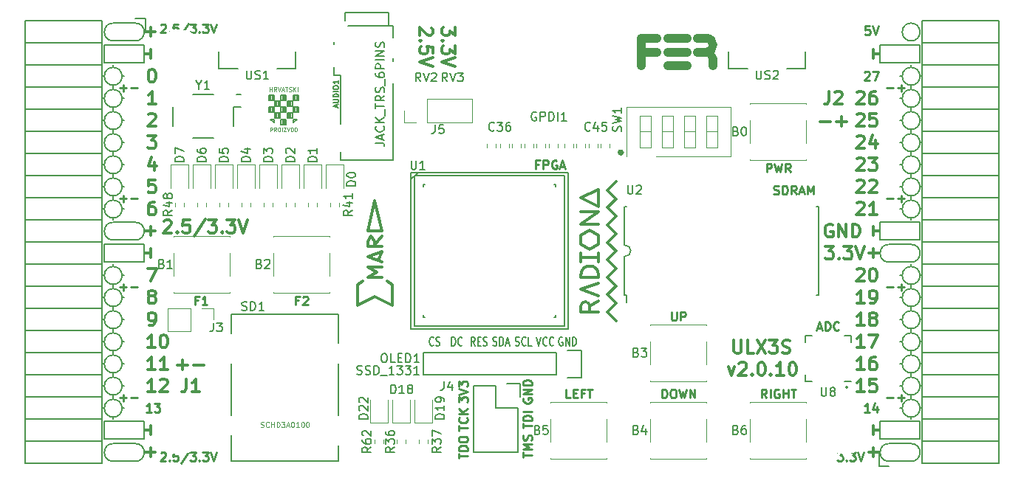
<source format=gto>
G04 #@! TF.GenerationSoftware,KiCad,Pcbnew,5.0.0+dfsg1-1*
G04 #@! TF.CreationDate,2018-08-10T22:52:10+02:00*
G04 #@! TF.ProjectId,ulx3s,756C7833732E6B696361645F70636200,rev?*
G04 #@! TF.SameCoordinates,Original*
G04 #@! TF.FileFunction,Legend,Top*
G04 #@! TF.FilePolarity,Positive*
%FSLAX46Y46*%
G04 Gerber Fmt 4.6, Leading zero omitted, Abs format (unit mm)*
G04 Created by KiCad (PCBNEW 5.0.0+dfsg1-1) date Fri Aug 10 22:52:10 2018*
%MOMM*%
%LPD*%
G01*
G04 APERTURE LIST*
%ADD10C,0.250000*%
%ADD11C,0.200000*%
%ADD12C,0.300000*%
%ADD13C,0.150000*%
%ADD14C,0.120000*%
%ADD15C,1.000000*%
%ADD16C,0.152400*%
%ADD17C,0.124460*%
%ADD18C,0.075000*%
%ADD19C,0.500000*%
%ADD20R,0.400000X2.000000*%
%ADD21C,2.100000*%
%ADD22R,1.220000X2.540000*%
%ADD23R,0.660000X1.000000*%
%ADD24O,1.827200X1.827200*%
%ADD25R,1.827200X1.827200*%
%ADD26C,5.600000*%
%ADD27O,0.950000X0.400000*%
%ADD28O,0.400000X0.950000*%
%ADD29R,1.775000X1.775000*%
%ADD30R,1.827200X2.132000*%
%ADD31O,1.827200X2.132000*%
%ADD32R,2.900000X2.100000*%
%ADD33R,2.900000X2.300000*%
%ADD34R,2.900000X2.900000*%
%ADD35C,1.800000*%
%ADD36R,0.800000X1.600000*%
%ADD37R,1.550000X1.000000*%
%ADD38R,1.550000X2.100000*%
%ADD39R,2.300000X1.900000*%
%ADD40R,1.100000X0.770000*%
%ADD41R,1.600000X1.070000*%
%ADD42R,1.800000X1.800000*%
%ADD43O,1.800000X1.800000*%
%ADD44R,1.395000X1.500000*%
%ADD45R,1.900000X2.000000*%
%ADD46R,0.500000X1.450000*%
%ADD47R,2.000000X2.000000*%
%ADD48R,2.200000X1.700000*%
%ADD49R,1.650000X1.400000*%
G04 APERTURE END LIST*
D10*
X116641666Y-93497571D02*
X116308333Y-93497571D01*
X116308333Y-94021380D02*
X116308333Y-93021380D01*
X116784523Y-93021380D01*
X117117857Y-93116619D02*
X117165476Y-93069000D01*
X117260714Y-93021380D01*
X117498809Y-93021380D01*
X117594047Y-93069000D01*
X117641666Y-93116619D01*
X117689285Y-93211857D01*
X117689285Y-93307095D01*
X117641666Y-93449952D01*
X117070238Y-94021380D01*
X117689285Y-94021380D01*
X105084666Y-93497571D02*
X104751333Y-93497571D01*
X104751333Y-94021380D02*
X104751333Y-93021380D01*
X105227523Y-93021380D01*
X106132285Y-94021380D02*
X105560857Y-94021380D01*
X105846571Y-94021380D02*
X105846571Y-93021380D01*
X105751333Y-93164238D01*
X105656095Y-93259476D01*
X105560857Y-93307095D01*
X170236666Y-104689380D02*
X169903333Y-104213190D01*
X169665238Y-104689380D02*
X169665238Y-103689380D01*
X170046190Y-103689380D01*
X170141428Y-103737000D01*
X170189047Y-103784619D01*
X170236666Y-103879857D01*
X170236666Y-104022714D01*
X170189047Y-104117952D01*
X170141428Y-104165571D01*
X170046190Y-104213190D01*
X169665238Y-104213190D01*
X170665238Y-104689380D02*
X170665238Y-103689380D01*
X171665238Y-103737000D02*
X171570000Y-103689380D01*
X171427142Y-103689380D01*
X171284285Y-103737000D01*
X171189047Y-103832238D01*
X171141428Y-103927476D01*
X171093809Y-104117952D01*
X171093809Y-104260809D01*
X171141428Y-104451285D01*
X171189047Y-104546523D01*
X171284285Y-104641761D01*
X171427142Y-104689380D01*
X171522380Y-104689380D01*
X171665238Y-104641761D01*
X171712857Y-104594142D01*
X171712857Y-104260809D01*
X171522380Y-104260809D01*
X172141428Y-104689380D02*
X172141428Y-103689380D01*
X172141428Y-104165571D02*
X172712857Y-104165571D01*
X172712857Y-104689380D02*
X172712857Y-103689380D01*
X173046190Y-103689380D02*
X173617619Y-103689380D01*
X173331904Y-104689380D02*
X173331904Y-103689380D01*
X159354285Y-94799380D02*
X159354285Y-95608904D01*
X159401904Y-95704142D01*
X159449523Y-95751761D01*
X159544761Y-95799380D01*
X159735238Y-95799380D01*
X159830476Y-95751761D01*
X159878095Y-95704142D01*
X159925714Y-95608904D01*
X159925714Y-94799380D01*
X160401904Y-95799380D02*
X160401904Y-94799380D01*
X160782857Y-94799380D01*
X160878095Y-94847000D01*
X160925714Y-94894619D01*
X160973333Y-94989857D01*
X160973333Y-95132714D01*
X160925714Y-95227952D01*
X160878095Y-95275571D01*
X160782857Y-95323190D01*
X160401904Y-95323190D01*
X158259047Y-104689380D02*
X158259047Y-103689380D01*
X158497142Y-103689380D01*
X158640000Y-103737000D01*
X158735238Y-103832238D01*
X158782857Y-103927476D01*
X158830476Y-104117952D01*
X158830476Y-104260809D01*
X158782857Y-104451285D01*
X158735238Y-104546523D01*
X158640000Y-104641761D01*
X158497142Y-104689380D01*
X158259047Y-104689380D01*
X159449523Y-103689380D02*
X159640000Y-103689380D01*
X159735238Y-103737000D01*
X159830476Y-103832238D01*
X159878095Y-104022714D01*
X159878095Y-104356047D01*
X159830476Y-104546523D01*
X159735238Y-104641761D01*
X159640000Y-104689380D01*
X159449523Y-104689380D01*
X159354285Y-104641761D01*
X159259047Y-104546523D01*
X159211428Y-104356047D01*
X159211428Y-104022714D01*
X159259047Y-103832238D01*
X159354285Y-103737000D01*
X159449523Y-103689380D01*
X160211428Y-103689380D02*
X160449523Y-104689380D01*
X160640000Y-103975095D01*
X160830476Y-104689380D01*
X161068571Y-103689380D01*
X161449523Y-104689380D02*
X161449523Y-103689380D01*
X162020952Y-104689380D01*
X162020952Y-103689380D01*
X147757619Y-104689380D02*
X147281428Y-104689380D01*
X147281428Y-103689380D01*
X148090952Y-104165571D02*
X148424285Y-104165571D01*
X148567142Y-104689380D02*
X148090952Y-104689380D01*
X148090952Y-103689380D01*
X148567142Y-103689380D01*
X149329047Y-104165571D02*
X148995714Y-104165571D01*
X148995714Y-104689380D02*
X148995714Y-103689380D01*
X149471904Y-103689380D01*
X149710000Y-103689380D02*
X150281428Y-103689380D01*
X149995714Y-104689380D02*
X149995714Y-103689380D01*
X170251666Y-78781380D02*
X170251666Y-77781380D01*
X170632619Y-77781380D01*
X170727857Y-77829000D01*
X170775476Y-77876619D01*
X170823095Y-77971857D01*
X170823095Y-78114714D01*
X170775476Y-78209952D01*
X170727857Y-78257571D01*
X170632619Y-78305190D01*
X170251666Y-78305190D01*
X171156428Y-77781380D02*
X171394523Y-78781380D01*
X171585000Y-78067095D01*
X171775476Y-78781380D01*
X172013571Y-77781380D01*
X172965952Y-78781380D02*
X172632619Y-78305190D01*
X172394523Y-78781380D02*
X172394523Y-77781380D01*
X172775476Y-77781380D01*
X172870714Y-77829000D01*
X172918333Y-77876619D01*
X172965952Y-77971857D01*
X172965952Y-78114714D01*
X172918333Y-78209952D01*
X172870714Y-78257571D01*
X172775476Y-78305190D01*
X172394523Y-78305190D01*
D11*
X179586000Y-103475000D02*
G75*
G03X179586000Y-103475000I-127000J0D01*
G01*
D12*
X134560428Y-62144714D02*
X134560428Y-63073285D01*
X133989000Y-62573285D01*
X133989000Y-62787571D01*
X133917571Y-62930428D01*
X133846142Y-63001857D01*
X133703285Y-63073285D01*
X133346142Y-63073285D01*
X133203285Y-63001857D01*
X133131857Y-62930428D01*
X133060428Y-62787571D01*
X133060428Y-62359000D01*
X133131857Y-62216142D01*
X133203285Y-62144714D01*
X133203285Y-63716142D02*
X133131857Y-63787571D01*
X133060428Y-63716142D01*
X133131857Y-63644714D01*
X133203285Y-63716142D01*
X133060428Y-63716142D01*
X134560428Y-64287571D02*
X134560428Y-65216142D01*
X133989000Y-64716142D01*
X133989000Y-64930428D01*
X133917571Y-65073285D01*
X133846142Y-65144714D01*
X133703285Y-65216142D01*
X133346142Y-65216142D01*
X133203285Y-65144714D01*
X133131857Y-65073285D01*
X133060428Y-64930428D01*
X133060428Y-64501857D01*
X133131857Y-64359000D01*
X133203285Y-64287571D01*
X134560428Y-65644714D02*
X133060428Y-66144714D01*
X134560428Y-66644714D01*
X131877571Y-62216142D02*
X131949000Y-62287571D01*
X132020428Y-62430428D01*
X132020428Y-62787571D01*
X131949000Y-62930428D01*
X131877571Y-63001857D01*
X131734714Y-63073285D01*
X131591857Y-63073285D01*
X131377571Y-63001857D01*
X130520428Y-62144714D01*
X130520428Y-63073285D01*
X130663285Y-63716142D02*
X130591857Y-63787571D01*
X130520428Y-63716142D01*
X130591857Y-63644714D01*
X130663285Y-63716142D01*
X130520428Y-63716142D01*
X132020428Y-65144714D02*
X132020428Y-64430428D01*
X131306142Y-64359000D01*
X131377571Y-64430428D01*
X131449000Y-64573285D01*
X131449000Y-64930428D01*
X131377571Y-65073285D01*
X131306142Y-65144714D01*
X131163285Y-65216142D01*
X130806142Y-65216142D01*
X130663285Y-65144714D01*
X130591857Y-65073285D01*
X130520428Y-64930428D01*
X130520428Y-64573285D01*
X130591857Y-64430428D01*
X130663285Y-64359000D01*
X132020428Y-65644714D02*
X130520428Y-66144714D01*
X132020428Y-66644714D01*
X102760000Y-100897142D02*
X103902857Y-100897142D01*
X103331428Y-101468571D02*
X103331428Y-100325714D01*
X104617142Y-100897142D02*
X105760000Y-100897142D01*
X165878428Y-101121571D02*
X166235571Y-102121571D01*
X166592714Y-101121571D01*
X167092714Y-100764428D02*
X167164142Y-100693000D01*
X167307000Y-100621571D01*
X167664142Y-100621571D01*
X167807000Y-100693000D01*
X167878428Y-100764428D01*
X167949857Y-100907285D01*
X167949857Y-101050142D01*
X167878428Y-101264428D01*
X167021285Y-102121571D01*
X167949857Y-102121571D01*
X168592714Y-101978714D02*
X168664142Y-102050142D01*
X168592714Y-102121571D01*
X168521285Y-102050142D01*
X168592714Y-101978714D01*
X168592714Y-102121571D01*
X169592714Y-100621571D02*
X169735571Y-100621571D01*
X169878428Y-100693000D01*
X169949857Y-100764428D01*
X170021285Y-100907285D01*
X170092714Y-101193000D01*
X170092714Y-101550142D01*
X170021285Y-101835857D01*
X169949857Y-101978714D01*
X169878428Y-102050142D01*
X169735571Y-102121571D01*
X169592714Y-102121571D01*
X169449857Y-102050142D01*
X169378428Y-101978714D01*
X169307000Y-101835857D01*
X169235571Y-101550142D01*
X169235571Y-101193000D01*
X169307000Y-100907285D01*
X169378428Y-100764428D01*
X169449857Y-100693000D01*
X169592714Y-100621571D01*
X170735571Y-101978714D02*
X170807000Y-102050142D01*
X170735571Y-102121571D01*
X170664142Y-102050142D01*
X170735571Y-101978714D01*
X170735571Y-102121571D01*
X172235571Y-102121571D02*
X171378428Y-102121571D01*
X171807000Y-102121571D02*
X171807000Y-100621571D01*
X171664142Y-100835857D01*
X171521285Y-100978714D01*
X171378428Y-101050142D01*
X173164142Y-100621571D02*
X173307000Y-100621571D01*
X173449857Y-100693000D01*
X173521285Y-100764428D01*
X173592714Y-100907285D01*
X173664142Y-101193000D01*
X173664142Y-101550142D01*
X173592714Y-101835857D01*
X173521285Y-101978714D01*
X173449857Y-102050142D01*
X173307000Y-102121571D01*
X173164142Y-102121571D01*
X173021285Y-102050142D01*
X172949857Y-101978714D01*
X172878428Y-101835857D01*
X172807000Y-101550142D01*
X172807000Y-101193000D01*
X172878428Y-100907285D01*
X172949857Y-100764428D01*
X173021285Y-100693000D01*
X173164142Y-100621571D01*
X182492000Y-87582000D02*
X182492000Y-88598000D01*
X181984000Y-88090000D02*
X183254000Y-88090000D01*
X182492000Y-110442000D02*
X182492000Y-111458000D01*
X183254000Y-110950000D02*
X181984000Y-110950000D01*
X99688000Y-110442000D02*
X99688000Y-111458000D01*
X98926000Y-110950000D02*
X100196000Y-110950000D01*
X99688000Y-62182000D02*
X99688000Y-63198000D01*
X98926000Y-62690000D02*
X100196000Y-62690000D01*
X99688000Y-85042000D02*
X99688000Y-86058000D01*
X98926000Y-85550000D02*
X100196000Y-85550000D01*
D11*
X97910000Y-63706000D02*
G75*
G03X97910000Y-61674000I0J1016000D01*
G01*
X184270000Y-109934000D02*
G75*
G03X184270000Y-111966000I0J-1016000D01*
G01*
X95370000Y-111966000D02*
X97910000Y-111966000D01*
X95370000Y-109934000D02*
X97910000Y-109934000D01*
X97910000Y-111966000D02*
G75*
G03X97910000Y-109934000I0J1016000D01*
G01*
X95370000Y-109934000D02*
G75*
G03X95370000Y-111966000I0J-1016000D01*
G01*
X95370000Y-61674000D02*
X97910000Y-61674000D01*
X95370000Y-63706000D02*
X97910000Y-63706000D01*
X95370000Y-61674000D02*
G75*
G03X95370000Y-63706000I0J-1016000D01*
G01*
X95370000Y-84534000D02*
X97910000Y-84534000D01*
X95370000Y-86566000D02*
X97910000Y-86566000D01*
X95370000Y-84534000D02*
G75*
G03X95370000Y-86566000I0J-1016000D01*
G01*
X97910000Y-86566000D02*
G75*
G03X97910000Y-84534000I0J1016000D01*
G01*
X187826000Y-62690000D02*
G75*
G03X187826000Y-62690000I-1016000J0D01*
G01*
X184270000Y-89106000D02*
X186810000Y-89106000D01*
X184270000Y-87074000D02*
X186810000Y-87074000D01*
X184270000Y-87074000D02*
G75*
G03X184270000Y-89106000I0J-1016000D01*
G01*
X186810000Y-89106000D02*
G75*
G03X186810000Y-87074000I0J1016000D01*
G01*
X186810000Y-111966000D02*
X184270000Y-111966000D01*
X186810000Y-109934000D02*
X184270000Y-109934000D01*
X186810000Y-111966000D02*
G75*
G03X186810000Y-109934000I0J1016000D01*
G01*
X94354000Y-66246000D02*
X94354000Y-64214000D01*
X98926000Y-66246000D02*
X94354000Y-66246000D01*
X98926000Y-64214000D02*
X98926000Y-66246000D01*
X94354000Y-64214000D02*
X98926000Y-64214000D01*
X94354000Y-87074000D02*
X98926000Y-87074000D01*
X94354000Y-89106000D02*
X94354000Y-87074000D01*
X98926000Y-89106000D02*
X94354000Y-89106000D01*
X98926000Y-87074000D02*
X98926000Y-89106000D01*
X94354000Y-109426000D02*
X98926000Y-109426000D01*
X94354000Y-107394000D02*
X94354000Y-109426000D01*
X98926000Y-107394000D02*
X94354000Y-107394000D01*
X98926000Y-109426000D02*
X98926000Y-107394000D01*
X183254000Y-109426000D02*
X187826000Y-109426000D01*
X183254000Y-107394000D02*
X183254000Y-109426000D01*
X187826000Y-107394000D02*
X187826000Y-109426000D01*
X183254000Y-107394000D02*
X187826000Y-107394000D01*
X183254000Y-66246000D02*
X187826000Y-66246000D01*
X183254000Y-64214000D02*
X183254000Y-66246000D01*
X187826000Y-64214000D02*
X183254000Y-64214000D01*
X187826000Y-66246000D02*
X187826000Y-64214000D01*
X183254000Y-84534000D02*
X187826000Y-84534000D01*
X183254000Y-86566000D02*
X183254000Y-84534000D01*
X187826000Y-86566000D02*
X183254000Y-86566000D01*
X187826000Y-84534000D02*
X187826000Y-86566000D01*
D10*
X96148000Y-69111428D02*
X96909904Y-69111428D01*
X96528952Y-69492380D02*
X96528952Y-68730476D01*
X97386095Y-69111428D02*
X98148000Y-69111428D01*
X96148000Y-81811428D02*
X96909904Y-81811428D01*
X96528952Y-82192380D02*
X96528952Y-81430476D01*
X97386095Y-81811428D02*
X98148000Y-81811428D01*
X96148000Y-91971428D02*
X96909904Y-91971428D01*
X96528952Y-92352380D02*
X96528952Y-91590476D01*
X97386095Y-91971428D02*
X98148000Y-91971428D01*
X96148000Y-104671428D02*
X96909904Y-104671428D01*
X96528952Y-105052380D02*
X96528952Y-104290476D01*
X97386095Y-104671428D02*
X98148000Y-104671428D01*
X184032000Y-104671428D02*
X184793904Y-104671428D01*
X185270095Y-104671428D02*
X186032000Y-104671428D01*
X185651047Y-105052380D02*
X185651047Y-104290476D01*
X184032000Y-91971428D02*
X184793904Y-91971428D01*
X185270095Y-91971428D02*
X186032000Y-91971428D01*
X185651047Y-92352380D02*
X185651047Y-91590476D01*
X184032000Y-81811428D02*
X184793904Y-81811428D01*
X185270095Y-81811428D02*
X186032000Y-81811428D01*
X185651047Y-82192380D02*
X185651047Y-81430476D01*
X184032000Y-69111428D02*
X184793904Y-69111428D01*
X185270095Y-69111428D02*
X186032000Y-69111428D01*
X185651047Y-69492380D02*
X185651047Y-68730476D01*
D12*
X176420000Y-72957142D02*
X177562857Y-72957142D01*
X178277142Y-72957142D02*
X179420000Y-72957142D01*
X178848571Y-73528571D02*
X178848571Y-72385714D01*
D11*
X187826000Y-67770000D02*
G75*
G03X187826000Y-67770000I-1016000J0D01*
G01*
X187826000Y-70310000D02*
G75*
G03X187826000Y-70310000I-1016000J0D01*
G01*
X187826000Y-72850000D02*
G75*
G03X187826000Y-72850000I-1016000J0D01*
G01*
X187826000Y-75390000D02*
G75*
G03X187826000Y-75390000I-1016000J0D01*
G01*
X187826000Y-77930000D02*
G75*
G03X187826000Y-77930000I-1016000J0D01*
G01*
X187826000Y-80470000D02*
G75*
G03X187826000Y-80470000I-1016000J0D01*
G01*
X187826000Y-83010000D02*
G75*
G03X187826000Y-83010000I-1016000J0D01*
G01*
X187826000Y-90630000D02*
G75*
G03X187826000Y-90630000I-1016000J0D01*
G01*
X187826000Y-93170000D02*
G75*
G03X187826000Y-93170000I-1016000J0D01*
G01*
X187826000Y-95710000D02*
G75*
G03X187826000Y-95710000I-1016000J0D01*
G01*
X187826000Y-98250000D02*
G75*
G03X187826000Y-98250000I-1016000J0D01*
G01*
X187826000Y-100790000D02*
G75*
G03X187826000Y-100790000I-1016000J0D01*
G01*
X187826000Y-103330000D02*
G75*
G03X187826000Y-103330000I-1016000J0D01*
G01*
X187826000Y-105870000D02*
G75*
G03X187826000Y-105870000I-1016000J0D01*
G01*
X96386000Y-105870000D02*
G75*
G03X96386000Y-105870000I-1016000J0D01*
G01*
X96386000Y-103330000D02*
G75*
G03X96386000Y-103330000I-1016000J0D01*
G01*
X96386000Y-100790000D02*
G75*
G03X96386000Y-100790000I-1016000J0D01*
G01*
X96386000Y-98250000D02*
G75*
G03X96386000Y-98250000I-1016000J0D01*
G01*
X96386000Y-95710000D02*
G75*
G03X96386000Y-95710000I-1016000J0D01*
G01*
X96386000Y-93170000D02*
G75*
G03X96386000Y-93170000I-1016000J0D01*
G01*
X96386000Y-90630000D02*
G75*
G03X96386000Y-90630000I-1016000J0D01*
G01*
X96386000Y-83010000D02*
G75*
G03X96386000Y-83010000I-1016000J0D01*
G01*
X96386000Y-80470000D02*
G75*
G03X96386000Y-80470000I-1016000J0D01*
G01*
X96386000Y-77930000D02*
G75*
G03X96386000Y-77930000I-1016000J0D01*
G01*
X96386000Y-75390000D02*
G75*
G03X96386000Y-75390000I-1016000J0D01*
G01*
X96386000Y-72850000D02*
G75*
G03X96386000Y-72850000I-1016000J0D01*
G01*
X96386000Y-70310000D02*
G75*
G03X96386000Y-70310000I-1016000J0D01*
G01*
X96386000Y-67770000D02*
G75*
G03X96386000Y-67770000I-1016000J0D01*
G01*
D12*
X177793142Y-84800000D02*
X177650285Y-84728571D01*
X177436000Y-84728571D01*
X177221714Y-84800000D01*
X177078857Y-84942857D01*
X177007428Y-85085714D01*
X176936000Y-85371428D01*
X176936000Y-85585714D01*
X177007428Y-85871428D01*
X177078857Y-86014285D01*
X177221714Y-86157142D01*
X177436000Y-86228571D01*
X177578857Y-86228571D01*
X177793142Y-86157142D01*
X177864571Y-86085714D01*
X177864571Y-85585714D01*
X177578857Y-85585714D01*
X178507428Y-86228571D02*
X178507428Y-84728571D01*
X179364571Y-86228571D01*
X179364571Y-84728571D01*
X180078857Y-86228571D02*
X180078857Y-84728571D01*
X180436000Y-84728571D01*
X180650285Y-84800000D01*
X180793142Y-84942857D01*
X180864571Y-85085714D01*
X180936000Y-85371428D01*
X180936000Y-85585714D01*
X180864571Y-85871428D01*
X180793142Y-86014285D01*
X180650285Y-86157142D01*
X180436000Y-86228571D01*
X180078857Y-86228571D01*
X182492000Y-86058000D02*
X182492000Y-85042000D01*
X183254000Y-85550000D02*
X182492000Y-85550000D01*
X182492000Y-107902000D02*
X182492000Y-108918000D01*
X182492000Y-108410000D02*
X183254000Y-108410000D01*
D10*
X182047523Y-106322380D02*
X181476095Y-106322380D01*
X181761809Y-106322380D02*
X181761809Y-105322380D01*
X181666571Y-105465238D01*
X181571333Y-105560476D01*
X181476095Y-105608095D01*
X182904666Y-105655714D02*
X182904666Y-106322380D01*
X182666571Y-105274761D02*
X182428476Y-105989047D01*
X183047523Y-105989047D01*
X181476095Y-67317619D02*
X181523714Y-67270000D01*
X181618952Y-67222380D01*
X181857047Y-67222380D01*
X181952285Y-67270000D01*
X181999904Y-67317619D01*
X182047523Y-67412857D01*
X182047523Y-67508095D01*
X181999904Y-67650952D01*
X181428476Y-68222380D01*
X182047523Y-68222380D01*
X182380857Y-67222380D02*
X183047523Y-67222380D01*
X182618952Y-68222380D01*
D12*
X182492000Y-64722000D02*
X182492000Y-65738000D01*
X182492000Y-65230000D02*
X183254000Y-65230000D01*
X99688000Y-107902000D02*
X99688000Y-108918000D01*
X98926000Y-108410000D02*
X99688000Y-108410000D01*
X99315000Y-74568571D02*
X100243571Y-74568571D01*
X99743571Y-75140000D01*
X99957857Y-75140000D01*
X100100714Y-75211428D01*
X100172142Y-75282857D01*
X100243571Y-75425714D01*
X100243571Y-75782857D01*
X100172142Y-75925714D01*
X100100714Y-75997142D01*
X99957857Y-76068571D01*
X99529285Y-76068571D01*
X99386428Y-75997142D01*
X99315000Y-75925714D01*
X100100714Y-77608571D02*
X100100714Y-78608571D01*
X99743571Y-77037142D02*
X99386428Y-78108571D01*
X100315000Y-78108571D01*
X100172142Y-79648571D02*
X99457857Y-79648571D01*
X99386428Y-80362857D01*
X99457857Y-80291428D01*
X99600714Y-80220000D01*
X99957857Y-80220000D01*
X100100714Y-80291428D01*
X100172142Y-80362857D01*
X100243571Y-80505714D01*
X100243571Y-80862857D01*
X100172142Y-81005714D01*
X100100714Y-81077142D01*
X99957857Y-81148571D01*
X99600714Y-81148571D01*
X99457857Y-81077142D01*
X99386428Y-81005714D01*
D10*
X99751523Y-106322380D02*
X99180095Y-106322380D01*
X99465809Y-106322380D02*
X99465809Y-105322380D01*
X99370571Y-105465238D01*
X99275333Y-105560476D01*
X99180095Y-105608095D01*
X100084857Y-105322380D02*
X100703904Y-105322380D01*
X100370571Y-105703333D01*
X100513428Y-105703333D01*
X100608666Y-105750952D01*
X100656285Y-105798571D01*
X100703904Y-105893809D01*
X100703904Y-106131904D01*
X100656285Y-106227142D01*
X100608666Y-106274761D01*
X100513428Y-106322380D01*
X100227714Y-106322380D01*
X100132476Y-106274761D01*
X100084857Y-106227142D01*
D12*
X99315000Y-89808571D02*
X100315000Y-89808571D01*
X99672142Y-91308571D01*
X99688000Y-87582000D02*
X99688000Y-88598000D01*
X98926000Y-88090000D02*
X99688000Y-88090000D01*
X99688000Y-64722000D02*
X99688000Y-65738000D01*
X98926000Y-65230000D02*
X99688000Y-65230000D01*
D10*
X100817976Y-61874619D02*
X100865595Y-61827000D01*
X100960833Y-61779380D01*
X101198928Y-61779380D01*
X101294166Y-61827000D01*
X101341785Y-61874619D01*
X101389404Y-61969857D01*
X101389404Y-62065095D01*
X101341785Y-62207952D01*
X100770357Y-62779380D01*
X101389404Y-62779380D01*
X101817976Y-62684142D02*
X101865595Y-62731761D01*
X101817976Y-62779380D01*
X101770357Y-62731761D01*
X101817976Y-62684142D01*
X101817976Y-62779380D01*
X102770357Y-61779380D02*
X102294166Y-61779380D01*
X102246547Y-62255571D01*
X102294166Y-62207952D01*
X102389404Y-62160333D01*
X102627500Y-62160333D01*
X102722738Y-62207952D01*
X102770357Y-62255571D01*
X102817976Y-62350809D01*
X102817976Y-62588904D01*
X102770357Y-62684142D01*
X102722738Y-62731761D01*
X102627500Y-62779380D01*
X102389404Y-62779380D01*
X102294166Y-62731761D01*
X102246547Y-62684142D01*
X103960833Y-61731761D02*
X103103690Y-63017476D01*
X104198928Y-61779380D02*
X104817976Y-61779380D01*
X104484642Y-62160333D01*
X104627500Y-62160333D01*
X104722738Y-62207952D01*
X104770357Y-62255571D01*
X104817976Y-62350809D01*
X104817976Y-62588904D01*
X104770357Y-62684142D01*
X104722738Y-62731761D01*
X104627500Y-62779380D01*
X104341785Y-62779380D01*
X104246547Y-62731761D01*
X104198928Y-62684142D01*
X105246547Y-62684142D02*
X105294166Y-62731761D01*
X105246547Y-62779380D01*
X105198928Y-62731761D01*
X105246547Y-62684142D01*
X105246547Y-62779380D01*
X105627500Y-61779380D02*
X106246547Y-61779380D01*
X105913214Y-62160333D01*
X106056071Y-62160333D01*
X106151309Y-62207952D01*
X106198928Y-62255571D01*
X106246547Y-62350809D01*
X106246547Y-62588904D01*
X106198928Y-62684142D01*
X106151309Y-62731761D01*
X106056071Y-62779380D01*
X105770357Y-62779380D01*
X105675119Y-62731761D01*
X105627500Y-62684142D01*
X106532261Y-61779380D02*
X106865595Y-62779380D01*
X107198928Y-61779380D01*
X178360261Y-110910380D02*
X178979309Y-110910380D01*
X178645976Y-111291333D01*
X178788833Y-111291333D01*
X178884071Y-111338952D01*
X178931690Y-111386571D01*
X178979309Y-111481809D01*
X178979309Y-111719904D01*
X178931690Y-111815142D01*
X178884071Y-111862761D01*
X178788833Y-111910380D01*
X178503119Y-111910380D01*
X178407880Y-111862761D01*
X178360261Y-111815142D01*
X179407880Y-111815142D02*
X179455500Y-111862761D01*
X179407880Y-111910380D01*
X179360261Y-111862761D01*
X179407880Y-111815142D01*
X179407880Y-111910380D01*
X179788833Y-110910380D02*
X180407880Y-110910380D01*
X180074547Y-111291333D01*
X180217404Y-111291333D01*
X180312642Y-111338952D01*
X180360261Y-111386571D01*
X180407880Y-111481809D01*
X180407880Y-111719904D01*
X180360261Y-111815142D01*
X180312642Y-111862761D01*
X180217404Y-111910380D01*
X179931690Y-111910380D01*
X179836452Y-111862761D01*
X179788833Y-111815142D01*
X180693595Y-110910380D02*
X181026928Y-111910380D01*
X181360261Y-110910380D01*
D12*
X101199714Y-84381428D02*
X101271142Y-84310000D01*
X101414000Y-84238571D01*
X101771142Y-84238571D01*
X101914000Y-84310000D01*
X101985428Y-84381428D01*
X102056857Y-84524285D01*
X102056857Y-84667142D01*
X101985428Y-84881428D01*
X101128285Y-85738571D01*
X102056857Y-85738571D01*
X102699714Y-85595714D02*
X102771142Y-85667142D01*
X102699714Y-85738571D01*
X102628285Y-85667142D01*
X102699714Y-85595714D01*
X102699714Y-85738571D01*
X104128285Y-84238571D02*
X103414000Y-84238571D01*
X103342571Y-84952857D01*
X103414000Y-84881428D01*
X103556857Y-84810000D01*
X103914000Y-84810000D01*
X104056857Y-84881428D01*
X104128285Y-84952857D01*
X104199714Y-85095714D01*
X104199714Y-85452857D01*
X104128285Y-85595714D01*
X104056857Y-85667142D01*
X103914000Y-85738571D01*
X103556857Y-85738571D01*
X103414000Y-85667142D01*
X103342571Y-85595714D01*
X105914000Y-84167142D02*
X104628285Y-86095714D01*
X106271142Y-84238571D02*
X107199714Y-84238571D01*
X106699714Y-84810000D01*
X106914000Y-84810000D01*
X107056857Y-84881428D01*
X107128285Y-84952857D01*
X107199714Y-85095714D01*
X107199714Y-85452857D01*
X107128285Y-85595714D01*
X107056857Y-85667142D01*
X106914000Y-85738571D01*
X106485428Y-85738571D01*
X106342571Y-85667142D01*
X106271142Y-85595714D01*
X107842571Y-85595714D02*
X107914000Y-85667142D01*
X107842571Y-85738571D01*
X107771142Y-85667142D01*
X107842571Y-85595714D01*
X107842571Y-85738571D01*
X108414000Y-84238571D02*
X109342571Y-84238571D01*
X108842571Y-84810000D01*
X109056857Y-84810000D01*
X109199714Y-84881428D01*
X109271142Y-84952857D01*
X109342571Y-85095714D01*
X109342571Y-85452857D01*
X109271142Y-85595714D01*
X109199714Y-85667142D01*
X109056857Y-85738571D01*
X108628285Y-85738571D01*
X108485428Y-85667142D01*
X108414000Y-85595714D01*
X109771142Y-84238571D02*
X110271142Y-85738571D01*
X110771142Y-84238571D01*
D10*
X100817976Y-111023619D02*
X100865595Y-110976000D01*
X100960833Y-110928380D01*
X101198928Y-110928380D01*
X101294166Y-110976000D01*
X101341785Y-111023619D01*
X101389404Y-111118857D01*
X101389404Y-111214095D01*
X101341785Y-111356952D01*
X100770357Y-111928380D01*
X101389404Y-111928380D01*
X101817976Y-111833142D02*
X101865595Y-111880761D01*
X101817976Y-111928380D01*
X101770357Y-111880761D01*
X101817976Y-111833142D01*
X101817976Y-111928380D01*
X102770357Y-110928380D02*
X102294166Y-110928380D01*
X102246547Y-111404571D01*
X102294166Y-111356952D01*
X102389404Y-111309333D01*
X102627500Y-111309333D01*
X102722738Y-111356952D01*
X102770357Y-111404571D01*
X102817976Y-111499809D01*
X102817976Y-111737904D01*
X102770357Y-111833142D01*
X102722738Y-111880761D01*
X102627500Y-111928380D01*
X102389404Y-111928380D01*
X102294166Y-111880761D01*
X102246547Y-111833142D01*
X103960833Y-110880761D02*
X103103690Y-112166476D01*
X104198928Y-110928380D02*
X104817976Y-110928380D01*
X104484642Y-111309333D01*
X104627500Y-111309333D01*
X104722738Y-111356952D01*
X104770357Y-111404571D01*
X104817976Y-111499809D01*
X104817976Y-111737904D01*
X104770357Y-111833142D01*
X104722738Y-111880761D01*
X104627500Y-111928380D01*
X104341785Y-111928380D01*
X104246547Y-111880761D01*
X104198928Y-111833142D01*
X105246547Y-111833142D02*
X105294166Y-111880761D01*
X105246547Y-111928380D01*
X105198928Y-111880761D01*
X105246547Y-111833142D01*
X105246547Y-111928380D01*
X105627500Y-110928380D02*
X106246547Y-110928380D01*
X105913214Y-111309333D01*
X106056071Y-111309333D01*
X106151309Y-111356952D01*
X106198928Y-111404571D01*
X106246547Y-111499809D01*
X106246547Y-111737904D01*
X106198928Y-111833142D01*
X106151309Y-111880761D01*
X106056071Y-111928380D01*
X105770357Y-111928380D01*
X105675119Y-111880761D01*
X105627500Y-111833142D01*
X106532261Y-110928380D02*
X106865595Y-111928380D01*
X107198928Y-110928380D01*
X182047523Y-62015380D02*
X181571333Y-62015380D01*
X181523714Y-62491571D01*
X181571333Y-62443952D01*
X181666571Y-62396333D01*
X181904666Y-62396333D01*
X181999904Y-62443952D01*
X182047523Y-62491571D01*
X182095142Y-62586809D01*
X182095142Y-62824904D01*
X182047523Y-62920142D01*
X181999904Y-62967761D01*
X181904666Y-63015380D01*
X181666571Y-63015380D01*
X181571333Y-62967761D01*
X181523714Y-62920142D01*
X182380857Y-62015380D02*
X182714190Y-63015380D01*
X183047523Y-62015380D01*
D12*
X180587142Y-69631428D02*
X180658571Y-69560000D01*
X180801428Y-69488571D01*
X181158571Y-69488571D01*
X181301428Y-69560000D01*
X181372857Y-69631428D01*
X181444285Y-69774285D01*
X181444285Y-69917142D01*
X181372857Y-70131428D01*
X180515714Y-70988571D01*
X181444285Y-70988571D01*
X182730000Y-69488571D02*
X182444285Y-69488571D01*
X182301428Y-69560000D01*
X182230000Y-69631428D01*
X182087142Y-69845714D01*
X182015714Y-70131428D01*
X182015714Y-70702857D01*
X182087142Y-70845714D01*
X182158571Y-70917142D01*
X182301428Y-70988571D01*
X182587142Y-70988571D01*
X182730000Y-70917142D01*
X182801428Y-70845714D01*
X182872857Y-70702857D01*
X182872857Y-70345714D01*
X182801428Y-70202857D01*
X182730000Y-70131428D01*
X182587142Y-70060000D01*
X182301428Y-70060000D01*
X182158571Y-70131428D01*
X182087142Y-70202857D01*
X182015714Y-70345714D01*
X180587142Y-72171428D02*
X180658571Y-72100000D01*
X180801428Y-72028571D01*
X181158571Y-72028571D01*
X181301428Y-72100000D01*
X181372857Y-72171428D01*
X181444285Y-72314285D01*
X181444285Y-72457142D01*
X181372857Y-72671428D01*
X180515714Y-73528571D01*
X181444285Y-73528571D01*
X182801428Y-72028571D02*
X182087142Y-72028571D01*
X182015714Y-72742857D01*
X182087142Y-72671428D01*
X182230000Y-72600000D01*
X182587142Y-72600000D01*
X182730000Y-72671428D01*
X182801428Y-72742857D01*
X182872857Y-72885714D01*
X182872857Y-73242857D01*
X182801428Y-73385714D01*
X182730000Y-73457142D01*
X182587142Y-73528571D01*
X182230000Y-73528571D01*
X182087142Y-73457142D01*
X182015714Y-73385714D01*
X180587142Y-74711428D02*
X180658571Y-74640000D01*
X180801428Y-74568571D01*
X181158571Y-74568571D01*
X181301428Y-74640000D01*
X181372857Y-74711428D01*
X181444285Y-74854285D01*
X181444285Y-74997142D01*
X181372857Y-75211428D01*
X180515714Y-76068571D01*
X181444285Y-76068571D01*
X182730000Y-75068571D02*
X182730000Y-76068571D01*
X182372857Y-74497142D02*
X182015714Y-75568571D01*
X182944285Y-75568571D01*
X180587142Y-77251428D02*
X180658571Y-77180000D01*
X180801428Y-77108571D01*
X181158571Y-77108571D01*
X181301428Y-77180000D01*
X181372857Y-77251428D01*
X181444285Y-77394285D01*
X181444285Y-77537142D01*
X181372857Y-77751428D01*
X180515714Y-78608571D01*
X181444285Y-78608571D01*
X181944285Y-77108571D02*
X182872857Y-77108571D01*
X182372857Y-77680000D01*
X182587142Y-77680000D01*
X182730000Y-77751428D01*
X182801428Y-77822857D01*
X182872857Y-77965714D01*
X182872857Y-78322857D01*
X182801428Y-78465714D01*
X182730000Y-78537142D01*
X182587142Y-78608571D01*
X182158571Y-78608571D01*
X182015714Y-78537142D01*
X181944285Y-78465714D01*
X180587142Y-79791428D02*
X180658571Y-79720000D01*
X180801428Y-79648571D01*
X181158571Y-79648571D01*
X181301428Y-79720000D01*
X181372857Y-79791428D01*
X181444285Y-79934285D01*
X181444285Y-80077142D01*
X181372857Y-80291428D01*
X180515714Y-81148571D01*
X181444285Y-81148571D01*
X182015714Y-79791428D02*
X182087142Y-79720000D01*
X182230000Y-79648571D01*
X182587142Y-79648571D01*
X182730000Y-79720000D01*
X182801428Y-79791428D01*
X182872857Y-79934285D01*
X182872857Y-80077142D01*
X182801428Y-80291428D01*
X181944285Y-81148571D01*
X182872857Y-81148571D01*
X180587142Y-82331428D02*
X180658571Y-82260000D01*
X180801428Y-82188571D01*
X181158571Y-82188571D01*
X181301428Y-82260000D01*
X181372857Y-82331428D01*
X181444285Y-82474285D01*
X181444285Y-82617142D01*
X181372857Y-82831428D01*
X180515714Y-83688571D01*
X181444285Y-83688571D01*
X182872857Y-83688571D02*
X182015714Y-83688571D01*
X182444285Y-83688571D02*
X182444285Y-82188571D01*
X182301428Y-82402857D01*
X182158571Y-82545714D01*
X182015714Y-82617142D01*
X176975714Y-87268571D02*
X177904285Y-87268571D01*
X177404285Y-87840000D01*
X177618571Y-87840000D01*
X177761428Y-87911428D01*
X177832857Y-87982857D01*
X177904285Y-88125714D01*
X177904285Y-88482857D01*
X177832857Y-88625714D01*
X177761428Y-88697142D01*
X177618571Y-88768571D01*
X177190000Y-88768571D01*
X177047142Y-88697142D01*
X176975714Y-88625714D01*
X178547142Y-88625714D02*
X178618571Y-88697142D01*
X178547142Y-88768571D01*
X178475714Y-88697142D01*
X178547142Y-88625714D01*
X178547142Y-88768571D01*
X179118571Y-87268571D02*
X180047142Y-87268571D01*
X179547142Y-87840000D01*
X179761428Y-87840000D01*
X179904285Y-87911428D01*
X179975714Y-87982857D01*
X180047142Y-88125714D01*
X180047142Y-88482857D01*
X179975714Y-88625714D01*
X179904285Y-88697142D01*
X179761428Y-88768571D01*
X179332857Y-88768571D01*
X179190000Y-88697142D01*
X179118571Y-88625714D01*
X180475714Y-87268571D02*
X180975714Y-88768571D01*
X181475714Y-87268571D01*
X180587142Y-89951428D02*
X180658571Y-89880000D01*
X180801428Y-89808571D01*
X181158571Y-89808571D01*
X181301428Y-89880000D01*
X181372857Y-89951428D01*
X181444285Y-90094285D01*
X181444285Y-90237142D01*
X181372857Y-90451428D01*
X180515714Y-91308571D01*
X181444285Y-91308571D01*
X182372857Y-89808571D02*
X182515714Y-89808571D01*
X182658571Y-89880000D01*
X182730000Y-89951428D01*
X182801428Y-90094285D01*
X182872857Y-90380000D01*
X182872857Y-90737142D01*
X182801428Y-91022857D01*
X182730000Y-91165714D01*
X182658571Y-91237142D01*
X182515714Y-91308571D01*
X182372857Y-91308571D01*
X182230000Y-91237142D01*
X182158571Y-91165714D01*
X182087142Y-91022857D01*
X182015714Y-90737142D01*
X182015714Y-90380000D01*
X182087142Y-90094285D01*
X182158571Y-89951428D01*
X182230000Y-89880000D01*
X182372857Y-89808571D01*
X181444285Y-93848571D02*
X180587142Y-93848571D01*
X181015714Y-93848571D02*
X181015714Y-92348571D01*
X180872857Y-92562857D01*
X180730000Y-92705714D01*
X180587142Y-92777142D01*
X182158571Y-93848571D02*
X182444285Y-93848571D01*
X182587142Y-93777142D01*
X182658571Y-93705714D01*
X182801428Y-93491428D01*
X182872857Y-93205714D01*
X182872857Y-92634285D01*
X182801428Y-92491428D01*
X182730000Y-92420000D01*
X182587142Y-92348571D01*
X182301428Y-92348571D01*
X182158571Y-92420000D01*
X182087142Y-92491428D01*
X182015714Y-92634285D01*
X182015714Y-92991428D01*
X182087142Y-93134285D01*
X182158571Y-93205714D01*
X182301428Y-93277142D01*
X182587142Y-93277142D01*
X182730000Y-93205714D01*
X182801428Y-93134285D01*
X182872857Y-92991428D01*
X181444285Y-96388571D02*
X180587142Y-96388571D01*
X181015714Y-96388571D02*
X181015714Y-94888571D01*
X180872857Y-95102857D01*
X180730000Y-95245714D01*
X180587142Y-95317142D01*
X182301428Y-95531428D02*
X182158571Y-95460000D01*
X182087142Y-95388571D01*
X182015714Y-95245714D01*
X182015714Y-95174285D01*
X182087142Y-95031428D01*
X182158571Y-94960000D01*
X182301428Y-94888571D01*
X182587142Y-94888571D01*
X182730000Y-94960000D01*
X182801428Y-95031428D01*
X182872857Y-95174285D01*
X182872857Y-95245714D01*
X182801428Y-95388571D01*
X182730000Y-95460000D01*
X182587142Y-95531428D01*
X182301428Y-95531428D01*
X182158571Y-95602857D01*
X182087142Y-95674285D01*
X182015714Y-95817142D01*
X182015714Y-96102857D01*
X182087142Y-96245714D01*
X182158571Y-96317142D01*
X182301428Y-96388571D01*
X182587142Y-96388571D01*
X182730000Y-96317142D01*
X182801428Y-96245714D01*
X182872857Y-96102857D01*
X182872857Y-95817142D01*
X182801428Y-95674285D01*
X182730000Y-95602857D01*
X182587142Y-95531428D01*
X181444285Y-98928571D02*
X180587142Y-98928571D01*
X181015714Y-98928571D02*
X181015714Y-97428571D01*
X180872857Y-97642857D01*
X180730000Y-97785714D01*
X180587142Y-97857142D01*
X181944285Y-97428571D02*
X182944285Y-97428571D01*
X182301428Y-98928571D01*
X181444285Y-101468571D02*
X180587142Y-101468571D01*
X181015714Y-101468571D02*
X181015714Y-99968571D01*
X180872857Y-100182857D01*
X180730000Y-100325714D01*
X180587142Y-100397142D01*
X182730000Y-99968571D02*
X182444285Y-99968571D01*
X182301428Y-100040000D01*
X182230000Y-100111428D01*
X182087142Y-100325714D01*
X182015714Y-100611428D01*
X182015714Y-101182857D01*
X182087142Y-101325714D01*
X182158571Y-101397142D01*
X182301428Y-101468571D01*
X182587142Y-101468571D01*
X182730000Y-101397142D01*
X182801428Y-101325714D01*
X182872857Y-101182857D01*
X182872857Y-100825714D01*
X182801428Y-100682857D01*
X182730000Y-100611428D01*
X182587142Y-100540000D01*
X182301428Y-100540000D01*
X182158571Y-100611428D01*
X182087142Y-100682857D01*
X182015714Y-100825714D01*
X181444285Y-104008571D02*
X180587142Y-104008571D01*
X181015714Y-104008571D02*
X181015714Y-102508571D01*
X180872857Y-102722857D01*
X180730000Y-102865714D01*
X180587142Y-102937142D01*
X182801428Y-102508571D02*
X182087142Y-102508571D01*
X182015714Y-103222857D01*
X182087142Y-103151428D01*
X182230000Y-103080000D01*
X182587142Y-103080000D01*
X182730000Y-103151428D01*
X182801428Y-103222857D01*
X182872857Y-103365714D01*
X182872857Y-103722857D01*
X182801428Y-103865714D01*
X182730000Y-103937142D01*
X182587142Y-104008571D01*
X182230000Y-104008571D01*
X182087142Y-103937142D01*
X182015714Y-103865714D01*
D11*
X186810000Y-66500000D02*
X186810000Y-66754000D01*
X187826000Y-67770000D02*
X188080000Y-67770000D01*
X185540000Y-67770000D02*
X185794000Y-67770000D01*
X186810000Y-69294000D02*
X186810000Y-68786000D01*
X187826000Y-70310000D02*
X188080000Y-70310000D01*
X185540000Y-70310000D02*
X185794000Y-70310000D01*
X186810000Y-71326000D02*
X186810000Y-71834000D01*
X187826000Y-72850000D02*
X188080000Y-72850000D01*
X185540000Y-72850000D02*
X185794000Y-72850000D01*
X186810000Y-73866000D02*
X186810000Y-74374000D01*
X187826000Y-75390000D02*
X188080000Y-75390000D01*
X185540000Y-75390000D02*
X185794000Y-75390000D01*
X186810000Y-76406000D02*
X186810000Y-76914000D01*
X187826000Y-77930000D02*
X188080000Y-77930000D01*
X185540000Y-77930000D02*
X185794000Y-77930000D01*
X186810000Y-79454000D02*
X186810000Y-78946000D01*
X187826000Y-80470000D02*
X188080000Y-80470000D01*
X185540000Y-80470000D02*
X185794000Y-80470000D01*
X186810000Y-81994000D02*
X186810000Y-81486000D01*
X187826000Y-83010000D02*
X188080000Y-83010000D01*
X185540000Y-83010000D02*
X185794000Y-83010000D01*
X186810000Y-84026000D02*
X186810000Y-84280000D01*
X186810000Y-89360000D02*
X186810000Y-89614000D01*
X187826000Y-90630000D02*
X188080000Y-90630000D01*
X185540000Y-90630000D02*
X185794000Y-90630000D01*
X186810000Y-91646000D02*
X186810000Y-92154000D01*
X187826000Y-93170000D02*
X188080000Y-93170000D01*
X185540000Y-93170000D02*
X185794000Y-93170000D01*
X186810000Y-94186000D02*
X186810000Y-94694000D01*
X187826000Y-95710000D02*
X188080000Y-95710000D01*
X185540000Y-95710000D02*
X185794000Y-95710000D01*
X186810000Y-97234000D02*
X186810000Y-96726000D01*
X187826000Y-98250000D02*
X188080000Y-98250000D01*
X185540000Y-98250000D02*
X185794000Y-98250000D01*
X187826000Y-100790000D02*
X188080000Y-100790000D01*
X185540000Y-100790000D02*
X185794000Y-100790000D01*
X186810000Y-99266000D02*
X186810000Y-99774000D01*
X186810000Y-102314000D02*
X186810000Y-101806000D01*
X187826000Y-103330000D02*
X188080000Y-103330000D01*
X185540000Y-103330000D02*
X185794000Y-103330000D01*
X186810000Y-104346000D02*
X186810000Y-104854000D01*
X185540000Y-105870000D02*
X185794000Y-105870000D01*
X187826000Y-105870000D02*
X188080000Y-105870000D01*
X186810000Y-106886000D02*
X186810000Y-107140000D01*
X95370000Y-66754000D02*
X95370000Y-66500000D01*
X96386000Y-67770000D02*
X96640000Y-67770000D01*
X94100000Y-67770000D02*
X94354000Y-67770000D01*
X95370000Y-68786000D02*
X95370000Y-69294000D01*
X96386000Y-70310000D02*
X96640000Y-70310000D01*
X94100000Y-70310000D02*
X94354000Y-70310000D01*
X95370000Y-71326000D02*
X95370000Y-71834000D01*
X96386000Y-72850000D02*
X96640000Y-72850000D01*
X94100000Y-72850000D02*
X94354000Y-72850000D01*
X95370000Y-73866000D02*
X95370000Y-74374000D01*
X96386000Y-75390000D02*
X96640000Y-75390000D01*
X95370000Y-76406000D02*
X95370000Y-76914000D01*
X96386000Y-77930000D02*
X96640000Y-77930000D01*
X94100000Y-77930000D02*
X94354000Y-77930000D01*
X95370000Y-79454000D02*
X95370000Y-78946000D01*
X96386000Y-80470000D02*
X96640000Y-80470000D01*
X94100000Y-80470000D02*
X94354000Y-80470000D01*
X95370000Y-81486000D02*
X95370000Y-81994000D01*
X96386000Y-83010000D02*
X96640000Y-83010000D01*
X95370000Y-84026000D02*
X95370000Y-84280000D01*
X94100000Y-83010000D02*
X94354000Y-83010000D01*
X95370000Y-106886000D02*
X95370000Y-107140000D01*
X95370000Y-89360000D02*
X95370000Y-89614000D01*
X96386000Y-93170000D02*
X96640000Y-93170000D01*
X94100000Y-93170000D02*
X94354000Y-93170000D01*
X95370000Y-94186000D02*
X95370000Y-94694000D01*
X94100000Y-90630000D02*
X94354000Y-90630000D01*
X96386000Y-90630000D02*
X96640000Y-90630000D01*
X95370000Y-92154000D02*
X95370000Y-91646000D01*
X96386000Y-95710000D02*
X96640000Y-95710000D01*
X94100000Y-95710000D02*
X94354000Y-95710000D01*
X96386000Y-98250000D02*
X96640000Y-98250000D01*
X94354000Y-98250000D02*
X94100000Y-98250000D01*
X95370000Y-96726000D02*
X95370000Y-97234000D01*
X95370000Y-99266000D02*
X95370000Y-99774000D01*
X94100000Y-100790000D02*
X94354000Y-100790000D01*
X96386000Y-100790000D02*
X96640000Y-100790000D01*
X94100000Y-103330000D02*
X94354000Y-103330000D01*
X96386000Y-103330000D02*
X96640000Y-103330000D01*
X95370000Y-101806000D02*
X95370000Y-102314000D01*
X95370000Y-104346000D02*
X95370000Y-104854000D01*
X96386000Y-105870000D02*
X96640000Y-105870000D01*
X94100000Y-105870000D02*
X94354000Y-105870000D01*
D12*
X100164285Y-104008571D02*
X99307142Y-104008571D01*
X99735714Y-104008571D02*
X99735714Y-102508571D01*
X99592857Y-102722857D01*
X99450000Y-102865714D01*
X99307142Y-102937142D01*
X100735714Y-102651428D02*
X100807142Y-102580000D01*
X100950000Y-102508571D01*
X101307142Y-102508571D01*
X101450000Y-102580000D01*
X101521428Y-102651428D01*
X101592857Y-102794285D01*
X101592857Y-102937142D01*
X101521428Y-103151428D01*
X100664285Y-104008571D01*
X101592857Y-104008571D01*
X100164285Y-101468571D02*
X99307142Y-101468571D01*
X99735714Y-101468571D02*
X99735714Y-99968571D01*
X99592857Y-100182857D01*
X99450000Y-100325714D01*
X99307142Y-100397142D01*
X101592857Y-101468571D02*
X100735714Y-101468571D01*
X101164285Y-101468571D02*
X101164285Y-99968571D01*
X101021428Y-100182857D01*
X100878571Y-100325714D01*
X100735714Y-100397142D01*
X100164285Y-98928571D02*
X99307142Y-98928571D01*
X99735714Y-98928571D02*
X99735714Y-97428571D01*
X99592857Y-97642857D01*
X99450000Y-97785714D01*
X99307142Y-97857142D01*
X101092857Y-97428571D02*
X101235714Y-97428571D01*
X101378571Y-97500000D01*
X101450000Y-97571428D01*
X101521428Y-97714285D01*
X101592857Y-98000000D01*
X101592857Y-98357142D01*
X101521428Y-98642857D01*
X101450000Y-98785714D01*
X101378571Y-98857142D01*
X101235714Y-98928571D01*
X101092857Y-98928571D01*
X100950000Y-98857142D01*
X100878571Y-98785714D01*
X100807142Y-98642857D01*
X100735714Y-98357142D01*
X100735714Y-98000000D01*
X100807142Y-97714285D01*
X100878571Y-97571428D01*
X100950000Y-97500000D01*
X101092857Y-97428571D01*
X99529285Y-96388571D02*
X99815000Y-96388571D01*
X99957857Y-96317142D01*
X100029285Y-96245714D01*
X100172142Y-96031428D01*
X100243571Y-95745714D01*
X100243571Y-95174285D01*
X100172142Y-95031428D01*
X100100714Y-94960000D01*
X99957857Y-94888571D01*
X99672142Y-94888571D01*
X99529285Y-94960000D01*
X99457857Y-95031428D01*
X99386428Y-95174285D01*
X99386428Y-95531428D01*
X99457857Y-95674285D01*
X99529285Y-95745714D01*
X99672142Y-95817142D01*
X99957857Y-95817142D01*
X100100714Y-95745714D01*
X100172142Y-95674285D01*
X100243571Y-95531428D01*
X99672142Y-92991428D02*
X99529285Y-92920000D01*
X99457857Y-92848571D01*
X99386428Y-92705714D01*
X99386428Y-92634285D01*
X99457857Y-92491428D01*
X99529285Y-92420000D01*
X99672142Y-92348571D01*
X99957857Y-92348571D01*
X100100714Y-92420000D01*
X100172142Y-92491428D01*
X100243571Y-92634285D01*
X100243571Y-92705714D01*
X100172142Y-92848571D01*
X100100714Y-92920000D01*
X99957857Y-92991428D01*
X99672142Y-92991428D01*
X99529285Y-93062857D01*
X99457857Y-93134285D01*
X99386428Y-93277142D01*
X99386428Y-93562857D01*
X99457857Y-93705714D01*
X99529285Y-93777142D01*
X99672142Y-93848571D01*
X99957857Y-93848571D01*
X100100714Y-93777142D01*
X100172142Y-93705714D01*
X100243571Y-93562857D01*
X100243571Y-93277142D01*
X100172142Y-93134285D01*
X100100714Y-93062857D01*
X99957857Y-92991428D01*
X100100714Y-82188571D02*
X99815000Y-82188571D01*
X99672142Y-82260000D01*
X99600714Y-82331428D01*
X99457857Y-82545714D01*
X99386428Y-82831428D01*
X99386428Y-83402857D01*
X99457857Y-83545714D01*
X99529285Y-83617142D01*
X99672142Y-83688571D01*
X99957857Y-83688571D01*
X100100714Y-83617142D01*
X100172142Y-83545714D01*
X100243571Y-83402857D01*
X100243571Y-83045714D01*
X100172142Y-82902857D01*
X100100714Y-82831428D01*
X99957857Y-82760000D01*
X99672142Y-82760000D01*
X99529285Y-82831428D01*
X99457857Y-82902857D01*
X99386428Y-83045714D01*
X99386428Y-72171428D02*
X99457857Y-72100000D01*
X99600714Y-72028571D01*
X99957857Y-72028571D01*
X100100714Y-72100000D01*
X100172142Y-72171428D01*
X100243571Y-72314285D01*
X100243571Y-72457142D01*
X100172142Y-72671428D01*
X99315000Y-73528571D01*
X100243571Y-73528571D01*
X100243571Y-70988571D02*
X99386428Y-70988571D01*
X99815000Y-70988571D02*
X99815000Y-69488571D01*
X99672142Y-69702857D01*
X99529285Y-69845714D01*
X99386428Y-69917142D01*
X99743571Y-66948571D02*
X99886428Y-66948571D01*
X100029285Y-67020000D01*
X100100714Y-67091428D01*
X100172142Y-67234285D01*
X100243571Y-67520000D01*
X100243571Y-67877142D01*
X100172142Y-68162857D01*
X100100714Y-68305714D01*
X100029285Y-68377142D01*
X99886428Y-68448571D01*
X99743571Y-68448571D01*
X99600714Y-68377142D01*
X99529285Y-68305714D01*
X99457857Y-68162857D01*
X99386428Y-67877142D01*
X99386428Y-67520000D01*
X99457857Y-67234285D01*
X99529285Y-67091428D01*
X99600714Y-67020000D01*
X99743571Y-66948571D01*
X166501428Y-98081571D02*
X166501428Y-99295857D01*
X166572857Y-99438714D01*
X166644285Y-99510142D01*
X166787142Y-99581571D01*
X167072857Y-99581571D01*
X167215714Y-99510142D01*
X167287142Y-99438714D01*
X167358571Y-99295857D01*
X167358571Y-98081571D01*
X168787142Y-99581571D02*
X168072857Y-99581571D01*
X168072857Y-98081571D01*
X169144285Y-98081571D02*
X170144285Y-99581571D01*
X170144285Y-98081571D02*
X169144285Y-99581571D01*
X170572857Y-98081571D02*
X171501428Y-98081571D01*
X171001428Y-98653000D01*
X171215714Y-98653000D01*
X171358571Y-98724428D01*
X171430000Y-98795857D01*
X171501428Y-98938714D01*
X171501428Y-99295857D01*
X171430000Y-99438714D01*
X171358571Y-99510142D01*
X171215714Y-99581571D01*
X170787142Y-99581571D01*
X170644285Y-99510142D01*
X170572857Y-99438714D01*
X172072857Y-99510142D02*
X172287142Y-99581571D01*
X172644285Y-99581571D01*
X172787142Y-99510142D01*
X172858571Y-99438714D01*
X172930000Y-99295857D01*
X172930000Y-99153000D01*
X172858571Y-99010142D01*
X172787142Y-98938714D01*
X172644285Y-98867285D01*
X172358571Y-98795857D01*
X172215714Y-98724428D01*
X172144285Y-98653000D01*
X172072857Y-98510142D01*
X172072857Y-98367285D01*
X172144285Y-98224428D01*
X172215714Y-98153000D01*
X172358571Y-98081571D01*
X172715714Y-98081571D01*
X172930000Y-98153000D01*
D10*
X144137285Y-77876571D02*
X143803952Y-77876571D01*
X143803952Y-78400380D02*
X143803952Y-77400380D01*
X144280142Y-77400380D01*
X144661095Y-78400380D02*
X144661095Y-77400380D01*
X145042047Y-77400380D01*
X145137285Y-77448000D01*
X145184904Y-77495619D01*
X145232523Y-77590857D01*
X145232523Y-77733714D01*
X145184904Y-77828952D01*
X145137285Y-77876571D01*
X145042047Y-77924190D01*
X144661095Y-77924190D01*
X146184904Y-77448000D02*
X146089666Y-77400380D01*
X145946809Y-77400380D01*
X145803952Y-77448000D01*
X145708714Y-77543238D01*
X145661095Y-77638476D01*
X145613476Y-77828952D01*
X145613476Y-77971809D01*
X145661095Y-78162285D01*
X145708714Y-78257523D01*
X145803952Y-78352761D01*
X145946809Y-78400380D01*
X146042047Y-78400380D01*
X146184904Y-78352761D01*
X146232523Y-78305142D01*
X146232523Y-77971809D01*
X146042047Y-77971809D01*
X146613476Y-78114666D02*
X147089666Y-78114666D01*
X146518238Y-78400380D02*
X146851571Y-77400380D01*
X147184904Y-78400380D01*
X171077285Y-81273761D02*
X171220142Y-81321380D01*
X171458238Y-81321380D01*
X171553476Y-81273761D01*
X171601095Y-81226142D01*
X171648714Y-81130904D01*
X171648714Y-81035666D01*
X171601095Y-80940428D01*
X171553476Y-80892809D01*
X171458238Y-80845190D01*
X171267761Y-80797571D01*
X171172523Y-80749952D01*
X171124904Y-80702333D01*
X171077285Y-80607095D01*
X171077285Y-80511857D01*
X171124904Y-80416619D01*
X171172523Y-80369000D01*
X171267761Y-80321380D01*
X171505857Y-80321380D01*
X171648714Y-80369000D01*
X172077285Y-81321380D02*
X172077285Y-80321380D01*
X172315380Y-80321380D01*
X172458238Y-80369000D01*
X172553476Y-80464238D01*
X172601095Y-80559476D01*
X172648714Y-80749952D01*
X172648714Y-80892809D01*
X172601095Y-81083285D01*
X172553476Y-81178523D01*
X172458238Y-81273761D01*
X172315380Y-81321380D01*
X172077285Y-81321380D01*
X173648714Y-81321380D02*
X173315380Y-80845190D01*
X173077285Y-81321380D02*
X173077285Y-80321380D01*
X173458238Y-80321380D01*
X173553476Y-80369000D01*
X173601095Y-80416619D01*
X173648714Y-80511857D01*
X173648714Y-80654714D01*
X173601095Y-80749952D01*
X173553476Y-80797571D01*
X173458238Y-80845190D01*
X173077285Y-80845190D01*
X174029666Y-81035666D02*
X174505857Y-81035666D01*
X173934428Y-81321380D02*
X174267761Y-80321380D01*
X174601095Y-81321380D01*
X174934428Y-81321380D02*
X174934428Y-80321380D01*
X175267761Y-81035666D01*
X175601095Y-80321380D01*
X175601095Y-81321380D01*
X176061904Y-96656666D02*
X176538095Y-96656666D01*
X175966666Y-96942380D02*
X176300000Y-95942380D01*
X176633333Y-96942380D01*
X176966666Y-96942380D02*
X176966666Y-95942380D01*
X177204761Y-95942380D01*
X177347619Y-95990000D01*
X177442857Y-96085238D01*
X177490476Y-96180476D01*
X177538095Y-96370952D01*
X177538095Y-96513809D01*
X177490476Y-96704285D01*
X177442857Y-96799523D01*
X177347619Y-96894761D01*
X177204761Y-96942380D01*
X176966666Y-96942380D01*
X178538095Y-96847142D02*
X178490476Y-96894761D01*
X178347619Y-96942380D01*
X178252380Y-96942380D01*
X178109523Y-96894761D01*
X178014285Y-96799523D01*
X177966666Y-96704285D01*
X177919047Y-96513809D01*
X177919047Y-96370952D01*
X177966666Y-96180476D01*
X178014285Y-96085238D01*
X178109523Y-95990000D01*
X178252380Y-95942380D01*
X178347619Y-95942380D01*
X178490476Y-95990000D01*
X178538095Y-96037619D01*
X142335380Y-111521333D02*
X142335380Y-110949904D01*
X143335380Y-111235619D02*
X142335380Y-111235619D01*
X143335380Y-110616571D02*
X142335380Y-110616571D01*
X143049666Y-110283238D01*
X142335380Y-109949904D01*
X143335380Y-109949904D01*
X143287761Y-109521333D02*
X143335380Y-109378476D01*
X143335380Y-109140380D01*
X143287761Y-109045142D01*
X143240142Y-108997523D01*
X143144904Y-108949904D01*
X143049666Y-108949904D01*
X142954428Y-108997523D01*
X142906809Y-109045142D01*
X142859190Y-109140380D01*
X142811571Y-109330857D01*
X142763952Y-109426095D01*
X142716333Y-109473714D01*
X142621095Y-109521333D01*
X142525857Y-109521333D01*
X142430619Y-109473714D01*
X142383000Y-109426095D01*
X142335380Y-109330857D01*
X142335380Y-109092761D01*
X142383000Y-108949904D01*
X142335380Y-108163809D02*
X142335380Y-107592380D01*
X143335380Y-107878095D02*
X142335380Y-107878095D01*
X143335380Y-107259047D02*
X142335380Y-107259047D01*
X142335380Y-107020952D01*
X142383000Y-106878095D01*
X142478238Y-106782857D01*
X142573476Y-106735238D01*
X142763952Y-106687619D01*
X142906809Y-106687619D01*
X143097285Y-106735238D01*
X143192523Y-106782857D01*
X143287761Y-106878095D01*
X143335380Y-107020952D01*
X143335380Y-107259047D01*
X143335380Y-106259047D02*
X142335380Y-106259047D01*
X142383000Y-104726904D02*
X142335380Y-104822142D01*
X142335380Y-104965000D01*
X142383000Y-105107857D01*
X142478238Y-105203095D01*
X142573476Y-105250714D01*
X142763952Y-105298333D01*
X142906809Y-105298333D01*
X143097285Y-105250714D01*
X143192523Y-105203095D01*
X143287761Y-105107857D01*
X143335380Y-104965000D01*
X143335380Y-104869761D01*
X143287761Y-104726904D01*
X143240142Y-104679285D01*
X142906809Y-104679285D01*
X142906809Y-104869761D01*
X143335380Y-104250714D02*
X142335380Y-104250714D01*
X143335380Y-103679285D01*
X142335380Y-103679285D01*
X143335380Y-103203095D02*
X142335380Y-103203095D01*
X142335380Y-102965000D01*
X142383000Y-102822142D01*
X142478238Y-102726904D01*
X142573476Y-102679285D01*
X142763952Y-102631666D01*
X142906809Y-102631666D01*
X143097285Y-102679285D01*
X143192523Y-102726904D01*
X143287761Y-102822142D01*
X143335380Y-102965000D01*
X143335380Y-103203095D01*
X134969380Y-111624523D02*
X134969380Y-111053095D01*
X135969380Y-111338809D02*
X134969380Y-111338809D01*
X135969380Y-110719761D02*
X134969380Y-110719761D01*
X134969380Y-110481666D01*
X135017000Y-110338809D01*
X135112238Y-110243571D01*
X135207476Y-110195952D01*
X135397952Y-110148333D01*
X135540809Y-110148333D01*
X135731285Y-110195952D01*
X135826523Y-110243571D01*
X135921761Y-110338809D01*
X135969380Y-110481666D01*
X135969380Y-110719761D01*
X134969380Y-109529285D02*
X134969380Y-109338809D01*
X135017000Y-109243571D01*
X135112238Y-109148333D01*
X135302714Y-109100714D01*
X135636047Y-109100714D01*
X135826523Y-109148333D01*
X135921761Y-109243571D01*
X135969380Y-109338809D01*
X135969380Y-109529285D01*
X135921761Y-109624523D01*
X135826523Y-109719761D01*
X135636047Y-109767380D01*
X135302714Y-109767380D01*
X135112238Y-109719761D01*
X135017000Y-109624523D01*
X134969380Y-109529285D01*
X134969380Y-108425714D02*
X134969380Y-107854285D01*
X135969380Y-108140000D02*
X134969380Y-108140000D01*
X135874142Y-106949523D02*
X135921761Y-106997142D01*
X135969380Y-107140000D01*
X135969380Y-107235238D01*
X135921761Y-107378095D01*
X135826523Y-107473333D01*
X135731285Y-107520952D01*
X135540809Y-107568571D01*
X135397952Y-107568571D01*
X135207476Y-107520952D01*
X135112238Y-107473333D01*
X135017000Y-107378095D01*
X134969380Y-107235238D01*
X134969380Y-107140000D01*
X135017000Y-106997142D01*
X135064619Y-106949523D01*
X135969380Y-106520952D02*
X134969380Y-106520952D01*
X135969380Y-105949523D02*
X135397952Y-106378095D01*
X134969380Y-105949523D02*
X135540809Y-106520952D01*
X134969380Y-105203095D02*
X134969380Y-104584047D01*
X135350333Y-104917380D01*
X135350333Y-104774523D01*
X135397952Y-104679285D01*
X135445571Y-104631666D01*
X135540809Y-104584047D01*
X135778904Y-104584047D01*
X135874142Y-104631666D01*
X135921761Y-104679285D01*
X135969380Y-104774523D01*
X135969380Y-105060238D01*
X135921761Y-105155476D01*
X135874142Y-105203095D01*
X134969380Y-104298333D02*
X135969380Y-103965000D01*
X134969380Y-103631666D01*
X134969380Y-103393571D02*
X134969380Y-102774523D01*
X135350333Y-103107857D01*
X135350333Y-102965000D01*
X135397952Y-102869761D01*
X135445571Y-102822142D01*
X135540809Y-102774523D01*
X135778904Y-102774523D01*
X135874142Y-102822142D01*
X135921761Y-102869761D01*
X135969380Y-102965000D01*
X135969380Y-103250714D01*
X135921761Y-103345952D01*
X135874142Y-103393571D01*
D13*
G04 #@! TO.C,U1*
X129880000Y-79200000D02*
X147080000Y-79200000D01*
X147080000Y-79200000D02*
X147080000Y-96400000D01*
X147080000Y-96400000D02*
X129880000Y-96400000D01*
X129880000Y-96400000D02*
X129880000Y-79200000D01*
X129480000Y-78800000D02*
X147480000Y-78800000D01*
X147480000Y-78800000D02*
X147480000Y-96800000D01*
X147480000Y-96800000D02*
X129480000Y-96800000D01*
X129480000Y-96800000D02*
X129480000Y-78800000D01*
X130280000Y-78800000D02*
X129480000Y-79600000D01*
X130880000Y-95200000D02*
X130880000Y-95400000D01*
X130880000Y-95400000D02*
X131080000Y-95400000D01*
X145880000Y-95400000D02*
X146080000Y-95400000D01*
X146080000Y-95400000D02*
X146080000Y-95200000D01*
X145880000Y-80200000D02*
X146080000Y-80200000D01*
X146080000Y-80200000D02*
X146080000Y-80400000D01*
X130880000Y-80400000D02*
X130880000Y-80200000D01*
X130880000Y-80200000D02*
X131080000Y-80200000D01*
D14*
G04 #@! TO.C,SW1*
X163315000Y-74120000D02*
X164585000Y-74120000D01*
X163315000Y-72310000D02*
X163315000Y-75930000D01*
X164585000Y-72310000D02*
X163315000Y-72310000D01*
X164585000Y-75930000D02*
X164585000Y-72310000D01*
X163315000Y-75930000D02*
X164585000Y-75930000D01*
X160775000Y-74120000D02*
X162045000Y-74120000D01*
X160775000Y-72310000D02*
X160775000Y-75930000D01*
X162045000Y-72310000D02*
X160775000Y-72310000D01*
X162045000Y-75930000D02*
X162045000Y-72310000D01*
X160775000Y-75930000D02*
X162045000Y-75930000D01*
X158235000Y-74120000D02*
X159505000Y-74120000D01*
X158235000Y-72310000D02*
X158235000Y-75930000D01*
X159505000Y-72310000D02*
X158235000Y-72310000D01*
X159505000Y-75930000D02*
X159505000Y-72310000D01*
X158235000Y-75930000D02*
X159505000Y-75930000D01*
X155695000Y-74120000D02*
X156965000Y-74120000D01*
X155695000Y-72310000D02*
X155695000Y-75930000D01*
X156965000Y-72310000D02*
X155695000Y-72310000D01*
X156965000Y-75930000D02*
X156965000Y-72310000D01*
X155695000Y-75930000D02*
X156965000Y-75930000D01*
X166120000Y-76965000D02*
X157600000Y-76965000D01*
X166120000Y-71275000D02*
X166120000Y-76965000D01*
X154160000Y-71275000D02*
X166120000Y-71275000D01*
X154160000Y-76965000D02*
X154160000Y-71275000D01*
D12*
X153740000Y-76520000D02*
G75*
G03X153740000Y-76520000I-200000J0D01*
G01*
D13*
G04 #@! TO.C,U2*
X176193000Y-92880000D02*
X175993000Y-92880000D01*
X176193000Y-82720000D02*
X175993000Y-82720000D01*
X154193000Y-92880000D02*
X154193000Y-93700000D01*
X153993000Y-92880000D02*
X154193000Y-92880000D01*
X153993000Y-82720000D02*
X154193000Y-82720000D01*
X176203000Y-82720000D02*
X176203000Y-92880000D01*
X153983000Y-92880000D02*
X153983000Y-88435000D01*
X154044000Y-87165000D02*
G75*
G02X154044000Y-88435000I0J-635000D01*
G01*
X153983000Y-87165000D02*
X153983000Y-82720000D01*
D15*
G04 #@! TO.C,fer*
X164101000Y-65994000D02*
X164101000Y-66594000D01*
X164101000Y-65794000D02*
G75*
G03X163301000Y-64994000I-800000J0D01*
G01*
X163301000Y-64994000D02*
G75*
G03X163301000Y-63394000I0J800000D01*
G01*
X162301000Y-64994000D02*
X163301000Y-64994000D01*
X162301000Y-63394000D02*
X163301000Y-63394000D01*
X155901000Y-63394000D02*
X155901000Y-66594000D01*
X158901000Y-66594000D02*
X161101000Y-66594000D01*
X158901000Y-64994000D02*
X161101000Y-64994000D01*
X158901000Y-63394000D02*
X161101000Y-63394000D01*
X155901000Y-63394000D02*
X157701000Y-63394000D01*
X155901000Y-64994000D02*
X157701000Y-64994000D01*
D13*
G04 #@! TO.C,J1*
X85270000Y-112220000D02*
X94100000Y-112220000D01*
X85270000Y-109680000D02*
X85270000Y-112220000D01*
X94100000Y-109680000D02*
X94100000Y-112220000D01*
X94100000Y-112220000D02*
X85270000Y-112220000D01*
X94100000Y-109680000D02*
X85270000Y-109680000D01*
X94100000Y-107140000D02*
X94100000Y-109680000D01*
X85270000Y-107140000D02*
X85270000Y-109680000D01*
X85270000Y-109680000D02*
X94100000Y-109680000D01*
X85270000Y-91900000D02*
X94100000Y-91900000D01*
X85270000Y-89360000D02*
X85270000Y-91900000D01*
X94100000Y-89360000D02*
X94100000Y-91900000D01*
X94100000Y-91900000D02*
X85270000Y-91900000D01*
X94100000Y-94440000D02*
X85270000Y-94440000D01*
X94100000Y-91900000D02*
X94100000Y-94440000D01*
X85270000Y-91900000D02*
X85270000Y-94440000D01*
X85270000Y-94440000D02*
X94100000Y-94440000D01*
X85270000Y-107140000D02*
X94100000Y-107140000D01*
X85270000Y-104600000D02*
X85270000Y-107140000D01*
X94100000Y-104600000D02*
X94100000Y-107140000D01*
X94100000Y-107140000D02*
X85270000Y-107140000D01*
X94100000Y-104600000D02*
X85270000Y-104600000D01*
X94100000Y-102060000D02*
X94100000Y-104600000D01*
X85270000Y-102060000D02*
X85270000Y-104600000D01*
X85270000Y-104600000D02*
X94100000Y-104600000D01*
X85270000Y-102060000D02*
X94100000Y-102060000D01*
X85270000Y-99520000D02*
X85270000Y-102060000D01*
X94100000Y-99520000D02*
X94100000Y-102060000D01*
X94100000Y-102060000D02*
X85270000Y-102060000D01*
X94100000Y-99520000D02*
X85270000Y-99520000D01*
X94100000Y-96980000D02*
X94100000Y-99520000D01*
X85270000Y-96980000D02*
X85270000Y-99520000D01*
X85270000Y-99520000D02*
X94100000Y-99520000D01*
X85270000Y-96980000D02*
X94100000Y-96980000D01*
X85270000Y-94440000D02*
X85270000Y-96980000D01*
X94100000Y-94440000D02*
X94100000Y-96980000D01*
X94100000Y-96980000D02*
X85270000Y-96980000D01*
X94100000Y-79200000D02*
X85270000Y-79200000D01*
X94100000Y-76660000D02*
X94100000Y-79200000D01*
X85270000Y-76660000D02*
X85270000Y-79200000D01*
X85270000Y-79200000D02*
X94100000Y-79200000D01*
X85270000Y-81740000D02*
X94100000Y-81740000D01*
X85270000Y-79200000D02*
X85270000Y-81740000D01*
X94100000Y-79200000D02*
X94100000Y-81740000D01*
X94100000Y-81740000D02*
X85270000Y-81740000D01*
X94100000Y-84280000D02*
X85270000Y-84280000D01*
X94100000Y-81740000D02*
X94100000Y-84280000D01*
X85270000Y-81740000D02*
X85270000Y-84280000D01*
X85270000Y-84280000D02*
X94100000Y-84280000D01*
X85270000Y-86820000D02*
X94100000Y-86820000D01*
X85270000Y-84280000D02*
X85270000Y-86820000D01*
X94100000Y-84280000D02*
X94100000Y-86820000D01*
X94100000Y-86820000D02*
X85270000Y-86820000D01*
X94100000Y-89360000D02*
X85270000Y-89360000D01*
X94100000Y-86820000D02*
X94100000Y-89360000D01*
X85270000Y-86820000D02*
X85270000Y-89360000D01*
X85270000Y-89360000D02*
X94100000Y-89360000D01*
X85270000Y-76660000D02*
X94100000Y-76660000D01*
X85270000Y-74120000D02*
X85270000Y-76660000D01*
X94100000Y-74120000D02*
X94100000Y-76660000D01*
X94100000Y-76660000D02*
X85270000Y-76660000D01*
X94100000Y-74120000D02*
X85270000Y-74120000D01*
X94100000Y-71580000D02*
X94100000Y-74120000D01*
X85270000Y-71580000D02*
X85270000Y-74120000D01*
X85270000Y-74120000D02*
X94100000Y-74120000D01*
X85270000Y-71580000D02*
X94100000Y-71580000D01*
X85270000Y-69040000D02*
X85270000Y-71580000D01*
X94100000Y-69040000D02*
X94100000Y-71580000D01*
X94100000Y-71580000D02*
X85270000Y-71580000D01*
X94100000Y-69040000D02*
X85270000Y-69040000D01*
X94100000Y-66500000D02*
X94100000Y-69040000D01*
X85270000Y-66500000D02*
X85270000Y-69040000D01*
X85270000Y-69040000D02*
X94100000Y-69040000D01*
X85270000Y-66500000D02*
X94100000Y-66500000D01*
X85270000Y-63960000D02*
X85270000Y-66500000D01*
X94100000Y-63960000D02*
X94100000Y-66500000D01*
X94100000Y-66500000D02*
X85270000Y-66500000D01*
X94100000Y-63960000D02*
X85270000Y-63960000D01*
X94100000Y-61420000D02*
X94100000Y-63960000D01*
X99060000Y-62690000D02*
X99060000Y-61140000D01*
X99060000Y-61140000D02*
X97910000Y-61140000D01*
X94100000Y-61420000D02*
X85270000Y-61420000D01*
X85270000Y-61420000D02*
X85270000Y-63960000D01*
X85270000Y-63960000D02*
X94100000Y-63960000D01*
G04 #@! TO.C,J2*
X196910000Y-61420000D02*
X188080000Y-61420000D01*
X196910000Y-63960000D02*
X196910000Y-61420000D01*
X188080000Y-63960000D02*
X188080000Y-61420000D01*
X188080000Y-61420000D02*
X196910000Y-61420000D01*
X188080000Y-63960000D02*
X196910000Y-63960000D01*
X188080000Y-66500000D02*
X188080000Y-63960000D01*
X196910000Y-66500000D02*
X196910000Y-63960000D01*
X196910000Y-63960000D02*
X188080000Y-63960000D01*
X196910000Y-81740000D02*
X188080000Y-81740000D01*
X196910000Y-84280000D02*
X196910000Y-81740000D01*
X188080000Y-84280000D02*
X188080000Y-81740000D01*
X188080000Y-81740000D02*
X196910000Y-81740000D01*
X188080000Y-79200000D02*
X196910000Y-79200000D01*
X188080000Y-81740000D02*
X188080000Y-79200000D01*
X196910000Y-81740000D02*
X196910000Y-79200000D01*
X196910000Y-79200000D02*
X188080000Y-79200000D01*
X196910000Y-66500000D02*
X188080000Y-66500000D01*
X196910000Y-69040000D02*
X196910000Y-66500000D01*
X188080000Y-69040000D02*
X188080000Y-66500000D01*
X188080000Y-66500000D02*
X196910000Y-66500000D01*
X188080000Y-69040000D02*
X196910000Y-69040000D01*
X188080000Y-71580000D02*
X188080000Y-69040000D01*
X196910000Y-71580000D02*
X196910000Y-69040000D01*
X196910000Y-69040000D02*
X188080000Y-69040000D01*
X196910000Y-71580000D02*
X188080000Y-71580000D01*
X196910000Y-74120000D02*
X196910000Y-71580000D01*
X188080000Y-74120000D02*
X188080000Y-71580000D01*
X188080000Y-71580000D02*
X196910000Y-71580000D01*
X188080000Y-74120000D02*
X196910000Y-74120000D01*
X188080000Y-76660000D02*
X188080000Y-74120000D01*
X196910000Y-76660000D02*
X196910000Y-74120000D01*
X196910000Y-74120000D02*
X188080000Y-74120000D01*
X196910000Y-76660000D02*
X188080000Y-76660000D01*
X196910000Y-79200000D02*
X196910000Y-76660000D01*
X188080000Y-79200000D02*
X188080000Y-76660000D01*
X188080000Y-76660000D02*
X196910000Y-76660000D01*
X188080000Y-94440000D02*
X196910000Y-94440000D01*
X188080000Y-96980000D02*
X188080000Y-94440000D01*
X196910000Y-96980000D02*
X196910000Y-94440000D01*
X196910000Y-94440000D02*
X188080000Y-94440000D01*
X196910000Y-91900000D02*
X188080000Y-91900000D01*
X196910000Y-94440000D02*
X196910000Y-91900000D01*
X188080000Y-94440000D02*
X188080000Y-91900000D01*
X188080000Y-91900000D02*
X196910000Y-91900000D01*
X188080000Y-89360000D02*
X196910000Y-89360000D01*
X188080000Y-91900000D02*
X188080000Y-89360000D01*
X196910000Y-91900000D02*
X196910000Y-89360000D01*
X196910000Y-89360000D02*
X188080000Y-89360000D01*
X196910000Y-86820000D02*
X188080000Y-86820000D01*
X196910000Y-89360000D02*
X196910000Y-86820000D01*
X188080000Y-89360000D02*
X188080000Y-86820000D01*
X188080000Y-86820000D02*
X196910000Y-86820000D01*
X188080000Y-84280000D02*
X196910000Y-84280000D01*
X188080000Y-86820000D02*
X188080000Y-84280000D01*
X196910000Y-86820000D02*
X196910000Y-84280000D01*
X196910000Y-84280000D02*
X188080000Y-84280000D01*
X196910000Y-96980000D02*
X188080000Y-96980000D01*
X196910000Y-99520000D02*
X196910000Y-96980000D01*
X188080000Y-99520000D02*
X188080000Y-96980000D01*
X188080000Y-96980000D02*
X196910000Y-96980000D01*
X188080000Y-99520000D02*
X196910000Y-99520000D01*
X188080000Y-102060000D02*
X188080000Y-99520000D01*
X196910000Y-102060000D02*
X196910000Y-99520000D01*
X196910000Y-99520000D02*
X188080000Y-99520000D01*
X196910000Y-102060000D02*
X188080000Y-102060000D01*
X196910000Y-104600000D02*
X196910000Y-102060000D01*
X188080000Y-104600000D02*
X188080000Y-102060000D01*
X188080000Y-102060000D02*
X196910000Y-102060000D01*
X188080000Y-104600000D02*
X196910000Y-104600000D01*
X188080000Y-107140000D02*
X188080000Y-104600000D01*
X196910000Y-107140000D02*
X196910000Y-104600000D01*
X196910000Y-104600000D02*
X188080000Y-104600000D01*
X196910000Y-107140000D02*
X188080000Y-107140000D01*
X196910000Y-109680000D02*
X196910000Y-107140000D01*
X188080000Y-109680000D02*
X188080000Y-107140000D01*
X188080000Y-107140000D02*
X196910000Y-107140000D01*
X188080000Y-109680000D02*
X196910000Y-109680000D01*
X188080000Y-112220000D02*
X188080000Y-109680000D01*
X183120000Y-110950000D02*
X183120000Y-112500000D01*
X183120000Y-112500000D02*
X184270000Y-112500000D01*
X188080000Y-112220000D02*
X196910000Y-112220000D01*
X196910000Y-112220000D02*
X196910000Y-109680000D01*
X196910000Y-109680000D02*
X188080000Y-109680000D01*
G04 #@! TO.C,J4*
X141725000Y-110950000D02*
X141725000Y-105870000D01*
X142005000Y-103050000D02*
X142005000Y-104600000D01*
X139185000Y-103330000D02*
X139185000Y-105870000D01*
X139185000Y-105870000D02*
X141725000Y-105870000D01*
X141725000Y-110950000D02*
X136645000Y-110950000D01*
X136645000Y-110950000D02*
X136645000Y-105870000D01*
X142005000Y-103050000D02*
X140455000Y-103050000D01*
X136645000Y-103330000D02*
X139185000Y-103330000D01*
X136645000Y-105870000D02*
X136645000Y-103330000D01*
G04 #@! TO.C,U8*
X174660000Y-102780000D02*
X174660000Y-102030000D01*
X179910000Y-97530000D02*
X179910000Y-98280000D01*
X174660000Y-97530000D02*
X174660000Y-98280000D01*
X179910000Y-102780000D02*
X179160000Y-102780000D01*
X179910000Y-97530000D02*
X179160000Y-97530000D01*
X174660000Y-97530000D02*
X175410000Y-97530000D01*
X174660000Y-102780000D02*
X175410000Y-102780000D01*
G04 #@! TO.C,OLED1*
X146170000Y-99520000D02*
X130930000Y-99520000D01*
X130930000Y-99520000D02*
X130930000Y-102060000D01*
X130930000Y-102060000D02*
X146170000Y-102060000D01*
X148990000Y-99240000D02*
X147440000Y-99240000D01*
X146170000Y-99520000D02*
X146170000Y-102060000D01*
X147440000Y-102340000D02*
X148990000Y-102340000D01*
X148990000Y-102340000D02*
X148990000Y-99240000D01*
D12*
G04 #@! TO.C,radiona*
X149980000Y-94836000D02*
X149980000Y-94136000D01*
X148980000Y-94836000D02*
X148980000Y-94136000D01*
X151980000Y-80836000D02*
X152980000Y-79836000D01*
X152980000Y-81836000D02*
X151980000Y-80836000D01*
X151980000Y-82836000D02*
X152980000Y-81836000D01*
X152980000Y-83836000D02*
X151980000Y-82836000D01*
X151980000Y-84836000D02*
X152980000Y-83836000D01*
X152980000Y-85836000D02*
X151980000Y-84836000D01*
X151980000Y-86836000D02*
X152980000Y-85836000D01*
X152980000Y-87836000D02*
X151980000Y-86836000D01*
X151980000Y-88836000D02*
X152980000Y-87836000D01*
X152980000Y-89836000D02*
X151980000Y-88836000D01*
X151980000Y-90836000D02*
X152980000Y-89836000D01*
X152980000Y-91836000D02*
X151980000Y-90836000D01*
X151980000Y-92836000D02*
X152980000Y-91836000D01*
X152980000Y-93836000D02*
X151980000Y-92836000D01*
X151980000Y-94836000D02*
X152980000Y-93836000D01*
X152980000Y-95836000D02*
X151980000Y-94836000D01*
X150980000Y-90836000D02*
X150980000Y-90536000D01*
X148980000Y-90836000D02*
X148980000Y-90536000D01*
X148980000Y-89036000D02*
X148980000Y-88036000D01*
X150980000Y-89036000D02*
X150980000Y-88036000D01*
X150980000Y-83336000D02*
X148980000Y-83336000D01*
X148980000Y-84736000D02*
X150980000Y-83336000D01*
X149980000Y-94136000D02*
X150980000Y-93536000D01*
X149980000Y-85436000D02*
X150980000Y-86036000D01*
X148980000Y-86036000D02*
X149980000Y-85436000D01*
X149980000Y-87636000D02*
X148980000Y-87036000D01*
X150980000Y-87036000D02*
X149980000Y-87636000D01*
X148980000Y-86036000D02*
X148980000Y-87036000D01*
X150980000Y-87036000D02*
X150980000Y-86036000D01*
X150980000Y-80736000D02*
X150980000Y-82736000D01*
X148980000Y-81736000D02*
X150980000Y-80736000D01*
X150980000Y-82736000D02*
X148980000Y-81736000D01*
X150980000Y-84736000D02*
X148980000Y-84736000D01*
X148980000Y-88536000D02*
X150980000Y-88536000D01*
X150980000Y-90536000D02*
G75*
G03X148980000Y-90536000I-1000000J0D01*
G01*
X150980000Y-90836000D02*
X148980000Y-90836000D01*
X148980000Y-92236000D02*
X150980000Y-91536000D01*
X150980000Y-92936000D02*
X148980000Y-92236000D01*
X149980000Y-94136000D02*
G75*
G03X148980000Y-94136000I-500000J0D01*
G01*
X150980000Y-94836000D02*
X148980000Y-94836000D01*
D13*
G04 #@! TO.C,AUDIO1*
X121968000Y-60418000D02*
X121968000Y-61418000D01*
X126968000Y-60418000D02*
X121968000Y-60418000D01*
X126968000Y-62018000D02*
X126968000Y-60418000D01*
X127468000Y-62018000D02*
X122268000Y-62018000D01*
X120668000Y-64118000D02*
X120668000Y-63818000D01*
X120668000Y-67618000D02*
X120668000Y-66718000D01*
X121468000Y-67618000D02*
X120668000Y-67618000D01*
X121468000Y-73218000D02*
X121468000Y-67618000D01*
X121468000Y-77418000D02*
X121468000Y-76418000D01*
X121468000Y-77418000D02*
X127468000Y-77418000D01*
X127468000Y-68618000D02*
X127468000Y-77418000D01*
X127468000Y-65718000D02*
X127468000Y-66018000D01*
X127468000Y-62018000D02*
X127468000Y-63318000D01*
G04 #@! TO.C,SD1*
X108900000Y-95100000D02*
X108900000Y-97250000D01*
X121200000Y-95100000D02*
X108900000Y-95100000D01*
X121200000Y-98350000D02*
X121200000Y-95100000D01*
X121200000Y-106650000D02*
X121200000Y-100750000D01*
X108900000Y-100750000D02*
X108900000Y-106650000D01*
X121200000Y-111900000D02*
X121200000Y-110150000D01*
X108900000Y-111900000D02*
X121200000Y-111900000D01*
X108900000Y-109000000D02*
X108900000Y-111900000D01*
G04 #@! TO.C,Y1*
X109472000Y-69860000D02*
X110022000Y-69860000D01*
X109172000Y-73460000D02*
X109172000Y-71260000D01*
X106872000Y-69860000D02*
X104472000Y-69860000D01*
X109172000Y-71260000D02*
X110022000Y-71260000D01*
X106872000Y-74860000D02*
X104472000Y-74860000D01*
X102172000Y-71260000D02*
X102172000Y-73460000D01*
D12*
G04 #@! TO.C,REF\002A\002A*
X124542000Y-89689000D02*
X126142000Y-89689000D01*
X125542000Y-90289000D02*
X124542000Y-89689000D01*
X124542000Y-90889000D02*
X125542000Y-90289000D01*
X126142000Y-90889000D02*
X124542000Y-90889000D01*
X127342000Y-91689000D02*
X126742000Y-91289000D01*
X123342000Y-91689000D02*
X123942000Y-91289000D01*
X123342000Y-94089000D02*
X123342000Y-91689000D01*
X125342000Y-82089000D02*
X124542000Y-85489000D01*
X126142000Y-85489000D02*
X125342000Y-82089000D01*
X124542000Y-85489000D02*
X126142000Y-85489000D01*
X125342000Y-87089000D02*
X126142000Y-86089000D01*
X125342000Y-86689000D02*
X125342000Y-87289000D01*
X124942000Y-86089000D02*
X125342000Y-86689000D01*
X124542000Y-86689000D02*
X124942000Y-86089000D01*
X124542000Y-87289000D02*
X124542000Y-86689000D01*
X124542000Y-87289000D02*
X126142000Y-87289000D01*
X126142000Y-87889000D02*
X125742000Y-88889000D01*
X124542000Y-88489000D02*
X126142000Y-87889000D01*
X126142000Y-89089000D02*
X124542000Y-88489000D01*
X127342000Y-94089000D02*
X127342000Y-91689000D01*
X125342000Y-93089000D02*
X127342000Y-94089000D01*
X123342000Y-94089000D02*
X125342000Y-93089000D01*
D11*
G04 #@! TO.C,HR*
X115000000Y-72798000D02*
X115000000Y-73198000D01*
X115700000Y-72098000D02*
X115700000Y-72498000D01*
X114300000Y-72098000D02*
X114300000Y-72498000D01*
X116400000Y-71398000D02*
X116400000Y-71798000D01*
X113600000Y-71398000D02*
X113600000Y-71798000D01*
X115000000Y-71398000D02*
X115000000Y-71798000D01*
X115700000Y-70698000D02*
X115700000Y-71098000D01*
X116400000Y-69998000D02*
X116400000Y-70398000D01*
X115000000Y-69998000D02*
X115000000Y-70398000D01*
X114300000Y-70698000D02*
X114300000Y-71098000D01*
X113600000Y-69998000D02*
X113600000Y-70398000D01*
X113400000Y-71798000D02*
X113400000Y-71398000D01*
X113400000Y-70398000D02*
X113400000Y-69998000D01*
X114100000Y-71098000D02*
X114100000Y-70698000D01*
X114800000Y-70398000D02*
X114800000Y-69998000D01*
X116200000Y-70398000D02*
X116200000Y-69998000D01*
X115500000Y-71098000D02*
X115500000Y-70698000D01*
X114800000Y-71798000D02*
X114800000Y-71398000D01*
X114100000Y-72498000D02*
X114100000Y-72098000D01*
X116200000Y-71798000D02*
X116200000Y-71398000D01*
X115500000Y-72498000D02*
X115500000Y-72098000D01*
X114800000Y-73198000D02*
X114800000Y-72798000D01*
X116400000Y-72698000D02*
X116000000Y-72698000D01*
X116000000Y-73098000D02*
X116400000Y-72698000D01*
X116000000Y-72698000D02*
X116000000Y-73098000D01*
X115200000Y-72698000D02*
X114600000Y-72698000D01*
X115200000Y-73298000D02*
X115200000Y-72698000D01*
X114600000Y-73298000D02*
X115200000Y-73298000D01*
X114600000Y-72698000D02*
X114600000Y-73298000D01*
X113800000Y-73098000D02*
X113400000Y-72698000D01*
X113800000Y-72698000D02*
X113800000Y-73098000D01*
X113400000Y-72698000D02*
X113800000Y-72698000D01*
X115300000Y-72598000D02*
X115300000Y-71998000D01*
X115900000Y-72598000D02*
X115300000Y-72598000D01*
X115900000Y-71998000D02*
X115900000Y-72598000D01*
X115300000Y-71998000D02*
X115900000Y-71998000D01*
X113900000Y-72598000D02*
X113900000Y-71998000D01*
X114500000Y-72598000D02*
X113900000Y-72598000D01*
X114500000Y-71998000D02*
X114500000Y-72598000D01*
X113900000Y-71998000D02*
X114500000Y-71998000D01*
X116600000Y-71298000D02*
X116000000Y-71298000D01*
X116600000Y-71898000D02*
X116600000Y-71298000D01*
X116000000Y-71898000D02*
X116600000Y-71898000D01*
X116000000Y-71298000D02*
X116000000Y-71898000D01*
X115200000Y-71298000D02*
X114600000Y-71298000D01*
X115200000Y-71898000D02*
X115200000Y-71298000D01*
X114600000Y-71898000D02*
X115200000Y-71898000D01*
X114600000Y-71298000D02*
X114600000Y-71898000D01*
X113200000Y-71898000D02*
X113200000Y-71298000D01*
X113800000Y-71898000D02*
X113200000Y-71898000D01*
X113800000Y-71298000D02*
X113800000Y-71898000D01*
X113200000Y-71298000D02*
X113800000Y-71298000D01*
X115900000Y-70598000D02*
X115300000Y-70598000D01*
X115900000Y-71198000D02*
X115900000Y-70598000D01*
X115300000Y-71198000D02*
X115900000Y-71198000D01*
X115300000Y-70598000D02*
X115300000Y-71198000D01*
X114500000Y-70598000D02*
X113900000Y-70598000D01*
X114500000Y-71198000D02*
X114500000Y-70598000D01*
X113900000Y-71198000D02*
X114500000Y-71198000D01*
X113900000Y-70598000D02*
X113900000Y-71198000D01*
X116600000Y-69898000D02*
X116000000Y-69898000D01*
X116600000Y-70498000D02*
X116600000Y-69898000D01*
X116000000Y-70498000D02*
X116600000Y-70498000D01*
X116000000Y-69898000D02*
X116000000Y-70498000D01*
X114600000Y-70498000D02*
X114600000Y-69898000D01*
X115200000Y-70498000D02*
X114600000Y-70498000D01*
X115200000Y-69898000D02*
X115200000Y-70498000D01*
X114600000Y-69898000D02*
X115200000Y-69898000D01*
X113200000Y-70498000D02*
X113200000Y-69898000D01*
X113800000Y-70498000D02*
X113200000Y-70498000D01*
X113800000Y-69898000D02*
X113800000Y-70498000D01*
X113200000Y-69898000D02*
X113800000Y-69898000D01*
D14*
G04 #@! TO.C,C36*
X149851000Y-75991000D02*
X149851000Y-75551000D01*
X150871000Y-75991000D02*
X150871000Y-75551000D01*
G04 #@! TO.C,C37*
X152268000Y-75991000D02*
X152268000Y-75551000D01*
X151248000Y-75991000D02*
X151248000Y-75551000D01*
G04 #@! TO.C,C38*
X140711000Y-75991000D02*
X140711000Y-75551000D01*
X139691000Y-75991000D02*
X139691000Y-75551000D01*
G04 #@! TO.C,C39*
X142485000Y-75991000D02*
X142485000Y-75551000D01*
X143505000Y-75991000D02*
X143505000Y-75551000D01*
G04 #@! TO.C,C40*
X145279000Y-75991000D02*
X145279000Y-75551000D01*
X146299000Y-75991000D02*
X146299000Y-75551000D01*
G04 #@! TO.C,C41*
X149474000Y-75991000D02*
X149474000Y-75551000D01*
X148454000Y-75991000D02*
X148454000Y-75551000D01*
G04 #@! TO.C,C42*
X138232800Y-75983600D02*
X138232800Y-75543600D01*
X139252800Y-75983600D02*
X139252800Y-75543600D01*
G04 #@! TO.C,C43*
X142108000Y-75991000D02*
X142108000Y-75551000D01*
X141088000Y-75991000D02*
X141088000Y-75551000D01*
G04 #@! TO.C,C44*
X144902000Y-75991000D02*
X144902000Y-75551000D01*
X143882000Y-75991000D02*
X143882000Y-75551000D01*
G04 #@! TO.C,C45*
X147057000Y-75979000D02*
X147057000Y-75539000D01*
X148077000Y-75979000D02*
X148077000Y-75539000D01*
G04 #@! TO.C,D19*
X129920000Y-104870000D02*
X129920000Y-107570000D01*
X129920000Y-107570000D02*
X131940000Y-107570000D01*
X131940000Y-107570000D02*
X131940000Y-104870000D01*
G04 #@! TO.C,D0*
X121780000Y-80599000D02*
X121780000Y-77899000D01*
X121780000Y-77899000D02*
X119760000Y-77899000D01*
X119760000Y-77899000D02*
X119760000Y-80599000D01*
G04 #@! TO.C,D1*
X117220000Y-77899000D02*
X117220000Y-80599000D01*
X119240000Y-77899000D02*
X117220000Y-77899000D01*
X119240000Y-80599000D02*
X119240000Y-77899000D01*
G04 #@! TO.C,D2*
X116700000Y-80599000D02*
X116700000Y-77899000D01*
X116700000Y-77899000D02*
X114680000Y-77899000D01*
X114680000Y-77899000D02*
X114680000Y-80599000D01*
G04 #@! TO.C,D3*
X114160000Y-80599000D02*
X114160000Y-77899000D01*
X114160000Y-77899000D02*
X112140000Y-77899000D01*
X112140000Y-77899000D02*
X112140000Y-80599000D01*
G04 #@! TO.C,D4*
X109600000Y-77899000D02*
X109600000Y-80599000D01*
X111620000Y-77899000D02*
X109600000Y-77899000D01*
X111620000Y-80599000D02*
X111620000Y-77899000D01*
G04 #@! TO.C,D5*
X107060000Y-77899000D02*
X107060000Y-80599000D01*
X109080000Y-77899000D02*
X107060000Y-77899000D01*
X109080000Y-80599000D02*
X109080000Y-77899000D01*
G04 #@! TO.C,D6*
X106555000Y-80599000D02*
X106555000Y-77899000D01*
X106555000Y-77899000D02*
X104535000Y-77899000D01*
X104535000Y-77899000D02*
X104535000Y-80599000D01*
G04 #@! TO.C,D7*
X101980000Y-77899000D02*
X101980000Y-80599000D01*
X104000000Y-77899000D02*
X101980000Y-77899000D01*
X104000000Y-80599000D02*
X104000000Y-77899000D01*
G04 #@! TO.C,D18*
X127380000Y-104870000D02*
X127380000Y-107570000D01*
X127380000Y-107570000D02*
X129400000Y-107570000D01*
X129400000Y-107570000D02*
X129400000Y-104870000D01*
G04 #@! TO.C,D22*
X126860000Y-107570000D02*
X126860000Y-104870000D01*
X124840000Y-107570000D02*
X126860000Y-107570000D01*
X124840000Y-104870000D02*
X124840000Y-107570000D01*
G04 #@! TO.C,R41*
X120260000Y-82722000D02*
X120260000Y-82282000D01*
X121280000Y-82722000D02*
X121280000Y-82282000D01*
G04 #@! TO.C,R42*
X118740000Y-82722000D02*
X118740000Y-82282000D01*
X117720000Y-82722000D02*
X117720000Y-82282000D01*
G04 #@! TO.C,R43*
X115180000Y-82722000D02*
X115180000Y-82282000D01*
X116200000Y-82722000D02*
X116200000Y-82282000D01*
G04 #@! TO.C,R44*
X113660000Y-82722000D02*
X113660000Y-82282000D01*
X112640000Y-82722000D02*
X112640000Y-82282000D01*
G04 #@! TO.C,R45*
X111120000Y-82722000D02*
X111120000Y-82282000D01*
X110100000Y-82722000D02*
X110100000Y-82282000D01*
G04 #@! TO.C,R46*
X107560000Y-82722000D02*
X107560000Y-82282000D01*
X108580000Y-82722000D02*
X108580000Y-82282000D01*
G04 #@! TO.C,R47*
X106040000Y-82722000D02*
X106040000Y-82282000D01*
X105020000Y-82722000D02*
X105020000Y-82282000D01*
G04 #@! TO.C,R48*
X102480000Y-82722000D02*
X102480000Y-82282000D01*
X103500000Y-82722000D02*
X103500000Y-82282000D01*
G04 #@! TO.C,R36*
X127880000Y-109460000D02*
X127880000Y-109900000D01*
X128900000Y-109460000D02*
X128900000Y-109900000D01*
G04 #@! TO.C,R37*
X130420000Y-109900000D02*
X130420000Y-109460000D01*
X131440000Y-109900000D02*
X131440000Y-109460000D01*
G04 #@! TO.C,R62*
X126360000Y-109460000D02*
X126360000Y-109900000D01*
X125340000Y-109460000D02*
X125340000Y-109900000D01*
G04 #@! TO.C,J3*
X101660000Y-94380000D02*
X101660000Y-97040000D01*
X104260000Y-94380000D02*
X101660000Y-94380000D01*
X104260000Y-97040000D02*
X101660000Y-97040000D01*
X104260000Y-94380000D02*
X104260000Y-97040000D01*
X105530000Y-94380000D02*
X106860000Y-94380000D01*
X106860000Y-94380000D02*
X106860000Y-95710000D01*
G04 #@! TO.C,J5*
X136466000Y-73055000D02*
X136466000Y-70395000D01*
X131326000Y-73055000D02*
X136466000Y-73055000D01*
X131326000Y-70395000D02*
X136466000Y-70395000D01*
X131326000Y-73055000D02*
X131326000Y-70395000D01*
X130056000Y-73055000D02*
X128726000Y-73055000D01*
X128726000Y-73055000D02*
X128726000Y-71725000D01*
D13*
G04 #@! TO.C,US1*
X107480000Y-66925000D02*
X107480000Y-64975000D01*
X109630000Y-66925000D02*
X107480000Y-66925000D01*
X116280000Y-66925000D02*
X114130000Y-66925000D01*
X116280000Y-64925000D02*
X116280000Y-66925000D01*
G04 #@! TO.C,US2*
X174700000Y-64925000D02*
X174700000Y-66925000D01*
X174700000Y-66925000D02*
X172550000Y-66925000D01*
X168050000Y-66925000D02*
X165900000Y-66925000D01*
X165900000Y-66925000D02*
X165900000Y-64975000D01*
D14*
G04 #@! TO.C,B0*
X168340000Y-77350000D02*
X168340000Y-77320000D01*
X168340000Y-70890000D02*
X168340000Y-70920000D01*
X174800000Y-70890000D02*
X174800000Y-70920000D01*
X174800000Y-77320000D02*
X174800000Y-77350000D01*
X168340000Y-75420000D02*
X168340000Y-72820000D01*
X174800000Y-77350000D02*
X168340000Y-77350000D01*
X174800000Y-75420000D02*
X174800000Y-72820000D01*
X174800000Y-70890000D02*
X168340000Y-70890000D01*
G04 #@! TO.C,B1*
X102300000Y-92590000D02*
X108760000Y-92590000D01*
X102300000Y-88060000D02*
X102300000Y-90660000D01*
X102300000Y-86130000D02*
X108760000Y-86130000D01*
X108760000Y-88060000D02*
X108760000Y-90660000D01*
X102300000Y-86160000D02*
X102300000Y-86130000D01*
X102300000Y-92590000D02*
X102300000Y-92560000D01*
X108760000Y-92590000D02*
X108760000Y-92560000D01*
X108760000Y-86130000D02*
X108760000Y-86160000D01*
G04 #@! TO.C,B2*
X120190000Y-86130000D02*
X120190000Y-86160000D01*
X120190000Y-92590000D02*
X120190000Y-92560000D01*
X113730000Y-92590000D02*
X113730000Y-92560000D01*
X113730000Y-86160000D02*
X113730000Y-86130000D01*
X120190000Y-88060000D02*
X120190000Y-90660000D01*
X113730000Y-86130000D02*
X120190000Y-86130000D01*
X113730000Y-88060000D02*
X113730000Y-90660000D01*
X113730000Y-92590000D02*
X120190000Y-92590000D01*
G04 #@! TO.C,B3*
X156910000Y-102750000D02*
X163370000Y-102750000D01*
X156910000Y-98220000D02*
X156910000Y-100820000D01*
X156910000Y-96290000D02*
X163370000Y-96290000D01*
X163370000Y-98220000D02*
X163370000Y-100820000D01*
X156910000Y-96320000D02*
X156910000Y-96290000D01*
X156910000Y-102750000D02*
X156910000Y-102720000D01*
X163370000Y-102750000D02*
X163370000Y-102720000D01*
X163370000Y-96290000D02*
X163370000Y-96320000D01*
G04 #@! TO.C,B4*
X156910000Y-111640000D02*
X156910000Y-111610000D01*
X156910000Y-105180000D02*
X156910000Y-105210000D01*
X163370000Y-105180000D02*
X163370000Y-105210000D01*
X163370000Y-111610000D02*
X163370000Y-111640000D01*
X156910000Y-109710000D02*
X156910000Y-107110000D01*
X163370000Y-111640000D02*
X156910000Y-111640000D01*
X163370000Y-109710000D02*
X163370000Y-107110000D01*
X163370000Y-105180000D02*
X156910000Y-105180000D01*
G04 #@! TO.C,B5*
X151940000Y-105180000D02*
X145480000Y-105180000D01*
X151940000Y-109710000D02*
X151940000Y-107110000D01*
X151940000Y-111640000D02*
X145480000Y-111640000D01*
X145480000Y-109710000D02*
X145480000Y-107110000D01*
X151940000Y-111610000D02*
X151940000Y-111640000D01*
X151940000Y-105180000D02*
X151940000Y-105210000D01*
X145480000Y-105180000D02*
X145480000Y-105210000D01*
X145480000Y-111640000D02*
X145480000Y-111610000D01*
G04 #@! TO.C,B6*
X168340000Y-111640000D02*
X168340000Y-111610000D01*
X168340000Y-105180000D02*
X168340000Y-105210000D01*
X174800000Y-105180000D02*
X174800000Y-105210000D01*
X174800000Y-111610000D02*
X174800000Y-111640000D01*
X168340000Y-109710000D02*
X168340000Y-107110000D01*
X174800000Y-111640000D02*
X168340000Y-111640000D01*
X174800000Y-109710000D02*
X174800000Y-107110000D01*
X174800000Y-105180000D02*
X168340000Y-105180000D01*
G04 #@! TO.C,U1*
D13*
X129518095Y-77452380D02*
X129518095Y-78261904D01*
X129565714Y-78357142D01*
X129613333Y-78404761D01*
X129708571Y-78452380D01*
X129899047Y-78452380D01*
X129994285Y-78404761D01*
X130041904Y-78357142D01*
X130089523Y-78261904D01*
X130089523Y-77452380D01*
X131089523Y-78452380D02*
X130518095Y-78452380D01*
X130803809Y-78452380D02*
X130803809Y-77452380D01*
X130708571Y-77595238D01*
X130613333Y-77690476D01*
X130518095Y-77738095D01*
G04 #@! TO.C,GPDI1*
X143843619Y-71923500D02*
X143748380Y-71875880D01*
X143605523Y-71875880D01*
X143462666Y-71923500D01*
X143367428Y-72018738D01*
X143319809Y-72113976D01*
X143272190Y-72304452D01*
X143272190Y-72447309D01*
X143319809Y-72637785D01*
X143367428Y-72733023D01*
X143462666Y-72828261D01*
X143605523Y-72875880D01*
X143700761Y-72875880D01*
X143843619Y-72828261D01*
X143891238Y-72780642D01*
X143891238Y-72447309D01*
X143700761Y-72447309D01*
X144319809Y-72875880D02*
X144319809Y-71875880D01*
X144700761Y-71875880D01*
X144796000Y-71923500D01*
X144843619Y-71971119D01*
X144891238Y-72066357D01*
X144891238Y-72209214D01*
X144843619Y-72304452D01*
X144796000Y-72352071D01*
X144700761Y-72399690D01*
X144319809Y-72399690D01*
X145319809Y-72875880D02*
X145319809Y-71875880D01*
X145557904Y-71875880D01*
X145700761Y-71923500D01*
X145796000Y-72018738D01*
X145843619Y-72113976D01*
X145891238Y-72304452D01*
X145891238Y-72447309D01*
X145843619Y-72637785D01*
X145796000Y-72733023D01*
X145700761Y-72828261D01*
X145557904Y-72875880D01*
X145319809Y-72875880D01*
X146319809Y-72875880D02*
X146319809Y-71875880D01*
X147319809Y-72875880D02*
X146748380Y-72875880D01*
X147034095Y-72875880D02*
X147034095Y-71875880D01*
X146938857Y-72018738D01*
X146843619Y-72113976D01*
X146748380Y-72161595D01*
G04 #@! TO.C,SW1*
X153574761Y-74074333D02*
X153622380Y-73931476D01*
X153622380Y-73693380D01*
X153574761Y-73598142D01*
X153527142Y-73550523D01*
X153431904Y-73502904D01*
X153336666Y-73502904D01*
X153241428Y-73550523D01*
X153193809Y-73598142D01*
X153146190Y-73693380D01*
X153098571Y-73883857D01*
X153050952Y-73979095D01*
X153003333Y-74026714D01*
X152908095Y-74074333D01*
X152812857Y-74074333D01*
X152717619Y-74026714D01*
X152670000Y-73979095D01*
X152622380Y-73883857D01*
X152622380Y-73645761D01*
X152670000Y-73502904D01*
X152622380Y-73169571D02*
X153622380Y-72931476D01*
X152908095Y-72741000D01*
X153622380Y-72550523D01*
X152622380Y-72312428D01*
X153622380Y-71407666D02*
X153622380Y-71979095D01*
X153622380Y-71693380D02*
X152622380Y-71693380D01*
X152765238Y-71788619D01*
X152860476Y-71883857D01*
X152908095Y-71979095D01*
G04 #@! TO.C,U2*
X154338095Y-80272380D02*
X154338095Y-81081904D01*
X154385714Y-81177142D01*
X154433333Y-81224761D01*
X154528571Y-81272380D01*
X154719047Y-81272380D01*
X154814285Y-81224761D01*
X154861904Y-81177142D01*
X154909523Y-81081904D01*
X154909523Y-80272380D01*
X155338095Y-80367619D02*
X155385714Y-80320000D01*
X155480952Y-80272380D01*
X155719047Y-80272380D01*
X155814285Y-80320000D01*
X155861904Y-80367619D01*
X155909523Y-80462857D01*
X155909523Y-80558095D01*
X155861904Y-80700952D01*
X155290476Y-81272380D01*
X155909523Y-81272380D01*
G04 #@! TO.C,J1*
D12*
X103760000Y-102508571D02*
X103760000Y-103580000D01*
X103688571Y-103794285D01*
X103545714Y-103937142D01*
X103331428Y-104008571D01*
X103188571Y-104008571D01*
X105260000Y-104008571D02*
X104402857Y-104008571D01*
X104831428Y-104008571D02*
X104831428Y-102508571D01*
X104688571Y-102722857D01*
X104545714Y-102865714D01*
X104402857Y-102937142D01*
G04 #@! TO.C,J2*
X177420000Y-69488571D02*
X177420000Y-70560000D01*
X177348571Y-70774285D01*
X177205714Y-70917142D01*
X176991428Y-70988571D01*
X176848571Y-70988571D01*
X178062857Y-69631428D02*
X178134285Y-69560000D01*
X178277142Y-69488571D01*
X178634285Y-69488571D01*
X178777142Y-69560000D01*
X178848571Y-69631428D01*
X178920000Y-69774285D01*
X178920000Y-69917142D01*
X178848571Y-70131428D01*
X177991428Y-70988571D01*
X178920000Y-70988571D01*
G04 #@! TO.C,J4*
D13*
X133278666Y-102800380D02*
X133278666Y-103514666D01*
X133231047Y-103657523D01*
X133135809Y-103752761D01*
X132992952Y-103800380D01*
X132897714Y-103800380D01*
X134183428Y-103133714D02*
X134183428Y-103800380D01*
X133945333Y-102752761D02*
X133707238Y-103467047D01*
X134326285Y-103467047D01*
G04 #@! TO.C,U8*
X176523095Y-103482380D02*
X176523095Y-104291904D01*
X176570714Y-104387142D01*
X176618333Y-104434761D01*
X176713571Y-104482380D01*
X176904047Y-104482380D01*
X176999285Y-104434761D01*
X177046904Y-104387142D01*
X177094523Y-104291904D01*
X177094523Y-103482380D01*
X177713571Y-103910952D02*
X177618333Y-103863333D01*
X177570714Y-103815714D01*
X177523095Y-103720476D01*
X177523095Y-103672857D01*
X177570714Y-103577619D01*
X177618333Y-103530000D01*
X177713571Y-103482380D01*
X177904047Y-103482380D01*
X177999285Y-103530000D01*
X178046904Y-103577619D01*
X178094523Y-103672857D01*
X178094523Y-103720476D01*
X178046904Y-103815714D01*
X177999285Y-103863333D01*
X177904047Y-103910952D01*
X177713571Y-103910952D01*
X177618333Y-103958571D01*
X177570714Y-104006190D01*
X177523095Y-104101428D01*
X177523095Y-104291904D01*
X177570714Y-104387142D01*
X177618333Y-104434761D01*
X177713571Y-104482380D01*
X177904047Y-104482380D01*
X177999285Y-104434761D01*
X178046904Y-104387142D01*
X178094523Y-104291904D01*
X178094523Y-104101428D01*
X178046904Y-104006190D01*
X177999285Y-103958571D01*
X177904047Y-103910952D01*
G04 #@! TO.C,OLED1*
X126334428Y-99607380D02*
X126524904Y-99607380D01*
X126620142Y-99655000D01*
X126715380Y-99750238D01*
X126763000Y-99940714D01*
X126763000Y-100274047D01*
X126715380Y-100464523D01*
X126620142Y-100559761D01*
X126524904Y-100607380D01*
X126334428Y-100607380D01*
X126239190Y-100559761D01*
X126143952Y-100464523D01*
X126096333Y-100274047D01*
X126096333Y-99940714D01*
X126143952Y-99750238D01*
X126239190Y-99655000D01*
X126334428Y-99607380D01*
X127667761Y-100607380D02*
X127191571Y-100607380D01*
X127191571Y-99607380D01*
X128001095Y-100083571D02*
X128334428Y-100083571D01*
X128477285Y-100607380D02*
X128001095Y-100607380D01*
X128001095Y-99607380D01*
X128477285Y-99607380D01*
X128905857Y-100607380D02*
X128905857Y-99607380D01*
X129143952Y-99607380D01*
X129286809Y-99655000D01*
X129382047Y-99750238D01*
X129429666Y-99845476D01*
X129477285Y-100035952D01*
X129477285Y-100178809D01*
X129429666Y-100369285D01*
X129382047Y-100464523D01*
X129286809Y-100559761D01*
X129143952Y-100607380D01*
X128905857Y-100607380D01*
X130429666Y-100607380D02*
X129858238Y-100607380D01*
X130143952Y-100607380D02*
X130143952Y-99607380D01*
X130048714Y-99750238D01*
X129953476Y-99845476D01*
X129858238Y-99893095D01*
X123318380Y-101956761D02*
X123461238Y-102004380D01*
X123699333Y-102004380D01*
X123794571Y-101956761D01*
X123842190Y-101909142D01*
X123889809Y-101813904D01*
X123889809Y-101718666D01*
X123842190Y-101623428D01*
X123794571Y-101575809D01*
X123699333Y-101528190D01*
X123508857Y-101480571D01*
X123413619Y-101432952D01*
X123366000Y-101385333D01*
X123318380Y-101290095D01*
X123318380Y-101194857D01*
X123366000Y-101099619D01*
X123413619Y-101052000D01*
X123508857Y-101004380D01*
X123746952Y-101004380D01*
X123889809Y-101052000D01*
X124270761Y-101956761D02*
X124413619Y-102004380D01*
X124651714Y-102004380D01*
X124746952Y-101956761D01*
X124794571Y-101909142D01*
X124842190Y-101813904D01*
X124842190Y-101718666D01*
X124794571Y-101623428D01*
X124746952Y-101575809D01*
X124651714Y-101528190D01*
X124461238Y-101480571D01*
X124366000Y-101432952D01*
X124318380Y-101385333D01*
X124270761Y-101290095D01*
X124270761Y-101194857D01*
X124318380Y-101099619D01*
X124366000Y-101052000D01*
X124461238Y-101004380D01*
X124699333Y-101004380D01*
X124842190Y-101052000D01*
X125270761Y-102004380D02*
X125270761Y-101004380D01*
X125508857Y-101004380D01*
X125651714Y-101052000D01*
X125746952Y-101147238D01*
X125794571Y-101242476D01*
X125842190Y-101432952D01*
X125842190Y-101575809D01*
X125794571Y-101766285D01*
X125746952Y-101861523D01*
X125651714Y-101956761D01*
X125508857Y-102004380D01*
X125270761Y-102004380D01*
X126032666Y-102099619D02*
X126794571Y-102099619D01*
X127556476Y-102004380D02*
X126985047Y-102004380D01*
X127270761Y-102004380D02*
X127270761Y-101004380D01*
X127175523Y-101147238D01*
X127080285Y-101242476D01*
X126985047Y-101290095D01*
X127889809Y-101004380D02*
X128508857Y-101004380D01*
X128175523Y-101385333D01*
X128318380Y-101385333D01*
X128413619Y-101432952D01*
X128461238Y-101480571D01*
X128508857Y-101575809D01*
X128508857Y-101813904D01*
X128461238Y-101909142D01*
X128413619Y-101956761D01*
X128318380Y-102004380D01*
X128032666Y-102004380D01*
X127937428Y-101956761D01*
X127889809Y-101909142D01*
X128842190Y-101004380D02*
X129461238Y-101004380D01*
X129127904Y-101385333D01*
X129270761Y-101385333D01*
X129366000Y-101432952D01*
X129413619Y-101480571D01*
X129461238Y-101575809D01*
X129461238Y-101813904D01*
X129413619Y-101909142D01*
X129366000Y-101956761D01*
X129270761Y-102004380D01*
X128985047Y-102004380D01*
X128889809Y-101956761D01*
X128842190Y-101909142D01*
X130413619Y-102004380D02*
X129842190Y-102004380D01*
X130127904Y-102004380D02*
X130127904Y-101004380D01*
X130032666Y-101147238D01*
X129937428Y-101242476D01*
X129842190Y-101290095D01*
X132075000Y-98607142D02*
X132039285Y-98654761D01*
X131932142Y-98702380D01*
X131860714Y-98702380D01*
X131753571Y-98654761D01*
X131682142Y-98559523D01*
X131646428Y-98464285D01*
X131610714Y-98273809D01*
X131610714Y-98130952D01*
X131646428Y-97940476D01*
X131682142Y-97845238D01*
X131753571Y-97750000D01*
X131860714Y-97702380D01*
X131932142Y-97702380D01*
X132039285Y-97750000D01*
X132075000Y-97797619D01*
X132360714Y-98654761D02*
X132467857Y-98702380D01*
X132646428Y-98702380D01*
X132717857Y-98654761D01*
X132753571Y-98607142D01*
X132789285Y-98511904D01*
X132789285Y-98416666D01*
X132753571Y-98321428D01*
X132717857Y-98273809D01*
X132646428Y-98226190D01*
X132503571Y-98178571D01*
X132432142Y-98130952D01*
X132396428Y-98083333D01*
X132360714Y-97988095D01*
X132360714Y-97892857D01*
X132396428Y-97797619D01*
X132432142Y-97750000D01*
X132503571Y-97702380D01*
X132682142Y-97702380D01*
X132789285Y-97750000D01*
X134168571Y-98702380D02*
X134168571Y-97702380D01*
X134347142Y-97702380D01*
X134454285Y-97750000D01*
X134525714Y-97845238D01*
X134561428Y-97940476D01*
X134597142Y-98130952D01*
X134597142Y-98273809D01*
X134561428Y-98464285D01*
X134525714Y-98559523D01*
X134454285Y-98654761D01*
X134347142Y-98702380D01*
X134168571Y-98702380D01*
X135347142Y-98607142D02*
X135311428Y-98654761D01*
X135204285Y-98702380D01*
X135132857Y-98702380D01*
X135025714Y-98654761D01*
X134954285Y-98559523D01*
X134918571Y-98464285D01*
X134882857Y-98273809D01*
X134882857Y-98130952D01*
X134918571Y-97940476D01*
X134954285Y-97845238D01*
X135025714Y-97750000D01*
X135132857Y-97702380D01*
X135204285Y-97702380D01*
X135311428Y-97750000D01*
X135347142Y-97797619D01*
X136815714Y-98702380D02*
X136565714Y-98226190D01*
X136387142Y-98702380D02*
X136387142Y-97702380D01*
X136672857Y-97702380D01*
X136744285Y-97750000D01*
X136780000Y-97797619D01*
X136815714Y-97892857D01*
X136815714Y-98035714D01*
X136780000Y-98130952D01*
X136744285Y-98178571D01*
X136672857Y-98226190D01*
X136387142Y-98226190D01*
X137137142Y-98178571D02*
X137387142Y-98178571D01*
X137494285Y-98702380D02*
X137137142Y-98702380D01*
X137137142Y-97702380D01*
X137494285Y-97702380D01*
X137780000Y-98654761D02*
X137887142Y-98702380D01*
X138065714Y-98702380D01*
X138137142Y-98654761D01*
X138172857Y-98607142D01*
X138208571Y-98511904D01*
X138208571Y-98416666D01*
X138172857Y-98321428D01*
X138137142Y-98273809D01*
X138065714Y-98226190D01*
X137922857Y-98178571D01*
X137851428Y-98130952D01*
X137815714Y-98083333D01*
X137780000Y-97988095D01*
X137780000Y-97892857D01*
X137815714Y-97797619D01*
X137851428Y-97750000D01*
X137922857Y-97702380D01*
X138101428Y-97702380D01*
X138208571Y-97750000D01*
X138909285Y-98654761D02*
X139016428Y-98702380D01*
X139195000Y-98702380D01*
X139266428Y-98654761D01*
X139302142Y-98607142D01*
X139337857Y-98511904D01*
X139337857Y-98416666D01*
X139302142Y-98321428D01*
X139266428Y-98273809D01*
X139195000Y-98226190D01*
X139052142Y-98178571D01*
X138980714Y-98130952D01*
X138945000Y-98083333D01*
X138909285Y-97988095D01*
X138909285Y-97892857D01*
X138945000Y-97797619D01*
X138980714Y-97750000D01*
X139052142Y-97702380D01*
X139230714Y-97702380D01*
X139337857Y-97750000D01*
X139659285Y-98702380D02*
X139659285Y-97702380D01*
X139837857Y-97702380D01*
X139945000Y-97750000D01*
X140016428Y-97845238D01*
X140052142Y-97940476D01*
X140087857Y-98130952D01*
X140087857Y-98273809D01*
X140052142Y-98464285D01*
X140016428Y-98559523D01*
X139945000Y-98654761D01*
X139837857Y-98702380D01*
X139659285Y-98702380D01*
X140373571Y-98416666D02*
X140730714Y-98416666D01*
X140302142Y-98702380D02*
X140552142Y-97702380D01*
X140802142Y-98702380D01*
X141467142Y-98654761D02*
X141574285Y-98702380D01*
X141752857Y-98702380D01*
X141824285Y-98654761D01*
X141860000Y-98607142D01*
X141895714Y-98511904D01*
X141895714Y-98416666D01*
X141860000Y-98321428D01*
X141824285Y-98273809D01*
X141752857Y-98226190D01*
X141610000Y-98178571D01*
X141538571Y-98130952D01*
X141502857Y-98083333D01*
X141467142Y-97988095D01*
X141467142Y-97892857D01*
X141502857Y-97797619D01*
X141538571Y-97750000D01*
X141610000Y-97702380D01*
X141788571Y-97702380D01*
X141895714Y-97750000D01*
X142645714Y-98607142D02*
X142610000Y-98654761D01*
X142502857Y-98702380D01*
X142431428Y-98702380D01*
X142324285Y-98654761D01*
X142252857Y-98559523D01*
X142217142Y-98464285D01*
X142181428Y-98273809D01*
X142181428Y-98130952D01*
X142217142Y-97940476D01*
X142252857Y-97845238D01*
X142324285Y-97750000D01*
X142431428Y-97702380D01*
X142502857Y-97702380D01*
X142610000Y-97750000D01*
X142645714Y-97797619D01*
X143324285Y-98702380D02*
X142967142Y-98702380D01*
X142967142Y-97702380D01*
X143900000Y-97702380D02*
X144150000Y-98702380D01*
X144400000Y-97702380D01*
X145078571Y-98607142D02*
X145042857Y-98654761D01*
X144935714Y-98702380D01*
X144864285Y-98702380D01*
X144757142Y-98654761D01*
X144685714Y-98559523D01*
X144650000Y-98464285D01*
X144614285Y-98273809D01*
X144614285Y-98130952D01*
X144650000Y-97940476D01*
X144685714Y-97845238D01*
X144757142Y-97750000D01*
X144864285Y-97702380D01*
X144935714Y-97702380D01*
X145042857Y-97750000D01*
X145078571Y-97797619D01*
X145828571Y-98607142D02*
X145792857Y-98654761D01*
X145685714Y-98702380D01*
X145614285Y-98702380D01*
X145507142Y-98654761D01*
X145435714Y-98559523D01*
X145400000Y-98464285D01*
X145364285Y-98273809D01*
X145364285Y-98130952D01*
X145400000Y-97940476D01*
X145435714Y-97845238D01*
X145507142Y-97750000D01*
X145614285Y-97702380D01*
X145685714Y-97702380D01*
X145792857Y-97750000D01*
X145828571Y-97797619D01*
X146868571Y-97750000D02*
X146797142Y-97702380D01*
X146690000Y-97702380D01*
X146582857Y-97750000D01*
X146511428Y-97845238D01*
X146475714Y-97940476D01*
X146440000Y-98130952D01*
X146440000Y-98273809D01*
X146475714Y-98464285D01*
X146511428Y-98559523D01*
X146582857Y-98654761D01*
X146690000Y-98702380D01*
X146761428Y-98702380D01*
X146868571Y-98654761D01*
X146904285Y-98607142D01*
X146904285Y-98273809D01*
X146761428Y-98273809D01*
X147225714Y-98702380D02*
X147225714Y-97702380D01*
X147654285Y-98702380D01*
X147654285Y-97702380D01*
X148011428Y-98702380D02*
X148011428Y-97702380D01*
X148190000Y-97702380D01*
X148297142Y-97750000D01*
X148368571Y-97845238D01*
X148404285Y-97940476D01*
X148440000Y-98130952D01*
X148440000Y-98273809D01*
X148404285Y-98464285D01*
X148368571Y-98559523D01*
X148297142Y-98654761D01*
X148190000Y-98702380D01*
X148011428Y-98702380D01*
G04 #@! TO.C,AUDIO1*
D16*
X121009098Y-71325350D02*
X121009098Y-71035064D01*
X121183269Y-71383407D02*
X120573669Y-71180207D01*
X121183269Y-70977007D01*
X120573669Y-70773807D02*
X121067155Y-70773807D01*
X121125212Y-70744778D01*
X121154240Y-70715750D01*
X121183269Y-70657692D01*
X121183269Y-70541578D01*
X121154240Y-70483521D01*
X121125212Y-70454492D01*
X121067155Y-70425464D01*
X120573669Y-70425464D01*
X121183269Y-70135178D02*
X120573669Y-70135178D01*
X120573669Y-69990035D01*
X120602698Y-69902950D01*
X120660755Y-69844892D01*
X120718812Y-69815864D01*
X120834926Y-69786835D01*
X120922012Y-69786835D01*
X121038126Y-69815864D01*
X121096183Y-69844892D01*
X121154240Y-69902950D01*
X121183269Y-69990035D01*
X121183269Y-70135178D01*
X121183269Y-69525578D02*
X120573669Y-69525578D01*
X120573669Y-69119178D02*
X120573669Y-69003064D01*
X120602698Y-68945007D01*
X120660755Y-68886950D01*
X120776869Y-68857921D01*
X120980069Y-68857921D01*
X121096183Y-68886950D01*
X121154240Y-68945007D01*
X121183269Y-69003064D01*
X121183269Y-69119178D01*
X121154240Y-69177235D01*
X121096183Y-69235292D01*
X120980069Y-69264321D01*
X120776869Y-69264321D01*
X120660755Y-69235292D01*
X120602698Y-69177235D01*
X120573669Y-69119178D01*
X121183269Y-68277350D02*
X121183269Y-68625692D01*
X121183269Y-68451521D02*
X120573669Y-68451521D01*
X120660755Y-68509578D01*
X120718812Y-68567635D01*
X120747840Y-68625692D01*
D13*
X125439878Y-75420397D02*
X126154164Y-75420397D01*
X126297021Y-75468016D01*
X126392259Y-75563254D01*
X126439878Y-75706111D01*
X126439878Y-75801350D01*
X126154164Y-74991826D02*
X126154164Y-74515635D01*
X126439878Y-75087064D02*
X125439878Y-74753730D01*
X126439878Y-74420397D01*
X126344640Y-73515635D02*
X126392259Y-73563254D01*
X126439878Y-73706111D01*
X126439878Y-73801350D01*
X126392259Y-73944207D01*
X126297021Y-74039445D01*
X126201783Y-74087064D01*
X126011307Y-74134683D01*
X125868450Y-74134683D01*
X125677974Y-74087064D01*
X125582736Y-74039445D01*
X125487498Y-73944207D01*
X125439878Y-73801350D01*
X125439878Y-73706111D01*
X125487498Y-73563254D01*
X125535117Y-73515635D01*
X126439878Y-73087064D02*
X125439878Y-73087064D01*
X126439878Y-72515635D02*
X125868450Y-72944207D01*
X125439878Y-72515635D02*
X126011307Y-73087064D01*
X126535117Y-72325159D02*
X126535117Y-71563254D01*
X125439878Y-71468016D02*
X125439878Y-70896588D01*
X126439878Y-71182302D02*
X125439878Y-71182302D01*
X126439878Y-69991826D02*
X125963688Y-70325159D01*
X126439878Y-70563254D02*
X125439878Y-70563254D01*
X125439878Y-70182302D01*
X125487498Y-70087064D01*
X125535117Y-70039445D01*
X125630355Y-69991826D01*
X125773212Y-69991826D01*
X125868450Y-70039445D01*
X125916069Y-70087064D01*
X125963688Y-70182302D01*
X125963688Y-70563254D01*
X126392259Y-69610873D02*
X126439878Y-69468016D01*
X126439878Y-69229921D01*
X126392259Y-69134683D01*
X126344640Y-69087064D01*
X126249402Y-69039445D01*
X126154164Y-69039445D01*
X126058926Y-69087064D01*
X126011307Y-69134683D01*
X125963688Y-69229921D01*
X125916069Y-69420397D01*
X125868450Y-69515635D01*
X125820831Y-69563254D01*
X125725593Y-69610873D01*
X125630355Y-69610873D01*
X125535117Y-69563254D01*
X125487498Y-69515635D01*
X125439878Y-69420397D01*
X125439878Y-69182302D01*
X125487498Y-69039445D01*
X126535117Y-68848969D02*
X126535117Y-68087064D01*
X125439878Y-67420397D02*
X125439878Y-67610873D01*
X125487498Y-67706111D01*
X125535117Y-67753730D01*
X125677974Y-67848969D01*
X125868450Y-67896588D01*
X126249402Y-67896588D01*
X126344640Y-67848969D01*
X126392259Y-67801350D01*
X126439878Y-67706111D01*
X126439878Y-67515635D01*
X126392259Y-67420397D01*
X126344640Y-67372778D01*
X126249402Y-67325159D01*
X126011307Y-67325159D01*
X125916069Y-67372778D01*
X125868450Y-67420397D01*
X125820831Y-67515635D01*
X125820831Y-67706111D01*
X125868450Y-67801350D01*
X125916069Y-67848969D01*
X126011307Y-67896588D01*
X126439878Y-66896588D02*
X125439878Y-66896588D01*
X125439878Y-66515635D01*
X125487498Y-66420397D01*
X125535117Y-66372778D01*
X125630355Y-66325159D01*
X125773212Y-66325159D01*
X125868450Y-66372778D01*
X125916069Y-66420397D01*
X125963688Y-66515635D01*
X125963688Y-66896588D01*
X126439878Y-65896588D02*
X125439878Y-65896588D01*
X126439878Y-65420397D02*
X125439878Y-65420397D01*
X126439878Y-64848969D01*
X125439878Y-64848969D01*
X126392259Y-64420397D02*
X126439878Y-64277540D01*
X126439878Y-64039445D01*
X126392259Y-63944207D01*
X126344640Y-63896588D01*
X126249402Y-63848969D01*
X126154164Y-63848969D01*
X126058926Y-63896588D01*
X126011307Y-63944207D01*
X125963688Y-64039445D01*
X125916069Y-64229921D01*
X125868450Y-64325159D01*
X125820831Y-64372778D01*
X125725593Y-64420397D01*
X125630355Y-64420397D01*
X125535117Y-64372778D01*
X125487498Y-64325159D01*
X125439878Y-64229921D01*
X125439878Y-63991826D01*
X125487498Y-63848969D01*
G04 #@! TO.C,SD1*
X110125095Y-94608761D02*
X110267952Y-94656380D01*
X110506047Y-94656380D01*
X110601285Y-94608761D01*
X110648904Y-94561142D01*
X110696523Y-94465904D01*
X110696523Y-94370666D01*
X110648904Y-94275428D01*
X110601285Y-94227809D01*
X110506047Y-94180190D01*
X110315571Y-94132571D01*
X110220333Y-94084952D01*
X110172714Y-94037333D01*
X110125095Y-93942095D01*
X110125095Y-93846857D01*
X110172714Y-93751619D01*
X110220333Y-93704000D01*
X110315571Y-93656380D01*
X110553666Y-93656380D01*
X110696523Y-93704000D01*
X111125095Y-94656380D02*
X111125095Y-93656380D01*
X111363190Y-93656380D01*
X111506047Y-93704000D01*
X111601285Y-93799238D01*
X111648904Y-93894476D01*
X111696523Y-94084952D01*
X111696523Y-94227809D01*
X111648904Y-94418285D01*
X111601285Y-94513523D01*
X111506047Y-94608761D01*
X111363190Y-94656380D01*
X111125095Y-94656380D01*
X112648904Y-94656380D02*
X112077476Y-94656380D01*
X112363190Y-94656380D02*
X112363190Y-93656380D01*
X112267952Y-93799238D01*
X112172714Y-93894476D01*
X112077476Y-93942095D01*
D17*
X112281158Y-108022630D02*
X112366792Y-108051175D01*
X112509516Y-108051175D01*
X112566605Y-108022630D01*
X112595150Y-107994085D01*
X112623695Y-107936996D01*
X112623695Y-107879906D01*
X112595150Y-107822817D01*
X112566605Y-107794272D01*
X112509516Y-107765727D01*
X112395337Y-107737182D01*
X112338247Y-107708638D01*
X112309702Y-107680093D01*
X112281158Y-107623003D01*
X112281158Y-107565914D01*
X112309702Y-107508824D01*
X112338247Y-107480280D01*
X112395337Y-107451735D01*
X112538060Y-107451735D01*
X112623695Y-107480280D01*
X113223135Y-107994085D02*
X113194590Y-108022630D01*
X113108956Y-108051175D01*
X113051866Y-108051175D01*
X112966232Y-108022630D01*
X112909142Y-107965540D01*
X112880598Y-107908451D01*
X112852053Y-107794272D01*
X112852053Y-107708638D01*
X112880598Y-107594459D01*
X112909142Y-107537369D01*
X112966232Y-107480280D01*
X113051866Y-107451735D01*
X113108956Y-107451735D01*
X113194590Y-107480280D01*
X113223135Y-107508824D01*
X113480038Y-108051175D02*
X113480038Y-107451735D01*
X113480038Y-107737182D02*
X113822575Y-107737182D01*
X113822575Y-108051175D02*
X113822575Y-107451735D01*
X114108022Y-108051175D02*
X114108022Y-107451735D01*
X114250746Y-107451735D01*
X114336380Y-107480280D01*
X114393470Y-107537369D01*
X114422015Y-107594459D01*
X114450560Y-107708638D01*
X114450560Y-107794272D01*
X114422015Y-107908451D01*
X114393470Y-107965540D01*
X114336380Y-108022630D01*
X114250746Y-108051175D01*
X114108022Y-108051175D01*
X114650373Y-107451735D02*
X115021455Y-107451735D01*
X114821641Y-107680093D01*
X114907276Y-107680093D01*
X114964365Y-107708638D01*
X114992910Y-107737182D01*
X115021455Y-107794272D01*
X115021455Y-107936996D01*
X114992910Y-107994085D01*
X114964365Y-108022630D01*
X114907276Y-108051175D01*
X114736007Y-108051175D01*
X114678918Y-108022630D01*
X114650373Y-107994085D01*
X115249813Y-107879906D02*
X115535260Y-107879906D01*
X115192723Y-108051175D02*
X115392537Y-107451735D01*
X115592350Y-108051175D01*
X115906342Y-107451735D02*
X115963432Y-107451735D01*
X116020521Y-107480280D01*
X116049066Y-107508824D01*
X116077611Y-107565914D01*
X116106156Y-107680093D01*
X116106156Y-107822817D01*
X116077611Y-107936996D01*
X116049066Y-107994085D01*
X116020521Y-108022630D01*
X115963432Y-108051175D01*
X115906342Y-108051175D01*
X115849253Y-108022630D01*
X115820708Y-107994085D01*
X115792163Y-107936996D01*
X115763619Y-107822817D01*
X115763619Y-107680093D01*
X115792163Y-107565914D01*
X115820708Y-107508824D01*
X115849253Y-107480280D01*
X115906342Y-107451735D01*
X116677051Y-108051175D02*
X116334514Y-108051175D01*
X116505782Y-108051175D02*
X116505782Y-107451735D01*
X116448693Y-107537369D01*
X116391603Y-107594459D01*
X116334514Y-107623003D01*
X117048133Y-107451735D02*
X117105222Y-107451735D01*
X117162312Y-107480280D01*
X117190857Y-107508824D01*
X117219401Y-107565914D01*
X117247946Y-107680093D01*
X117247946Y-107822817D01*
X117219401Y-107936996D01*
X117190857Y-107994085D01*
X117162312Y-108022630D01*
X117105222Y-108051175D01*
X117048133Y-108051175D01*
X116991043Y-108022630D01*
X116962499Y-107994085D01*
X116933954Y-107936996D01*
X116905409Y-107822817D01*
X116905409Y-107680093D01*
X116933954Y-107565914D01*
X116962499Y-107508824D01*
X116991043Y-107480280D01*
X117048133Y-107451735D01*
X117619028Y-107451735D02*
X117676118Y-107451735D01*
X117733207Y-107480280D01*
X117761752Y-107508824D01*
X117790297Y-107565914D01*
X117818841Y-107680093D01*
X117818841Y-107822817D01*
X117790297Y-107936996D01*
X117761752Y-107994085D01*
X117733207Y-108022630D01*
X117676118Y-108051175D01*
X117619028Y-108051175D01*
X117561939Y-108022630D01*
X117533394Y-107994085D01*
X117504849Y-107936996D01*
X117476304Y-107822817D01*
X117476304Y-107680093D01*
X117504849Y-107565914D01*
X117533394Y-107508824D01*
X117561939Y-107480280D01*
X117619028Y-107451735D01*
G04 #@! TO.C,Y1*
D13*
X105195809Y-68780190D02*
X105195809Y-69256380D01*
X104862476Y-68256380D02*
X105195809Y-68780190D01*
X105529142Y-68256380D01*
X106386285Y-69256380D02*
X105814857Y-69256380D01*
X106100571Y-69256380D02*
X106100571Y-68256380D01*
X106005333Y-68399238D01*
X105910095Y-68494476D01*
X105814857Y-68542095D01*
G04 #@! TO.C,HR*
D18*
X113346428Y-74101571D02*
X113346428Y-73651571D01*
X113517857Y-73651571D01*
X113560714Y-73673000D01*
X113582142Y-73694428D01*
X113603571Y-73737285D01*
X113603571Y-73801571D01*
X113582142Y-73844428D01*
X113560714Y-73865857D01*
X113517857Y-73887285D01*
X113346428Y-73887285D01*
X114053571Y-74101571D02*
X113903571Y-73887285D01*
X113796428Y-74101571D02*
X113796428Y-73651571D01*
X113967857Y-73651571D01*
X114010714Y-73673000D01*
X114032142Y-73694428D01*
X114053571Y-73737285D01*
X114053571Y-73801571D01*
X114032142Y-73844428D01*
X114010714Y-73865857D01*
X113967857Y-73887285D01*
X113796428Y-73887285D01*
X114332142Y-73651571D02*
X114417857Y-73651571D01*
X114460714Y-73673000D01*
X114503571Y-73715857D01*
X114525000Y-73801571D01*
X114525000Y-73951571D01*
X114503571Y-74037285D01*
X114460714Y-74080142D01*
X114417857Y-74101571D01*
X114332142Y-74101571D01*
X114289285Y-74080142D01*
X114246428Y-74037285D01*
X114225000Y-73951571D01*
X114225000Y-73801571D01*
X114246428Y-73715857D01*
X114289285Y-73673000D01*
X114332142Y-73651571D01*
X114717857Y-74101571D02*
X114717857Y-73651571D01*
X114889285Y-73651571D02*
X115189285Y-73651571D01*
X114889285Y-74101571D01*
X115189285Y-74101571D01*
X115296428Y-73651571D02*
X115446428Y-74101571D01*
X115596428Y-73651571D01*
X115832142Y-73651571D02*
X115917857Y-73651571D01*
X115960714Y-73673000D01*
X116003571Y-73715857D01*
X116025000Y-73801571D01*
X116025000Y-73951571D01*
X116003571Y-74037285D01*
X115960714Y-74080142D01*
X115917857Y-74101571D01*
X115832142Y-74101571D01*
X115789285Y-74080142D01*
X115746428Y-74037285D01*
X115725000Y-73951571D01*
X115725000Y-73801571D01*
X115746428Y-73715857D01*
X115789285Y-73673000D01*
X115832142Y-73651571D01*
X116217857Y-74101571D02*
X116217857Y-73651571D01*
X116325000Y-73651571D01*
X116389285Y-73673000D01*
X116432142Y-73715857D01*
X116453571Y-73758714D01*
X116475000Y-73844428D01*
X116475000Y-73908714D01*
X116453571Y-73994428D01*
X116432142Y-74037285D01*
X116389285Y-74080142D01*
X116325000Y-74101571D01*
X116217857Y-74101571D01*
X113280952Y-69524190D02*
X113280952Y-69024190D01*
X113280952Y-69262285D02*
X113566666Y-69262285D01*
X113566666Y-69524190D02*
X113566666Y-69024190D01*
X114090476Y-69524190D02*
X113923809Y-69286095D01*
X113804761Y-69524190D02*
X113804761Y-69024190D01*
X113995238Y-69024190D01*
X114042857Y-69048000D01*
X114066666Y-69071809D01*
X114090476Y-69119428D01*
X114090476Y-69190857D01*
X114066666Y-69238476D01*
X114042857Y-69262285D01*
X113995238Y-69286095D01*
X113804761Y-69286095D01*
X114233333Y-69024190D02*
X114400000Y-69524190D01*
X114566666Y-69024190D01*
X114709523Y-69381333D02*
X114947619Y-69381333D01*
X114661904Y-69524190D02*
X114828571Y-69024190D01*
X114995238Y-69524190D01*
X115090476Y-69024190D02*
X115376190Y-69024190D01*
X115233333Y-69524190D02*
X115233333Y-69024190D01*
X115519047Y-69500380D02*
X115590476Y-69524190D01*
X115709523Y-69524190D01*
X115757142Y-69500380D01*
X115780952Y-69476571D01*
X115804761Y-69428952D01*
X115804761Y-69381333D01*
X115780952Y-69333714D01*
X115757142Y-69309904D01*
X115709523Y-69286095D01*
X115614285Y-69262285D01*
X115566666Y-69238476D01*
X115542857Y-69214666D01*
X115519047Y-69167047D01*
X115519047Y-69119428D01*
X115542857Y-69071809D01*
X115566666Y-69048000D01*
X115614285Y-69024190D01*
X115733333Y-69024190D01*
X115804761Y-69048000D01*
X116019047Y-69524190D02*
X116019047Y-69024190D01*
X116304761Y-69524190D02*
X116090476Y-69238476D01*
X116304761Y-69024190D02*
X116019047Y-69309904D01*
X116519047Y-69524190D02*
X116519047Y-69024190D01*
G04 #@! TO.C,C36*
D13*
X139037142Y-73957142D02*
X138989523Y-74004761D01*
X138846666Y-74052380D01*
X138751428Y-74052380D01*
X138608571Y-74004761D01*
X138513333Y-73909523D01*
X138465714Y-73814285D01*
X138418095Y-73623809D01*
X138418095Y-73480952D01*
X138465714Y-73290476D01*
X138513333Y-73195238D01*
X138608571Y-73100000D01*
X138751428Y-73052380D01*
X138846666Y-73052380D01*
X138989523Y-73100000D01*
X139037142Y-73147619D01*
X139370476Y-73052380D02*
X139989523Y-73052380D01*
X139656190Y-73433333D01*
X139799047Y-73433333D01*
X139894285Y-73480952D01*
X139941904Y-73528571D01*
X139989523Y-73623809D01*
X139989523Y-73861904D01*
X139941904Y-73957142D01*
X139894285Y-74004761D01*
X139799047Y-74052380D01*
X139513333Y-74052380D01*
X139418095Y-74004761D01*
X139370476Y-73957142D01*
X140846666Y-73052380D02*
X140656190Y-73052380D01*
X140560952Y-73100000D01*
X140513333Y-73147619D01*
X140418095Y-73290476D01*
X140370476Y-73480952D01*
X140370476Y-73861904D01*
X140418095Y-73957142D01*
X140465714Y-74004761D01*
X140560952Y-74052380D01*
X140751428Y-74052380D01*
X140846666Y-74004761D01*
X140894285Y-73957142D01*
X140941904Y-73861904D01*
X140941904Y-73623809D01*
X140894285Y-73528571D01*
X140846666Y-73480952D01*
X140751428Y-73433333D01*
X140560952Y-73433333D01*
X140465714Y-73480952D01*
X140418095Y-73528571D01*
X140370476Y-73623809D01*
G04 #@! TO.C,C45*
X150037142Y-73957142D02*
X149989523Y-74004761D01*
X149846666Y-74052380D01*
X149751428Y-74052380D01*
X149608571Y-74004761D01*
X149513333Y-73909523D01*
X149465714Y-73814285D01*
X149418095Y-73623809D01*
X149418095Y-73480952D01*
X149465714Y-73290476D01*
X149513333Y-73195238D01*
X149608571Y-73100000D01*
X149751428Y-73052380D01*
X149846666Y-73052380D01*
X149989523Y-73100000D01*
X150037142Y-73147619D01*
X150894285Y-73385714D02*
X150894285Y-74052380D01*
X150656190Y-73004761D02*
X150418095Y-73719047D01*
X151037142Y-73719047D01*
X151894285Y-73052380D02*
X151418095Y-73052380D01*
X151370476Y-73528571D01*
X151418095Y-73480952D01*
X151513333Y-73433333D01*
X151751428Y-73433333D01*
X151846666Y-73480952D01*
X151894285Y-73528571D01*
X151941904Y-73623809D01*
X151941904Y-73861904D01*
X151894285Y-73957142D01*
X151846666Y-74004761D01*
X151751428Y-74052380D01*
X151513333Y-74052380D01*
X151418095Y-74004761D01*
X151370476Y-73957142D01*
G04 #@! TO.C,D19*
X133302380Y-107084285D02*
X132302380Y-107084285D01*
X132302380Y-106846190D01*
X132350000Y-106703333D01*
X132445238Y-106608095D01*
X132540476Y-106560476D01*
X132730952Y-106512857D01*
X132873809Y-106512857D01*
X133064285Y-106560476D01*
X133159523Y-106608095D01*
X133254761Y-106703333D01*
X133302380Y-106846190D01*
X133302380Y-107084285D01*
X133302380Y-105560476D02*
X133302380Y-106131904D01*
X133302380Y-105846190D02*
X132302380Y-105846190D01*
X132445238Y-105941428D01*
X132540476Y-106036666D01*
X132588095Y-106131904D01*
X133302380Y-105084285D02*
X133302380Y-104893809D01*
X133254761Y-104798571D01*
X133207142Y-104750952D01*
X133064285Y-104655714D01*
X132873809Y-104608095D01*
X132492857Y-104608095D01*
X132397619Y-104655714D01*
X132350000Y-104703333D01*
X132302380Y-104798571D01*
X132302380Y-104989047D01*
X132350000Y-105084285D01*
X132397619Y-105131904D01*
X132492857Y-105179523D01*
X132730952Y-105179523D01*
X132826190Y-105131904D01*
X132873809Y-105084285D01*
X132921428Y-104989047D01*
X132921428Y-104798571D01*
X132873809Y-104703333D01*
X132826190Y-104655714D01*
X132730952Y-104608095D01*
G04 #@! TO.C,D0*
X123142380Y-80337095D02*
X122142380Y-80337095D01*
X122142380Y-80099000D01*
X122190000Y-79956142D01*
X122285238Y-79860904D01*
X122380476Y-79813285D01*
X122570952Y-79765666D01*
X122713809Y-79765666D01*
X122904285Y-79813285D01*
X122999523Y-79860904D01*
X123094761Y-79956142D01*
X123142380Y-80099000D01*
X123142380Y-80337095D01*
X122142380Y-79146619D02*
X122142380Y-79051380D01*
X122190000Y-78956142D01*
X122237619Y-78908523D01*
X122332857Y-78860904D01*
X122523333Y-78813285D01*
X122761428Y-78813285D01*
X122951904Y-78860904D01*
X123047142Y-78908523D01*
X123094761Y-78956142D01*
X123142380Y-79051380D01*
X123142380Y-79146619D01*
X123094761Y-79241857D01*
X123047142Y-79289476D01*
X122951904Y-79337095D01*
X122761428Y-79384714D01*
X122523333Y-79384714D01*
X122332857Y-79337095D01*
X122237619Y-79289476D01*
X122190000Y-79241857D01*
X122142380Y-79146619D01*
G04 #@! TO.C,D1*
X118697380Y-77543095D02*
X117697380Y-77543095D01*
X117697380Y-77305000D01*
X117745000Y-77162142D01*
X117840238Y-77066904D01*
X117935476Y-77019285D01*
X118125952Y-76971666D01*
X118268809Y-76971666D01*
X118459285Y-77019285D01*
X118554523Y-77066904D01*
X118649761Y-77162142D01*
X118697380Y-77305000D01*
X118697380Y-77543095D01*
X118697380Y-76019285D02*
X118697380Y-76590714D01*
X118697380Y-76305000D02*
X117697380Y-76305000D01*
X117840238Y-76400238D01*
X117935476Y-76495476D01*
X117983095Y-76590714D01*
G04 #@! TO.C,D2*
X116157380Y-77543095D02*
X115157380Y-77543095D01*
X115157380Y-77305000D01*
X115205000Y-77162142D01*
X115300238Y-77066904D01*
X115395476Y-77019285D01*
X115585952Y-76971666D01*
X115728809Y-76971666D01*
X115919285Y-77019285D01*
X116014523Y-77066904D01*
X116109761Y-77162142D01*
X116157380Y-77305000D01*
X116157380Y-77543095D01*
X115252619Y-76590714D02*
X115205000Y-76543095D01*
X115157380Y-76447857D01*
X115157380Y-76209761D01*
X115205000Y-76114523D01*
X115252619Y-76066904D01*
X115347857Y-76019285D01*
X115443095Y-76019285D01*
X115585952Y-76066904D01*
X116157380Y-76638333D01*
X116157380Y-76019285D01*
G04 #@! TO.C,D3*
X113617380Y-77543095D02*
X112617380Y-77543095D01*
X112617380Y-77305000D01*
X112665000Y-77162142D01*
X112760238Y-77066904D01*
X112855476Y-77019285D01*
X113045952Y-76971666D01*
X113188809Y-76971666D01*
X113379285Y-77019285D01*
X113474523Y-77066904D01*
X113569761Y-77162142D01*
X113617380Y-77305000D01*
X113617380Y-77543095D01*
X112617380Y-76638333D02*
X112617380Y-76019285D01*
X112998333Y-76352619D01*
X112998333Y-76209761D01*
X113045952Y-76114523D01*
X113093571Y-76066904D01*
X113188809Y-76019285D01*
X113426904Y-76019285D01*
X113522142Y-76066904D01*
X113569761Y-76114523D01*
X113617380Y-76209761D01*
X113617380Y-76495476D01*
X113569761Y-76590714D01*
X113522142Y-76638333D01*
G04 #@! TO.C,D4*
X111077380Y-77543095D02*
X110077380Y-77543095D01*
X110077380Y-77305000D01*
X110125000Y-77162142D01*
X110220238Y-77066904D01*
X110315476Y-77019285D01*
X110505952Y-76971666D01*
X110648809Y-76971666D01*
X110839285Y-77019285D01*
X110934523Y-77066904D01*
X111029761Y-77162142D01*
X111077380Y-77305000D01*
X111077380Y-77543095D01*
X110410714Y-76114523D02*
X111077380Y-76114523D01*
X110029761Y-76352619D02*
X110744047Y-76590714D01*
X110744047Y-75971666D01*
G04 #@! TO.C,D5*
X108537380Y-77543095D02*
X107537380Y-77543095D01*
X107537380Y-77305000D01*
X107585000Y-77162142D01*
X107680238Y-77066904D01*
X107775476Y-77019285D01*
X107965952Y-76971666D01*
X108108809Y-76971666D01*
X108299285Y-77019285D01*
X108394523Y-77066904D01*
X108489761Y-77162142D01*
X108537380Y-77305000D01*
X108537380Y-77543095D01*
X107537380Y-76066904D02*
X107537380Y-76543095D01*
X108013571Y-76590714D01*
X107965952Y-76543095D01*
X107918333Y-76447857D01*
X107918333Y-76209761D01*
X107965952Y-76114523D01*
X108013571Y-76066904D01*
X108108809Y-76019285D01*
X108346904Y-76019285D01*
X108442142Y-76066904D01*
X108489761Y-76114523D01*
X108537380Y-76209761D01*
X108537380Y-76447857D01*
X108489761Y-76543095D01*
X108442142Y-76590714D01*
G04 #@! TO.C,D6*
X105997380Y-77543095D02*
X104997380Y-77543095D01*
X104997380Y-77305000D01*
X105045000Y-77162142D01*
X105140238Y-77066904D01*
X105235476Y-77019285D01*
X105425952Y-76971666D01*
X105568809Y-76971666D01*
X105759285Y-77019285D01*
X105854523Y-77066904D01*
X105949761Y-77162142D01*
X105997380Y-77305000D01*
X105997380Y-77543095D01*
X104997380Y-76114523D02*
X104997380Y-76305000D01*
X105045000Y-76400238D01*
X105092619Y-76447857D01*
X105235476Y-76543095D01*
X105425952Y-76590714D01*
X105806904Y-76590714D01*
X105902142Y-76543095D01*
X105949761Y-76495476D01*
X105997380Y-76400238D01*
X105997380Y-76209761D01*
X105949761Y-76114523D01*
X105902142Y-76066904D01*
X105806904Y-76019285D01*
X105568809Y-76019285D01*
X105473571Y-76066904D01*
X105425952Y-76114523D01*
X105378333Y-76209761D01*
X105378333Y-76400238D01*
X105425952Y-76495476D01*
X105473571Y-76543095D01*
X105568809Y-76590714D01*
G04 #@! TO.C,D7*
X103457380Y-77543095D02*
X102457380Y-77543095D01*
X102457380Y-77305000D01*
X102505000Y-77162142D01*
X102600238Y-77066904D01*
X102695476Y-77019285D01*
X102885952Y-76971666D01*
X103028809Y-76971666D01*
X103219285Y-77019285D01*
X103314523Y-77066904D01*
X103409761Y-77162142D01*
X103457380Y-77305000D01*
X103457380Y-77543095D01*
X102457380Y-76638333D02*
X102457380Y-75971666D01*
X103457380Y-76400238D01*
G04 #@! TO.C,D18*
X127190714Y-104181380D02*
X127190714Y-103181380D01*
X127428809Y-103181380D01*
X127571666Y-103229000D01*
X127666904Y-103324238D01*
X127714523Y-103419476D01*
X127762142Y-103609952D01*
X127762142Y-103752809D01*
X127714523Y-103943285D01*
X127666904Y-104038523D01*
X127571666Y-104133761D01*
X127428809Y-104181380D01*
X127190714Y-104181380D01*
X128714523Y-104181380D02*
X128143095Y-104181380D01*
X128428809Y-104181380D02*
X128428809Y-103181380D01*
X128333571Y-103324238D01*
X128238333Y-103419476D01*
X128143095Y-103467095D01*
X129285952Y-103609952D02*
X129190714Y-103562333D01*
X129143095Y-103514714D01*
X129095476Y-103419476D01*
X129095476Y-103371857D01*
X129143095Y-103276619D01*
X129190714Y-103229000D01*
X129285952Y-103181380D01*
X129476428Y-103181380D01*
X129571666Y-103229000D01*
X129619285Y-103276619D01*
X129666904Y-103371857D01*
X129666904Y-103419476D01*
X129619285Y-103514714D01*
X129571666Y-103562333D01*
X129476428Y-103609952D01*
X129285952Y-103609952D01*
X129190714Y-103657571D01*
X129143095Y-103705190D01*
X129095476Y-103800428D01*
X129095476Y-103990904D01*
X129143095Y-104086142D01*
X129190714Y-104133761D01*
X129285952Y-104181380D01*
X129476428Y-104181380D01*
X129571666Y-104133761D01*
X129619285Y-104086142D01*
X129666904Y-103990904D01*
X129666904Y-103800428D01*
X129619285Y-103705190D01*
X129571666Y-103657571D01*
X129476428Y-103609952D01*
G04 #@! TO.C,D22*
X124539380Y-107102285D02*
X123539380Y-107102285D01*
X123539380Y-106864190D01*
X123587000Y-106721333D01*
X123682238Y-106626095D01*
X123777476Y-106578476D01*
X123967952Y-106530857D01*
X124110809Y-106530857D01*
X124301285Y-106578476D01*
X124396523Y-106626095D01*
X124491761Y-106721333D01*
X124539380Y-106864190D01*
X124539380Y-107102285D01*
X123634619Y-106149904D02*
X123587000Y-106102285D01*
X123539380Y-106007047D01*
X123539380Y-105768952D01*
X123587000Y-105673714D01*
X123634619Y-105626095D01*
X123729857Y-105578476D01*
X123825095Y-105578476D01*
X123967952Y-105626095D01*
X124539380Y-106197523D01*
X124539380Y-105578476D01*
X123634619Y-105197523D02*
X123587000Y-105149904D01*
X123539380Y-105054666D01*
X123539380Y-104816571D01*
X123587000Y-104721333D01*
X123634619Y-104673714D01*
X123729857Y-104626095D01*
X123825095Y-104626095D01*
X123967952Y-104673714D01*
X124539380Y-105245142D01*
X124539380Y-104626095D01*
G04 #@! TO.C,R41*
X122761380Y-83144857D02*
X122285190Y-83478190D01*
X122761380Y-83716285D02*
X121761380Y-83716285D01*
X121761380Y-83335333D01*
X121809000Y-83240095D01*
X121856619Y-83192476D01*
X121951857Y-83144857D01*
X122094714Y-83144857D01*
X122189952Y-83192476D01*
X122237571Y-83240095D01*
X122285190Y-83335333D01*
X122285190Y-83716285D01*
X122094714Y-82287714D02*
X122761380Y-82287714D01*
X121713761Y-82525809D02*
X122428047Y-82763904D01*
X122428047Y-82144857D01*
X122761380Y-81240095D02*
X122761380Y-81811523D01*
X122761380Y-81525809D02*
X121761380Y-81525809D01*
X121904238Y-81621047D01*
X121999476Y-81716285D01*
X122047095Y-81811523D01*
G04 #@! TO.C,R48*
X102132380Y-83144857D02*
X101656190Y-83478190D01*
X102132380Y-83716285D02*
X101132380Y-83716285D01*
X101132380Y-83335333D01*
X101180000Y-83240095D01*
X101227619Y-83192476D01*
X101322857Y-83144857D01*
X101465714Y-83144857D01*
X101560952Y-83192476D01*
X101608571Y-83240095D01*
X101656190Y-83335333D01*
X101656190Y-83716285D01*
X101465714Y-82287714D02*
X102132380Y-82287714D01*
X101084761Y-82525809D02*
X101799047Y-82763904D01*
X101799047Y-82144857D01*
X101560952Y-81621047D02*
X101513333Y-81716285D01*
X101465714Y-81763904D01*
X101370476Y-81811523D01*
X101322857Y-81811523D01*
X101227619Y-81763904D01*
X101180000Y-81716285D01*
X101132380Y-81621047D01*
X101132380Y-81430571D01*
X101180000Y-81335333D01*
X101227619Y-81287714D01*
X101322857Y-81240095D01*
X101370476Y-81240095D01*
X101465714Y-81287714D01*
X101513333Y-81335333D01*
X101560952Y-81430571D01*
X101560952Y-81621047D01*
X101608571Y-81716285D01*
X101656190Y-81763904D01*
X101751428Y-81811523D01*
X101941904Y-81811523D01*
X102037142Y-81763904D01*
X102084761Y-81716285D01*
X102132380Y-81621047D01*
X102132380Y-81430571D01*
X102084761Y-81335333D01*
X102037142Y-81287714D01*
X101941904Y-81240095D01*
X101751428Y-81240095D01*
X101656190Y-81287714D01*
X101608571Y-81335333D01*
X101560952Y-81430571D01*
G04 #@! TO.C,R36*
X127587380Y-110340857D02*
X127111190Y-110674190D01*
X127587380Y-110912285D02*
X126587380Y-110912285D01*
X126587380Y-110531333D01*
X126635000Y-110436095D01*
X126682619Y-110388476D01*
X126777857Y-110340857D01*
X126920714Y-110340857D01*
X127015952Y-110388476D01*
X127063571Y-110436095D01*
X127111190Y-110531333D01*
X127111190Y-110912285D01*
X126587380Y-110007523D02*
X126587380Y-109388476D01*
X126968333Y-109721809D01*
X126968333Y-109578952D01*
X127015952Y-109483714D01*
X127063571Y-109436095D01*
X127158809Y-109388476D01*
X127396904Y-109388476D01*
X127492142Y-109436095D01*
X127539761Y-109483714D01*
X127587380Y-109578952D01*
X127587380Y-109864666D01*
X127539761Y-109959904D01*
X127492142Y-110007523D01*
X126587380Y-108531333D02*
X126587380Y-108721809D01*
X126635000Y-108817047D01*
X126682619Y-108864666D01*
X126825476Y-108959904D01*
X127015952Y-109007523D01*
X127396904Y-109007523D01*
X127492142Y-108959904D01*
X127539761Y-108912285D01*
X127587380Y-108817047D01*
X127587380Y-108626571D01*
X127539761Y-108531333D01*
X127492142Y-108483714D01*
X127396904Y-108436095D01*
X127158809Y-108436095D01*
X127063571Y-108483714D01*
X127015952Y-108531333D01*
X126968333Y-108626571D01*
X126968333Y-108817047D01*
X127015952Y-108912285D01*
X127063571Y-108959904D01*
X127158809Y-109007523D01*
G04 #@! TO.C,R37*
X132921380Y-110322857D02*
X132445190Y-110656190D01*
X132921380Y-110894285D02*
X131921380Y-110894285D01*
X131921380Y-110513333D01*
X131969000Y-110418095D01*
X132016619Y-110370476D01*
X132111857Y-110322857D01*
X132254714Y-110322857D01*
X132349952Y-110370476D01*
X132397571Y-110418095D01*
X132445190Y-110513333D01*
X132445190Y-110894285D01*
X131921380Y-109989523D02*
X131921380Y-109370476D01*
X132302333Y-109703809D01*
X132302333Y-109560952D01*
X132349952Y-109465714D01*
X132397571Y-109418095D01*
X132492809Y-109370476D01*
X132730904Y-109370476D01*
X132826142Y-109418095D01*
X132873761Y-109465714D01*
X132921380Y-109560952D01*
X132921380Y-109846666D01*
X132873761Y-109941904D01*
X132826142Y-109989523D01*
X131921380Y-109037142D02*
X131921380Y-108370476D01*
X132921380Y-108799047D01*
G04 #@! TO.C,R62*
X124920380Y-110340857D02*
X124444190Y-110674190D01*
X124920380Y-110912285D02*
X123920380Y-110912285D01*
X123920380Y-110531333D01*
X123968000Y-110436095D01*
X124015619Y-110388476D01*
X124110857Y-110340857D01*
X124253714Y-110340857D01*
X124348952Y-110388476D01*
X124396571Y-110436095D01*
X124444190Y-110531333D01*
X124444190Y-110912285D01*
X123920380Y-109483714D02*
X123920380Y-109674190D01*
X123968000Y-109769428D01*
X124015619Y-109817047D01*
X124158476Y-109912285D01*
X124348952Y-109959904D01*
X124729904Y-109959904D01*
X124825142Y-109912285D01*
X124872761Y-109864666D01*
X124920380Y-109769428D01*
X124920380Y-109578952D01*
X124872761Y-109483714D01*
X124825142Y-109436095D01*
X124729904Y-109388476D01*
X124491809Y-109388476D01*
X124396571Y-109436095D01*
X124348952Y-109483714D01*
X124301333Y-109578952D01*
X124301333Y-109769428D01*
X124348952Y-109864666D01*
X124396571Y-109912285D01*
X124491809Y-109959904D01*
X124015619Y-109007523D02*
X123968000Y-108959904D01*
X123920380Y-108864666D01*
X123920380Y-108626571D01*
X123968000Y-108531333D01*
X124015619Y-108483714D01*
X124110857Y-108436095D01*
X124206095Y-108436095D01*
X124348952Y-108483714D01*
X124920380Y-109055142D01*
X124920380Y-108436095D01*
G04 #@! TO.C,J3*
X106862666Y-96069380D02*
X106862666Y-96783666D01*
X106815047Y-96926523D01*
X106719809Y-97021761D01*
X106576952Y-97069380D01*
X106481714Y-97069380D01*
X107243619Y-96069380D02*
X107862666Y-96069380D01*
X107529333Y-96450333D01*
X107672190Y-96450333D01*
X107767428Y-96497952D01*
X107815047Y-96545571D01*
X107862666Y-96640809D01*
X107862666Y-96878904D01*
X107815047Y-96974142D01*
X107767428Y-97021761D01*
X107672190Y-97069380D01*
X107386476Y-97069380D01*
X107291238Y-97021761D01*
X107243619Y-96974142D01*
G04 #@! TO.C,J5*
X132262666Y-73336380D02*
X132262666Y-74050666D01*
X132215047Y-74193523D01*
X132119809Y-74288761D01*
X131976952Y-74336380D01*
X131881714Y-74336380D01*
X133215047Y-73336380D02*
X132738857Y-73336380D01*
X132691238Y-73812571D01*
X132738857Y-73764952D01*
X132834095Y-73717333D01*
X133072190Y-73717333D01*
X133167428Y-73764952D01*
X133215047Y-73812571D01*
X133262666Y-73907809D01*
X133262666Y-74145904D01*
X133215047Y-74241142D01*
X133167428Y-74288761D01*
X133072190Y-74336380D01*
X132834095Y-74336380D01*
X132738857Y-74288761D01*
X132691238Y-74241142D01*
G04 #@! TO.C,RV2*
X130603761Y-68367380D02*
X130270428Y-67891190D01*
X130032333Y-68367380D02*
X130032333Y-67367380D01*
X130413285Y-67367380D01*
X130508523Y-67415000D01*
X130556142Y-67462619D01*
X130603761Y-67557857D01*
X130603761Y-67700714D01*
X130556142Y-67795952D01*
X130508523Y-67843571D01*
X130413285Y-67891190D01*
X130032333Y-67891190D01*
X130889476Y-67367380D02*
X131222809Y-68367380D01*
X131556142Y-67367380D01*
X131841857Y-67462619D02*
X131889476Y-67415000D01*
X131984714Y-67367380D01*
X132222809Y-67367380D01*
X132318047Y-67415000D01*
X132365666Y-67462619D01*
X132413285Y-67557857D01*
X132413285Y-67653095D01*
X132365666Y-67795952D01*
X131794238Y-68367380D01*
X132413285Y-68367380D01*
G04 #@! TO.C,RV3*
X133651761Y-68368380D02*
X133318428Y-67892190D01*
X133080333Y-68368380D02*
X133080333Y-67368380D01*
X133461285Y-67368380D01*
X133556523Y-67416000D01*
X133604142Y-67463619D01*
X133651761Y-67558857D01*
X133651761Y-67701714D01*
X133604142Y-67796952D01*
X133556523Y-67844571D01*
X133461285Y-67892190D01*
X133080333Y-67892190D01*
X133937476Y-67368380D02*
X134270809Y-68368380D01*
X134604142Y-67368380D01*
X134842238Y-67368380D02*
X135461285Y-67368380D01*
X135127952Y-67749333D01*
X135270809Y-67749333D01*
X135366047Y-67796952D01*
X135413666Y-67844571D01*
X135461285Y-67939809D01*
X135461285Y-68177904D01*
X135413666Y-68273142D01*
X135366047Y-68320761D01*
X135270809Y-68368380D01*
X134985095Y-68368380D01*
X134889857Y-68320761D01*
X134842238Y-68273142D01*
G04 #@! TO.C,US1*
X110641904Y-67113380D02*
X110641904Y-67922904D01*
X110689523Y-68018142D01*
X110737142Y-68065761D01*
X110832380Y-68113380D01*
X111022857Y-68113380D01*
X111118095Y-68065761D01*
X111165714Y-68018142D01*
X111213333Y-67922904D01*
X111213333Y-67113380D01*
X111641904Y-68065761D02*
X111784761Y-68113380D01*
X112022857Y-68113380D01*
X112118095Y-68065761D01*
X112165714Y-68018142D01*
X112213333Y-67922904D01*
X112213333Y-67827666D01*
X112165714Y-67732428D01*
X112118095Y-67684809D01*
X112022857Y-67637190D01*
X111832380Y-67589571D01*
X111737142Y-67541952D01*
X111689523Y-67494333D01*
X111641904Y-67399095D01*
X111641904Y-67303857D01*
X111689523Y-67208619D01*
X111737142Y-67161000D01*
X111832380Y-67113380D01*
X112070476Y-67113380D01*
X112213333Y-67161000D01*
X113165714Y-68113380D02*
X112594285Y-68113380D01*
X112880000Y-68113380D02*
X112880000Y-67113380D01*
X112784761Y-67256238D01*
X112689523Y-67351476D01*
X112594285Y-67399095D01*
G04 #@! TO.C,US2*
X169061904Y-67113380D02*
X169061904Y-67922904D01*
X169109523Y-68018142D01*
X169157142Y-68065761D01*
X169252380Y-68113380D01*
X169442857Y-68113380D01*
X169538095Y-68065761D01*
X169585714Y-68018142D01*
X169633333Y-67922904D01*
X169633333Y-67113380D01*
X170061904Y-68065761D02*
X170204761Y-68113380D01*
X170442857Y-68113380D01*
X170538095Y-68065761D01*
X170585714Y-68018142D01*
X170633333Y-67922904D01*
X170633333Y-67827666D01*
X170585714Y-67732428D01*
X170538095Y-67684809D01*
X170442857Y-67637190D01*
X170252380Y-67589571D01*
X170157142Y-67541952D01*
X170109523Y-67494333D01*
X170061904Y-67399095D01*
X170061904Y-67303857D01*
X170109523Y-67208619D01*
X170157142Y-67161000D01*
X170252380Y-67113380D01*
X170490476Y-67113380D01*
X170633333Y-67161000D01*
X171014285Y-67208619D02*
X171061904Y-67161000D01*
X171157142Y-67113380D01*
X171395238Y-67113380D01*
X171490476Y-67161000D01*
X171538095Y-67208619D01*
X171585714Y-67303857D01*
X171585714Y-67399095D01*
X171538095Y-67541952D01*
X170966666Y-68113380D01*
X171585714Y-68113380D01*
G04 #@! TO.C,B0*
X166735238Y-74066571D02*
X166878095Y-74114190D01*
X166925714Y-74161809D01*
X166973333Y-74257047D01*
X166973333Y-74399904D01*
X166925714Y-74495142D01*
X166878095Y-74542761D01*
X166782857Y-74590380D01*
X166401904Y-74590380D01*
X166401904Y-73590380D01*
X166735238Y-73590380D01*
X166830476Y-73638000D01*
X166878095Y-73685619D01*
X166925714Y-73780857D01*
X166925714Y-73876095D01*
X166878095Y-73971333D01*
X166830476Y-74018952D01*
X166735238Y-74066571D01*
X166401904Y-74066571D01*
X167592380Y-73590380D02*
X167687619Y-73590380D01*
X167782857Y-73638000D01*
X167830476Y-73685619D01*
X167878095Y-73780857D01*
X167925714Y-73971333D01*
X167925714Y-74209428D01*
X167878095Y-74399904D01*
X167830476Y-74495142D01*
X167782857Y-74542761D01*
X167687619Y-74590380D01*
X167592380Y-74590380D01*
X167497142Y-74542761D01*
X167449523Y-74495142D01*
X167401904Y-74399904D01*
X167354285Y-74209428D01*
X167354285Y-73971333D01*
X167401904Y-73780857D01*
X167449523Y-73685619D01*
X167497142Y-73638000D01*
X167592380Y-73590380D01*
G04 #@! TO.C,B1*
X100949238Y-89288571D02*
X101092095Y-89336190D01*
X101139714Y-89383809D01*
X101187333Y-89479047D01*
X101187333Y-89621904D01*
X101139714Y-89717142D01*
X101092095Y-89764761D01*
X100996857Y-89812380D01*
X100615904Y-89812380D01*
X100615904Y-88812380D01*
X100949238Y-88812380D01*
X101044476Y-88860000D01*
X101092095Y-88907619D01*
X101139714Y-89002857D01*
X101139714Y-89098095D01*
X101092095Y-89193333D01*
X101044476Y-89240952D01*
X100949238Y-89288571D01*
X100615904Y-89288571D01*
X102139714Y-89812380D02*
X101568285Y-89812380D01*
X101854000Y-89812380D02*
X101854000Y-88812380D01*
X101758761Y-88955238D01*
X101663523Y-89050476D01*
X101568285Y-89098095D01*
G04 #@! TO.C,B2*
X112125238Y-89288571D02*
X112268095Y-89336190D01*
X112315714Y-89383809D01*
X112363333Y-89479047D01*
X112363333Y-89621904D01*
X112315714Y-89717142D01*
X112268095Y-89764761D01*
X112172857Y-89812380D01*
X111791904Y-89812380D01*
X111791904Y-88812380D01*
X112125238Y-88812380D01*
X112220476Y-88860000D01*
X112268095Y-88907619D01*
X112315714Y-89002857D01*
X112315714Y-89098095D01*
X112268095Y-89193333D01*
X112220476Y-89240952D01*
X112125238Y-89288571D01*
X111791904Y-89288571D01*
X112744285Y-88907619D02*
X112791904Y-88860000D01*
X112887142Y-88812380D01*
X113125238Y-88812380D01*
X113220476Y-88860000D01*
X113268095Y-88907619D01*
X113315714Y-89002857D01*
X113315714Y-89098095D01*
X113268095Y-89240952D01*
X112696666Y-89812380D01*
X113315714Y-89812380D01*
G04 #@! TO.C,B3*
X155305238Y-99448571D02*
X155448095Y-99496190D01*
X155495714Y-99543809D01*
X155543333Y-99639047D01*
X155543333Y-99781904D01*
X155495714Y-99877142D01*
X155448095Y-99924761D01*
X155352857Y-99972380D01*
X154971904Y-99972380D01*
X154971904Y-98972380D01*
X155305238Y-98972380D01*
X155400476Y-99020000D01*
X155448095Y-99067619D01*
X155495714Y-99162857D01*
X155495714Y-99258095D01*
X155448095Y-99353333D01*
X155400476Y-99400952D01*
X155305238Y-99448571D01*
X154971904Y-99448571D01*
X155876666Y-98972380D02*
X156495714Y-98972380D01*
X156162380Y-99353333D01*
X156305238Y-99353333D01*
X156400476Y-99400952D01*
X156448095Y-99448571D01*
X156495714Y-99543809D01*
X156495714Y-99781904D01*
X156448095Y-99877142D01*
X156400476Y-99924761D01*
X156305238Y-99972380D01*
X156019523Y-99972380D01*
X155924285Y-99924761D01*
X155876666Y-99877142D01*
G04 #@! TO.C,B4*
X155305238Y-108338571D02*
X155448095Y-108386190D01*
X155495714Y-108433809D01*
X155543333Y-108529047D01*
X155543333Y-108671904D01*
X155495714Y-108767142D01*
X155448095Y-108814761D01*
X155352857Y-108862380D01*
X154971904Y-108862380D01*
X154971904Y-107862380D01*
X155305238Y-107862380D01*
X155400476Y-107910000D01*
X155448095Y-107957619D01*
X155495714Y-108052857D01*
X155495714Y-108148095D01*
X155448095Y-108243333D01*
X155400476Y-108290952D01*
X155305238Y-108338571D01*
X154971904Y-108338571D01*
X156400476Y-108195714D02*
X156400476Y-108862380D01*
X156162380Y-107814761D02*
X155924285Y-108529047D01*
X156543333Y-108529047D01*
G04 #@! TO.C,B5*
X144002238Y-108338571D02*
X144145095Y-108386190D01*
X144192714Y-108433809D01*
X144240333Y-108529047D01*
X144240333Y-108671904D01*
X144192714Y-108767142D01*
X144145095Y-108814761D01*
X144049857Y-108862380D01*
X143668904Y-108862380D01*
X143668904Y-107862380D01*
X144002238Y-107862380D01*
X144097476Y-107910000D01*
X144145095Y-107957619D01*
X144192714Y-108052857D01*
X144192714Y-108148095D01*
X144145095Y-108243333D01*
X144097476Y-108290952D01*
X144002238Y-108338571D01*
X143668904Y-108338571D01*
X145145095Y-107862380D02*
X144668904Y-107862380D01*
X144621285Y-108338571D01*
X144668904Y-108290952D01*
X144764142Y-108243333D01*
X145002238Y-108243333D01*
X145097476Y-108290952D01*
X145145095Y-108338571D01*
X145192714Y-108433809D01*
X145192714Y-108671904D01*
X145145095Y-108767142D01*
X145097476Y-108814761D01*
X145002238Y-108862380D01*
X144764142Y-108862380D01*
X144668904Y-108814761D01*
X144621285Y-108767142D01*
G04 #@! TO.C,B6*
X166735238Y-108338571D02*
X166878095Y-108386190D01*
X166925714Y-108433809D01*
X166973333Y-108529047D01*
X166973333Y-108671904D01*
X166925714Y-108767142D01*
X166878095Y-108814761D01*
X166782857Y-108862380D01*
X166401904Y-108862380D01*
X166401904Y-107862380D01*
X166735238Y-107862380D01*
X166830476Y-107910000D01*
X166878095Y-107957619D01*
X166925714Y-108052857D01*
X166925714Y-108148095D01*
X166878095Y-108243333D01*
X166830476Y-108290952D01*
X166735238Y-108338571D01*
X166401904Y-108338571D01*
X167830476Y-107862380D02*
X167640000Y-107862380D01*
X167544761Y-107910000D01*
X167497142Y-107957619D01*
X167401904Y-108100476D01*
X167354285Y-108290952D01*
X167354285Y-108671904D01*
X167401904Y-108767142D01*
X167449523Y-108814761D01*
X167544761Y-108862380D01*
X167735238Y-108862380D01*
X167830476Y-108814761D01*
X167878095Y-108767142D01*
X167925714Y-108671904D01*
X167925714Y-108433809D01*
X167878095Y-108338571D01*
X167830476Y-108290952D01*
X167735238Y-108243333D01*
X167544761Y-108243333D01*
X167449523Y-108290952D01*
X167401904Y-108338571D01*
X167354285Y-108433809D01*
G04 #@! TD*
%LPC*%
D19*
G04 #@! TO.C,U1*
X145280000Y-95400000D03*
X143680000Y-95400000D03*
X142880000Y-95400000D03*
X142080000Y-95400000D03*
X141280000Y-95400000D03*
X139680000Y-95400000D03*
X138880000Y-95400000D03*
X136480000Y-95400000D03*
X135680000Y-95400000D03*
X134880000Y-95400000D03*
X134080000Y-95400000D03*
X132480000Y-95400000D03*
X131680000Y-95400000D03*
X146080000Y-94600000D03*
X145280000Y-94600000D03*
X144480000Y-94600000D03*
X143680000Y-94600000D03*
X142880000Y-94600000D03*
X142080000Y-94600000D03*
X141280000Y-94600000D03*
X140480000Y-94600000D03*
X139680000Y-94600000D03*
X138880000Y-94600000D03*
X138080000Y-94600000D03*
X137280000Y-94600000D03*
X136480000Y-94600000D03*
X135680000Y-94600000D03*
X134880000Y-94600000D03*
X134080000Y-94600000D03*
X133280000Y-94600000D03*
X132480000Y-94600000D03*
X131680000Y-94600000D03*
X130880000Y-94600000D03*
X146080000Y-93800000D03*
X145280000Y-93800000D03*
X144480000Y-93800000D03*
X143680000Y-93800000D03*
X142880000Y-93800000D03*
X142080000Y-93800000D03*
X141280000Y-93800000D03*
X140480000Y-93800000D03*
X139680000Y-93800000D03*
X138880000Y-93800000D03*
X138080000Y-93800000D03*
X137280000Y-93800000D03*
X136480000Y-93800000D03*
X135680000Y-93800000D03*
X134880000Y-93800000D03*
X134080000Y-93800000D03*
X133280000Y-93800000D03*
X132480000Y-93800000D03*
X131680000Y-93800000D03*
X130880000Y-93800000D03*
X146080000Y-93000000D03*
X145280000Y-93000000D03*
X144480000Y-93000000D03*
X143680000Y-93000000D03*
X142880000Y-93000000D03*
X142080000Y-93000000D03*
X141280000Y-93000000D03*
X140480000Y-93000000D03*
X139680000Y-93000000D03*
X138880000Y-93000000D03*
X138080000Y-93000000D03*
X137280000Y-93000000D03*
X136480000Y-93000000D03*
X135680000Y-93000000D03*
X134880000Y-93000000D03*
X134080000Y-93000000D03*
X133280000Y-93000000D03*
X132480000Y-93000000D03*
X131680000Y-93000000D03*
X130880000Y-93000000D03*
X146080000Y-92200000D03*
X145280000Y-92200000D03*
X144480000Y-92200000D03*
X143680000Y-92200000D03*
X142880000Y-92200000D03*
X142080000Y-92200000D03*
X141280000Y-92200000D03*
X140480000Y-92200000D03*
X139680000Y-92200000D03*
X138880000Y-92200000D03*
X138080000Y-92200000D03*
X137280000Y-92200000D03*
X136480000Y-92200000D03*
X135680000Y-92200000D03*
X134880000Y-92200000D03*
X134080000Y-92200000D03*
X133280000Y-92200000D03*
X132480000Y-92200000D03*
X131680000Y-92200000D03*
X130880000Y-92200000D03*
X146080000Y-91400000D03*
X145280000Y-91400000D03*
X144480000Y-91400000D03*
X143680000Y-91400000D03*
X142880000Y-91400000D03*
X134080000Y-91400000D03*
X133280000Y-91400000D03*
X132480000Y-91400000D03*
X131680000Y-91400000D03*
X130880000Y-91400000D03*
X146080000Y-90600000D03*
X145280000Y-90600000D03*
X144480000Y-90600000D03*
X143680000Y-90600000D03*
X142880000Y-90600000D03*
X142080000Y-90600000D03*
X141280000Y-90600000D03*
X140480000Y-90600000D03*
X139680000Y-90600000D03*
X138880000Y-90600000D03*
X138080000Y-90600000D03*
X137280000Y-90600000D03*
X136480000Y-90600000D03*
X135680000Y-90600000D03*
X134880000Y-90600000D03*
X134080000Y-90600000D03*
X133280000Y-90600000D03*
X132480000Y-90600000D03*
X131680000Y-90600000D03*
X130880000Y-90600000D03*
X146080000Y-89800000D03*
X145280000Y-89800000D03*
X144480000Y-89800000D03*
X143680000Y-89800000D03*
X142880000Y-89800000D03*
X142080000Y-89800000D03*
X141280000Y-89800000D03*
X140480000Y-89800000D03*
X139680000Y-89800000D03*
X138880000Y-89800000D03*
X138080000Y-89800000D03*
X137280000Y-89800000D03*
X136480000Y-89800000D03*
X135680000Y-89800000D03*
X134880000Y-89800000D03*
X134080000Y-89800000D03*
X133280000Y-89800000D03*
X132480000Y-89800000D03*
X131680000Y-89800000D03*
X130880000Y-89800000D03*
X146080000Y-89000000D03*
X145280000Y-89000000D03*
X144480000Y-89000000D03*
X143680000Y-89000000D03*
X142880000Y-89000000D03*
X142080000Y-89000000D03*
X141280000Y-89000000D03*
X140480000Y-89000000D03*
X139680000Y-89000000D03*
X138880000Y-89000000D03*
X138080000Y-89000000D03*
X137280000Y-89000000D03*
X136480000Y-89000000D03*
X135680000Y-89000000D03*
X134880000Y-89000000D03*
X134080000Y-89000000D03*
X133280000Y-89000000D03*
X132480000Y-89000000D03*
X131680000Y-89000000D03*
X130880000Y-89000000D03*
X146080000Y-88200000D03*
X145280000Y-88200000D03*
X144480000Y-88200000D03*
X143680000Y-88200000D03*
X142880000Y-88200000D03*
X142080000Y-88200000D03*
X141280000Y-88200000D03*
X140480000Y-88200000D03*
X139680000Y-88200000D03*
X138880000Y-88200000D03*
X138080000Y-88200000D03*
X137280000Y-88200000D03*
X136480000Y-88200000D03*
X135680000Y-88200000D03*
X134880000Y-88200000D03*
X134080000Y-88200000D03*
X133280000Y-88200000D03*
X132480000Y-88200000D03*
X131680000Y-88200000D03*
X130880000Y-88200000D03*
X146080000Y-87400000D03*
X145280000Y-87400000D03*
X144480000Y-87400000D03*
X143680000Y-87400000D03*
X142880000Y-87400000D03*
X142080000Y-87400000D03*
X141280000Y-87400000D03*
X140480000Y-87400000D03*
X139680000Y-87400000D03*
X138880000Y-87400000D03*
X138080000Y-87400000D03*
X137280000Y-87400000D03*
X136480000Y-87400000D03*
X135680000Y-87400000D03*
X134880000Y-87400000D03*
X134080000Y-87400000D03*
X133280000Y-87400000D03*
X132480000Y-87400000D03*
X131680000Y-87400000D03*
X130880000Y-87400000D03*
X146080000Y-86600000D03*
X145280000Y-86600000D03*
X144480000Y-86600000D03*
X143680000Y-86600000D03*
X142880000Y-86600000D03*
X142080000Y-86600000D03*
X141280000Y-86600000D03*
X140480000Y-86600000D03*
X139680000Y-86600000D03*
X138880000Y-86600000D03*
X138080000Y-86600000D03*
X137280000Y-86600000D03*
X136480000Y-86600000D03*
X135680000Y-86600000D03*
X134880000Y-86600000D03*
X134080000Y-86600000D03*
X133280000Y-86600000D03*
X132480000Y-86600000D03*
X131680000Y-86600000D03*
X130880000Y-86600000D03*
X146080000Y-85800000D03*
X145280000Y-85800000D03*
X144480000Y-85800000D03*
X143680000Y-85800000D03*
X142880000Y-85800000D03*
X142080000Y-85800000D03*
X141280000Y-85800000D03*
X140480000Y-85800000D03*
X139680000Y-85800000D03*
X138880000Y-85800000D03*
X138080000Y-85800000D03*
X137280000Y-85800000D03*
X136480000Y-85800000D03*
X135680000Y-85800000D03*
X134880000Y-85800000D03*
X134080000Y-85800000D03*
X133280000Y-85800000D03*
X132480000Y-85800000D03*
X131680000Y-85800000D03*
X130880000Y-85800000D03*
X146080000Y-85000000D03*
X145280000Y-85000000D03*
X144480000Y-85000000D03*
X143680000Y-85000000D03*
X142880000Y-85000000D03*
X142080000Y-85000000D03*
X141280000Y-85000000D03*
X140480000Y-85000000D03*
X139680000Y-85000000D03*
X138880000Y-85000000D03*
X138080000Y-85000000D03*
X137280000Y-85000000D03*
X136480000Y-85000000D03*
X135680000Y-85000000D03*
X134880000Y-85000000D03*
X134080000Y-85000000D03*
X133280000Y-85000000D03*
X132480000Y-85000000D03*
X131680000Y-85000000D03*
X130880000Y-85000000D03*
X146080000Y-84200000D03*
X145280000Y-84200000D03*
X144480000Y-84200000D03*
X143680000Y-84200000D03*
X142880000Y-84200000D03*
X142080000Y-84200000D03*
X141280000Y-84200000D03*
X140480000Y-84200000D03*
X139680000Y-84200000D03*
X138880000Y-84200000D03*
X138080000Y-84200000D03*
X137280000Y-84200000D03*
X136480000Y-84200000D03*
X135680000Y-84200000D03*
X134880000Y-84200000D03*
X134080000Y-84200000D03*
X133280000Y-84200000D03*
X132480000Y-84200000D03*
X131680000Y-84200000D03*
X130880000Y-84200000D03*
X146080000Y-83400000D03*
X145280000Y-83400000D03*
X144480000Y-83400000D03*
X143680000Y-83400000D03*
X142880000Y-83400000D03*
X142080000Y-83400000D03*
X141280000Y-83400000D03*
X140480000Y-83400000D03*
X139680000Y-83400000D03*
X138880000Y-83400000D03*
X138080000Y-83400000D03*
X137280000Y-83400000D03*
X136480000Y-83400000D03*
X135680000Y-83400000D03*
X134880000Y-83400000D03*
X134080000Y-83400000D03*
X133280000Y-83400000D03*
X132480000Y-83400000D03*
X131680000Y-83400000D03*
X130880000Y-83400000D03*
X146080000Y-82600000D03*
X145280000Y-82600000D03*
X144480000Y-82600000D03*
X143680000Y-82600000D03*
X142880000Y-82600000D03*
X142080000Y-82600000D03*
X141280000Y-82600000D03*
X140480000Y-82600000D03*
X139680000Y-82600000D03*
X138880000Y-82600000D03*
X138080000Y-82600000D03*
X137280000Y-82600000D03*
X136480000Y-82600000D03*
X135680000Y-82600000D03*
X134880000Y-82600000D03*
X134080000Y-82600000D03*
X133280000Y-82600000D03*
X132480000Y-82600000D03*
X131680000Y-82600000D03*
X130880000Y-82600000D03*
X146080000Y-81800000D03*
X145280000Y-81800000D03*
X144480000Y-81800000D03*
X143680000Y-81800000D03*
X142880000Y-81800000D03*
X142080000Y-81800000D03*
X141280000Y-81800000D03*
X140480000Y-81800000D03*
X139680000Y-81800000D03*
X138880000Y-81800000D03*
X138080000Y-81800000D03*
X137280000Y-81800000D03*
X136480000Y-81800000D03*
X135680000Y-81800000D03*
X134880000Y-81800000D03*
X134080000Y-81800000D03*
X133280000Y-81800000D03*
X132480000Y-81800000D03*
X131680000Y-81800000D03*
X130880000Y-81800000D03*
X146080000Y-81000000D03*
X145280000Y-81000000D03*
X144480000Y-81000000D03*
X143680000Y-81000000D03*
X142880000Y-81000000D03*
X142080000Y-81000000D03*
X141280000Y-81000000D03*
X140480000Y-81000000D03*
X139680000Y-81000000D03*
X138880000Y-81000000D03*
X138080000Y-81000000D03*
X137280000Y-81000000D03*
X136480000Y-81000000D03*
X135680000Y-81000000D03*
X134880000Y-81000000D03*
X134080000Y-81000000D03*
X133280000Y-81000000D03*
X132480000Y-81000000D03*
X131680000Y-81000000D03*
X130880000Y-81000000D03*
X145280000Y-80200000D03*
X144480000Y-80200000D03*
X143680000Y-80200000D03*
X142880000Y-80200000D03*
X142080000Y-80200000D03*
X141280000Y-80200000D03*
X140480000Y-80200000D03*
X139680000Y-80200000D03*
X138880000Y-80200000D03*
X138080000Y-80200000D03*
X137280000Y-80200000D03*
X136480000Y-80200000D03*
X135680000Y-80200000D03*
X134880000Y-80200000D03*
X134080000Y-80200000D03*
X133280000Y-80200000D03*
X132480000Y-80200000D03*
X131680000Y-80200000D03*
G04 #@! TD*
D20*
G04 #@! TO.C,GPDI1*
X149546000Y-70312000D03*
X149046000Y-70312000D03*
X148546000Y-70312000D03*
X148046000Y-70312000D03*
X147546000Y-70312000D03*
X147046000Y-70312000D03*
X146546000Y-70312000D03*
X146046000Y-70312000D03*
X145546000Y-70312000D03*
X145046000Y-70312000D03*
X144546000Y-70312000D03*
X144046000Y-70312000D03*
X143546000Y-70312000D03*
X143046000Y-70312000D03*
X142546000Y-70312000D03*
X142046000Y-70312000D03*
X141546000Y-70312000D03*
X141046000Y-70312000D03*
X140546000Y-70312000D03*
D21*
X152546000Y-69312000D03*
X138046000Y-69312000D03*
X153146000Y-64412000D03*
X137446000Y-64412000D03*
G04 #@! TD*
D22*
G04 #@! TO.C,SW1*
X156330000Y-69815000D03*
X163950000Y-78425000D03*
X158870000Y-69815000D03*
X161410000Y-78425000D03*
X161410000Y-69815000D03*
X158870000Y-78425000D03*
X163950000Y-69815000D03*
X156330000Y-78425000D03*
G04 #@! TD*
D23*
G04 #@! TO.C,U2*
X175493000Y-82270000D03*
X154693000Y-93330000D03*
X155493000Y-93330000D03*
X156293000Y-93330000D03*
X157093000Y-93330000D03*
X157893000Y-93330000D03*
X158693000Y-93330000D03*
X159493000Y-93330000D03*
X160293000Y-93330000D03*
X161093000Y-93330000D03*
X161893000Y-93330000D03*
X162693000Y-93330000D03*
X163493000Y-93330000D03*
X164293000Y-93330000D03*
X165093000Y-93330000D03*
X165893000Y-93330000D03*
X166693000Y-93330000D03*
X167493000Y-93330000D03*
X168293000Y-93330000D03*
X169093000Y-93330000D03*
X169893000Y-93330000D03*
X170693000Y-93330000D03*
X171493000Y-93330000D03*
X172293000Y-93330000D03*
X173093000Y-93330000D03*
X173893000Y-93330000D03*
X174693000Y-93330000D03*
X175493000Y-93330000D03*
X174693000Y-82270000D03*
X173893000Y-82270000D03*
X173093000Y-82270000D03*
X172293000Y-82270000D03*
X171493000Y-82270000D03*
X170693000Y-82270000D03*
X169893000Y-82270000D03*
X169093000Y-82270000D03*
X168293000Y-82270000D03*
X167493000Y-82270000D03*
X166693000Y-82270000D03*
X165893000Y-82270000D03*
X165093000Y-82270000D03*
X164293000Y-82270000D03*
X163493000Y-82270000D03*
X162693000Y-82270000D03*
X161893000Y-82270000D03*
X161093000Y-82270000D03*
X160293000Y-82270000D03*
X159493000Y-82270000D03*
X158693000Y-82270000D03*
X157893000Y-82270000D03*
X157093000Y-82270000D03*
X156293000Y-82270000D03*
X155493000Y-82270000D03*
X154693000Y-82270000D03*
G04 #@! TD*
D24*
G04 #@! TO.C,J1*
X97910000Y-62690000D03*
X95370000Y-62690000D03*
D25*
X97910000Y-65230000D03*
X95370000Y-65230000D03*
D24*
X97910000Y-67770000D03*
X95370000Y-67770000D03*
X97910000Y-70310000D03*
X95370000Y-70310000D03*
X97910000Y-72850000D03*
X95370000Y-72850000D03*
X97910000Y-75390000D03*
X95370000Y-75390000D03*
X97910000Y-77930000D03*
X95370000Y-77930000D03*
X97910000Y-80470000D03*
X95370000Y-80470000D03*
X97910000Y-83010000D03*
X95370000Y-83010000D03*
X97910000Y-85550000D03*
X95370000Y-85550000D03*
D25*
X97910000Y-88090000D03*
X95370000Y-88090000D03*
D24*
X97910000Y-90630000D03*
X95370000Y-90630000D03*
X97910000Y-93170000D03*
X95370000Y-93170000D03*
X97910000Y-95710000D03*
X95370000Y-95710000D03*
X97910000Y-98250000D03*
X95370000Y-98250000D03*
X97910000Y-100790000D03*
X95370000Y-100790000D03*
X97910000Y-103330000D03*
X95370000Y-103330000D03*
X97910000Y-105870000D03*
X95370000Y-105870000D03*
D25*
X97910000Y-108410000D03*
X95370000Y-108410000D03*
D24*
X97910000Y-110950000D03*
X95370000Y-110950000D03*
G04 #@! TD*
G04 #@! TO.C,J2*
X184270000Y-110950000D03*
X186810000Y-110950000D03*
D25*
X184270000Y-108410000D03*
X186810000Y-108410000D03*
D24*
X184270000Y-105870000D03*
X186810000Y-105870000D03*
X184270000Y-103330000D03*
X186810000Y-103330000D03*
X184270000Y-100790000D03*
X186810000Y-100790000D03*
X184270000Y-98250000D03*
X186810000Y-98250000D03*
X184270000Y-95710000D03*
X186810000Y-95710000D03*
X184270000Y-93170000D03*
X186810000Y-93170000D03*
X184270000Y-90630000D03*
X186810000Y-90630000D03*
X184270000Y-88090000D03*
X186810000Y-88090000D03*
D25*
X184270000Y-85550000D03*
X186810000Y-85550000D03*
D24*
X184270000Y-83010000D03*
X186810000Y-83010000D03*
X184270000Y-80470000D03*
X186810000Y-80470000D03*
X184270000Y-77930000D03*
X186810000Y-77930000D03*
X184270000Y-75390000D03*
X186810000Y-75390000D03*
X184270000Y-72850000D03*
X186810000Y-72850000D03*
X184270000Y-70310000D03*
X186810000Y-70310000D03*
X184270000Y-67770000D03*
X186810000Y-67770000D03*
D25*
X184270000Y-65230000D03*
X186810000Y-65230000D03*
D24*
X184270000Y-62690000D03*
X186810000Y-62690000D03*
G04 #@! TD*
D26*
G04 #@! TO.C,H1*
X102990000Y-108410000D03*
G04 #@! TD*
G04 #@! TO.C,H2*
X179190000Y-108410000D03*
G04 #@! TD*
G04 #@! TO.C,H3*
X179190000Y-65230000D03*
G04 #@! TD*
G04 #@! TO.C,H4*
X102990000Y-65230000D03*
G04 #@! TD*
D25*
G04 #@! TO.C,J4*
X140455000Y-104600000D03*
D24*
X137915000Y-104600000D03*
X140455000Y-107140000D03*
X137915000Y-107140000D03*
X140455000Y-109680000D03*
X137915000Y-109680000D03*
G04 #@! TD*
D27*
G04 #@! TO.C,U8*
X179735000Y-101655000D03*
X179735000Y-101155000D03*
X179735000Y-100655000D03*
X179735000Y-100155000D03*
X179735000Y-99655000D03*
X179735000Y-99155000D03*
X179735000Y-98655000D03*
D28*
X178785000Y-97705000D03*
X178285000Y-97705000D03*
X177785000Y-97705000D03*
X177285000Y-97705000D03*
X176785000Y-97705000D03*
X176285000Y-97705000D03*
X175785000Y-97705000D03*
D27*
X174835000Y-98655000D03*
X174835000Y-99155000D03*
X174835000Y-99655000D03*
X174835000Y-100155000D03*
X174835000Y-100655000D03*
X174835000Y-101155000D03*
X174835000Y-101655000D03*
D28*
X175785000Y-102605000D03*
X176285000Y-102605000D03*
X176785000Y-102605000D03*
X177285000Y-102605000D03*
X177785000Y-102605000D03*
X178285000Y-102605000D03*
X178785000Y-102605000D03*
D29*
X176447500Y-99317500D03*
X176447500Y-100992500D03*
X178122500Y-99317500D03*
X178122500Y-100992500D03*
G04 #@! TD*
D30*
G04 #@! TO.C,OLED1*
X147440000Y-100790000D03*
D31*
X144900000Y-100790000D03*
X142360000Y-100790000D03*
X139820000Y-100790000D03*
X137280000Y-100790000D03*
X134740000Y-100790000D03*
X132200000Y-100790000D03*
G04 #@! TD*
D32*
G04 #@! TO.C,AUDIO1*
X120668000Y-62618000D03*
D33*
X120668000Y-65418000D03*
D34*
X120668000Y-74818000D03*
X125218000Y-78918000D03*
D33*
X128268000Y-67318000D03*
D32*
X128268000Y-64518000D03*
D35*
X124468000Y-66518000D03*
X124468000Y-73518000D03*
G04 #@! TD*
D36*
G04 #@! TO.C,SD1*
X118250000Y-105250000D03*
X117150000Y-105250000D03*
X116050000Y-105250000D03*
X114950000Y-105250000D03*
X113850000Y-105250000D03*
X112750000Y-105250000D03*
X111650000Y-105250000D03*
X110550000Y-105250000D03*
D37*
X121925000Y-109550000D03*
X108175000Y-97850000D03*
D38*
X108175000Y-107850000D03*
X121925000Y-107850000D03*
X121925000Y-99550000D03*
X108175000Y-99550000D03*
G04 #@! TD*
D39*
G04 #@! TO.C,Y1*
X108212000Y-70160000D03*
X103132000Y-70160000D03*
X103132000Y-74560000D03*
X108212000Y-74560000D03*
G04 #@! TD*
D40*
G04 #@! TO.C,C36*
X150361000Y-76646000D03*
X150361000Y-74896000D03*
G04 #@! TD*
G04 #@! TO.C,C37*
X151758000Y-74896000D03*
X151758000Y-76646000D03*
G04 #@! TD*
G04 #@! TO.C,C38*
X140201000Y-74896000D03*
X140201000Y-76646000D03*
G04 #@! TD*
G04 #@! TO.C,C39*
X142995000Y-76646000D03*
X142995000Y-74896000D03*
G04 #@! TD*
G04 #@! TO.C,C40*
X145789000Y-76646000D03*
X145789000Y-74896000D03*
G04 #@! TD*
G04 #@! TO.C,C41*
X148964000Y-74896000D03*
X148964000Y-76646000D03*
G04 #@! TD*
G04 #@! TO.C,C42*
X138742800Y-76638600D03*
X138742800Y-74888600D03*
G04 #@! TD*
G04 #@! TO.C,C43*
X141598000Y-74896000D03*
X141598000Y-76646000D03*
G04 #@! TD*
G04 #@! TO.C,C44*
X144392000Y-74896000D03*
X144392000Y-76646000D03*
G04 #@! TD*
G04 #@! TO.C,C45*
X147567000Y-76634000D03*
X147567000Y-74884000D03*
G04 #@! TD*
D41*
G04 #@! TO.C,D19*
X130930000Y-106825000D03*
X130930000Y-104915000D03*
G04 #@! TD*
G04 #@! TO.C,D0*
X120770000Y-78644000D03*
X120770000Y-80554000D03*
G04 #@! TD*
G04 #@! TO.C,D1*
X118230000Y-80554000D03*
X118230000Y-78644000D03*
G04 #@! TD*
G04 #@! TO.C,D2*
X115690000Y-78644000D03*
X115690000Y-80554000D03*
G04 #@! TD*
G04 #@! TO.C,D3*
X113150000Y-78644000D03*
X113150000Y-80554000D03*
G04 #@! TD*
G04 #@! TO.C,D4*
X110610000Y-80554000D03*
X110610000Y-78644000D03*
G04 #@! TD*
G04 #@! TO.C,D5*
X108070000Y-80554000D03*
X108070000Y-78644000D03*
G04 #@! TD*
G04 #@! TO.C,D6*
X105545000Y-78644000D03*
X105545000Y-80554000D03*
G04 #@! TD*
G04 #@! TO.C,D7*
X102990000Y-80554000D03*
X102990000Y-78644000D03*
G04 #@! TD*
G04 #@! TO.C,D18*
X128390000Y-106825000D03*
X128390000Y-104915000D03*
G04 #@! TD*
G04 #@! TO.C,D22*
X125850000Y-104915000D03*
X125850000Y-106825000D03*
G04 #@! TD*
D40*
G04 #@! TO.C,R41*
X120770000Y-83377000D03*
X120770000Y-81627000D03*
G04 #@! TD*
G04 #@! TO.C,R42*
X118230000Y-81627000D03*
X118230000Y-83377000D03*
G04 #@! TD*
G04 #@! TO.C,R43*
X115690000Y-83377000D03*
X115690000Y-81627000D03*
G04 #@! TD*
G04 #@! TO.C,R44*
X113150000Y-81627000D03*
X113150000Y-83377000D03*
G04 #@! TD*
G04 #@! TO.C,R45*
X110610000Y-81627000D03*
X110610000Y-83377000D03*
G04 #@! TD*
G04 #@! TO.C,R46*
X108070000Y-83377000D03*
X108070000Y-81627000D03*
G04 #@! TD*
G04 #@! TO.C,R47*
X105530000Y-81627000D03*
X105530000Y-83377000D03*
G04 #@! TD*
G04 #@! TO.C,R48*
X102990000Y-83377000D03*
X102990000Y-81627000D03*
G04 #@! TD*
G04 #@! TO.C,R36*
X128390000Y-110555000D03*
X128390000Y-108805000D03*
G04 #@! TD*
G04 #@! TO.C,R37*
X130930000Y-110555000D03*
X130930000Y-108805000D03*
G04 #@! TD*
G04 #@! TO.C,R62*
X125850000Y-108805000D03*
X125850000Y-110555000D03*
G04 #@! TD*
D42*
G04 #@! TO.C,J3*
X105530000Y-95710000D03*
D43*
X102990000Y-95710000D03*
G04 #@! TD*
D42*
G04 #@! TO.C,J5*
X130056000Y-71725000D03*
D43*
X132596000Y-71725000D03*
X135136000Y-71725000D03*
G04 #@! TD*
D44*
G04 #@! TO.C,RV2*
X131531500Y-69566000D03*
X129596500Y-69566000D03*
G04 #@! TD*
G04 #@! TO.C,RV3*
X133279500Y-69566000D03*
X135214500Y-69566000D03*
G04 #@! TD*
D45*
G04 #@! TO.C,US1*
X108080000Y-63325000D03*
X115680000Y-63325000D03*
D46*
X110580000Y-66000000D03*
X111230000Y-66000000D03*
X111880000Y-66000000D03*
X112530000Y-66000000D03*
X113180000Y-66000000D03*
D47*
X110680000Y-63325000D03*
X113080000Y-63325000D03*
D48*
X108780000Y-65875000D03*
X114980000Y-65875000D03*
G04 #@! TD*
G04 #@! TO.C,US2*
X173400000Y-65875000D03*
X167200000Y-65875000D03*
D47*
X171500000Y-63325000D03*
X169100000Y-63325000D03*
D46*
X171600000Y-66000000D03*
X170950000Y-66000000D03*
X170300000Y-66000000D03*
X169650000Y-66000000D03*
X169000000Y-66000000D03*
D45*
X174100000Y-63325000D03*
X166500000Y-63325000D03*
G04 #@! TD*
D49*
G04 #@! TO.C,B0*
X175550000Y-71870000D03*
X175550000Y-76370000D03*
X167590000Y-76370000D03*
X167590000Y-71870000D03*
G04 #@! TD*
G04 #@! TO.C,B1*
X109510000Y-91610000D03*
X109510000Y-87110000D03*
X101550000Y-87110000D03*
X101550000Y-91610000D03*
G04 #@! TD*
G04 #@! TO.C,B2*
X112980000Y-91610000D03*
X112980000Y-87110000D03*
X120940000Y-87110000D03*
X120940000Y-91610000D03*
G04 #@! TD*
G04 #@! TO.C,B3*
X164120000Y-101770000D03*
X164120000Y-97270000D03*
X156160000Y-97270000D03*
X156160000Y-101770000D03*
G04 #@! TD*
G04 #@! TO.C,B4*
X164120000Y-106160000D03*
X164120000Y-110660000D03*
X156160000Y-110660000D03*
X156160000Y-106160000D03*
G04 #@! TD*
G04 #@! TO.C,B5*
X144730000Y-106160000D03*
X144730000Y-110660000D03*
X152690000Y-110660000D03*
X152690000Y-106160000D03*
G04 #@! TD*
G04 #@! TO.C,B6*
X175550000Y-106160000D03*
X175550000Y-110660000D03*
X167590000Y-110660000D03*
X167590000Y-106160000D03*
G04 #@! TD*
M02*

</source>
